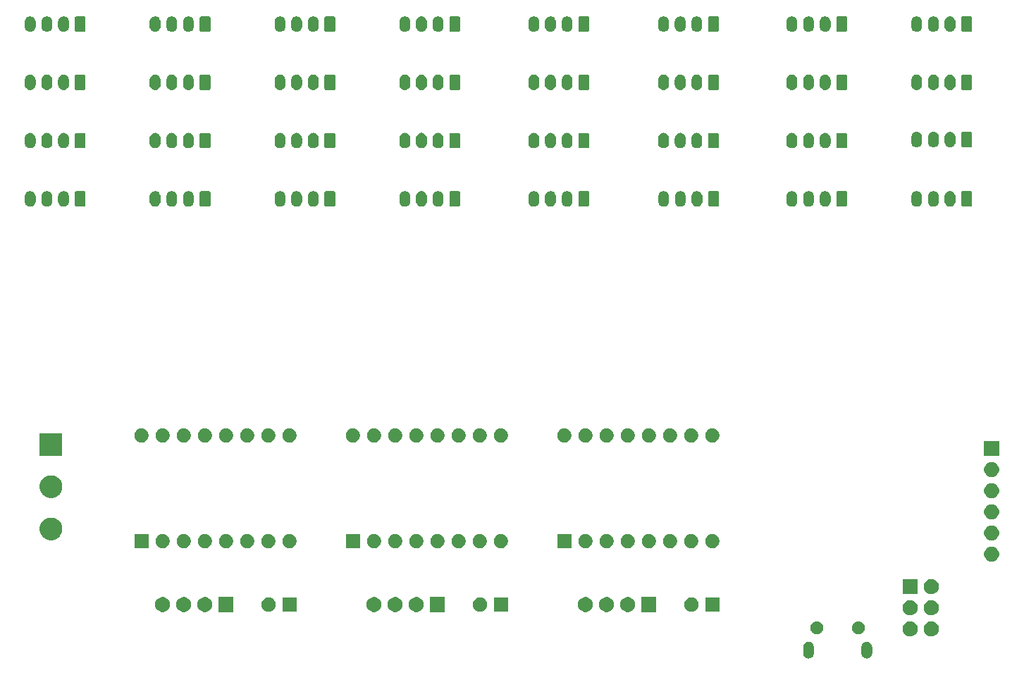
<source format=gbr>
G04 #@! TF.GenerationSoftware,KiCad,Pcbnew,(5.1.5-0-10_14)*
G04 #@! TF.CreationDate,2020-02-24T10:17:45-05:00*
G04 #@! TF.ProjectId,piggyback,70696767-7962-4616-936b-2e6b69636164,rev?*
G04 #@! TF.SameCoordinates,Original*
G04 #@! TF.FileFunction,Soldermask,Bot*
G04 #@! TF.FilePolarity,Negative*
%FSLAX46Y46*%
G04 Gerber Fmt 4.6, Leading zero omitted, Abs format (unit mm)*
G04 Created by KiCad (PCBNEW (5.1.5-0-10_14)) date 2020-02-24 10:17:45*
%MOMM*%
%LPD*%
G04 APERTURE LIST*
%ADD10C,0.100000*%
G04 APERTURE END LIST*
D10*
G36*
X139627618Y-142245920D02*
G01*
X139718404Y-142273460D01*
X139750336Y-142283146D01*
X139863425Y-142343594D01*
X139962554Y-142424946D01*
X140043906Y-142524075D01*
X140104354Y-142637164D01*
X140114040Y-142669096D01*
X140141580Y-142759882D01*
X140151000Y-142855527D01*
X140151000Y-143619473D01*
X140141580Y-143715118D01*
X140114040Y-143805904D01*
X140104354Y-143837836D01*
X140043906Y-143950925D01*
X139962554Y-144050053D01*
X139863424Y-144131406D01*
X139750335Y-144191854D01*
X139718403Y-144201540D01*
X139627617Y-144229080D01*
X139500000Y-144241649D01*
X139372382Y-144229080D01*
X139281596Y-144201540D01*
X139249664Y-144191854D01*
X139136575Y-144131406D01*
X139037447Y-144050054D01*
X138956094Y-143950924D01*
X138895646Y-143837835D01*
X138885960Y-143805903D01*
X138858420Y-143715117D01*
X138849000Y-143619472D01*
X138849000Y-142855527D01*
X138858420Y-142759882D01*
X138895645Y-142637168D01*
X138920608Y-142590466D01*
X138956095Y-142524075D01*
X139037447Y-142424946D01*
X139136576Y-142343594D01*
X139249665Y-142283146D01*
X139281597Y-142273460D01*
X139372383Y-142245920D01*
X139500000Y-142233351D01*
X139627618Y-142245920D01*
G37*
G36*
X146627617Y-142245920D02*
G01*
X146718403Y-142273460D01*
X146750335Y-142283146D01*
X146863424Y-142343594D01*
X146962554Y-142424947D01*
X147043906Y-142524075D01*
X147104354Y-142637164D01*
X147114040Y-142669096D01*
X147141580Y-142759882D01*
X147151000Y-142855527D01*
X147151000Y-143619473D01*
X147141580Y-143715118D01*
X147114040Y-143805904D01*
X147104354Y-143837836D01*
X147043906Y-143950925D01*
X146962554Y-144050054D01*
X146863425Y-144131406D01*
X146750336Y-144191854D01*
X146718404Y-144201540D01*
X146627618Y-144229080D01*
X146500000Y-144241649D01*
X146372383Y-144229080D01*
X146281597Y-144201540D01*
X146249665Y-144191854D01*
X146136576Y-144131406D01*
X146037447Y-144050054D01*
X145956095Y-143950925D01*
X145895648Y-143837837D01*
X145895645Y-143837832D01*
X145858420Y-143715118D01*
X145849000Y-143619473D01*
X145849000Y-142855528D01*
X145858420Y-142759883D01*
X145895645Y-142637169D01*
X145895646Y-142637165D01*
X145956094Y-142524076D01*
X146037447Y-142424946D01*
X146136575Y-142343594D01*
X146249664Y-142283146D01*
X146281596Y-142273460D01*
X146372382Y-142245920D01*
X146500000Y-142233351D01*
X146627617Y-142245920D01*
G37*
G36*
X154353512Y-139783927D02*
G01*
X154502812Y-139813624D01*
X154666784Y-139881544D01*
X154814354Y-139980147D01*
X154939853Y-140105646D01*
X155038456Y-140253216D01*
X155106376Y-140417188D01*
X155141000Y-140591259D01*
X155141000Y-140768741D01*
X155106376Y-140942812D01*
X155038456Y-141106784D01*
X154939853Y-141254354D01*
X154814354Y-141379853D01*
X154666784Y-141478456D01*
X154502812Y-141546376D01*
X154353512Y-141576073D01*
X154328742Y-141581000D01*
X154151258Y-141581000D01*
X154126488Y-141576073D01*
X153977188Y-141546376D01*
X153813216Y-141478456D01*
X153665646Y-141379853D01*
X153540147Y-141254354D01*
X153441544Y-141106784D01*
X153373624Y-140942812D01*
X153339000Y-140768741D01*
X153339000Y-140591259D01*
X153373624Y-140417188D01*
X153441544Y-140253216D01*
X153540147Y-140105646D01*
X153665646Y-139980147D01*
X153813216Y-139881544D01*
X153977188Y-139813624D01*
X154126488Y-139783927D01*
X154151258Y-139779000D01*
X154328742Y-139779000D01*
X154353512Y-139783927D01*
G37*
G36*
X151813512Y-139783927D02*
G01*
X151962812Y-139813624D01*
X152126784Y-139881544D01*
X152274354Y-139980147D01*
X152399853Y-140105646D01*
X152498456Y-140253216D01*
X152566376Y-140417188D01*
X152601000Y-140591259D01*
X152601000Y-140768741D01*
X152566376Y-140942812D01*
X152498456Y-141106784D01*
X152399853Y-141254354D01*
X152274354Y-141379853D01*
X152126784Y-141478456D01*
X151962812Y-141546376D01*
X151813512Y-141576073D01*
X151788742Y-141581000D01*
X151611258Y-141581000D01*
X151586488Y-141576073D01*
X151437188Y-141546376D01*
X151273216Y-141478456D01*
X151125646Y-141379853D01*
X151000147Y-141254354D01*
X150901544Y-141106784D01*
X150833624Y-140942812D01*
X150799000Y-140768741D01*
X150799000Y-140591259D01*
X150833624Y-140417188D01*
X150901544Y-140253216D01*
X151000147Y-140105646D01*
X151125646Y-139980147D01*
X151273216Y-139881544D01*
X151437188Y-139813624D01*
X151586488Y-139783927D01*
X151611258Y-139779000D01*
X151788742Y-139779000D01*
X151813512Y-139783927D01*
G37*
G36*
X140726348Y-139791320D02*
G01*
X140726350Y-139791321D01*
X140726351Y-139791321D01*
X140867574Y-139849817D01*
X140867577Y-139849819D01*
X140994669Y-139934739D01*
X141102761Y-140042831D01*
X141144733Y-140105647D01*
X141187683Y-140169926D01*
X141222183Y-140253218D01*
X141246180Y-140311152D01*
X141276000Y-140461069D01*
X141276000Y-140613929D01*
X141246179Y-140763851D01*
X141187683Y-140905074D01*
X141187681Y-140905077D01*
X141102761Y-141032169D01*
X140994669Y-141140261D01*
X140867577Y-141225181D01*
X140867574Y-141225183D01*
X140726351Y-141283679D01*
X140726350Y-141283679D01*
X140726348Y-141283680D01*
X140576431Y-141313500D01*
X140423569Y-141313500D01*
X140273652Y-141283680D01*
X140273650Y-141283679D01*
X140273649Y-141283679D01*
X140132426Y-141225183D01*
X140132423Y-141225181D01*
X140005331Y-141140261D01*
X139897239Y-141032169D01*
X139812319Y-140905077D01*
X139812317Y-140905074D01*
X139753821Y-140763851D01*
X139724000Y-140613929D01*
X139724000Y-140461069D01*
X139753820Y-140311152D01*
X139777817Y-140253218D01*
X139812317Y-140169926D01*
X139855267Y-140105647D01*
X139897239Y-140042831D01*
X140005331Y-139934739D01*
X140132423Y-139849819D01*
X140132426Y-139849817D01*
X140273649Y-139791321D01*
X140273650Y-139791321D01*
X140273652Y-139791320D01*
X140423569Y-139761500D01*
X140576431Y-139761500D01*
X140726348Y-139791320D01*
G37*
G36*
X145726348Y-139791320D02*
G01*
X145726350Y-139791321D01*
X145726351Y-139791321D01*
X145867574Y-139849817D01*
X145867577Y-139849819D01*
X145994669Y-139934739D01*
X146102761Y-140042831D01*
X146144733Y-140105647D01*
X146187683Y-140169926D01*
X146222183Y-140253218D01*
X146246180Y-140311152D01*
X146276000Y-140461069D01*
X146276000Y-140613929D01*
X146246179Y-140763851D01*
X146187683Y-140905074D01*
X146187681Y-140905077D01*
X146102761Y-141032169D01*
X145994669Y-141140261D01*
X145867577Y-141225181D01*
X145867574Y-141225183D01*
X145726351Y-141283679D01*
X145726350Y-141283679D01*
X145726348Y-141283680D01*
X145576431Y-141313500D01*
X145423569Y-141313500D01*
X145273652Y-141283680D01*
X145273650Y-141283679D01*
X145273649Y-141283679D01*
X145132426Y-141225183D01*
X145132423Y-141225181D01*
X145005331Y-141140261D01*
X144897239Y-141032169D01*
X144812319Y-140905077D01*
X144812317Y-140905074D01*
X144753821Y-140763851D01*
X144724000Y-140613929D01*
X144724000Y-140461069D01*
X144753820Y-140311152D01*
X144777817Y-140253218D01*
X144812317Y-140169926D01*
X144855267Y-140105647D01*
X144897239Y-140042831D01*
X145005331Y-139934739D01*
X145132423Y-139849819D01*
X145132426Y-139849817D01*
X145273649Y-139791321D01*
X145273650Y-139791321D01*
X145273652Y-139791320D01*
X145423569Y-139761500D01*
X145576431Y-139761500D01*
X145726348Y-139791320D01*
G37*
G36*
X154353512Y-137243927D02*
G01*
X154502812Y-137273624D01*
X154666784Y-137341544D01*
X154814354Y-137440147D01*
X154939853Y-137565646D01*
X155038456Y-137713216D01*
X155106376Y-137877188D01*
X155141000Y-138051259D01*
X155141000Y-138228741D01*
X155106376Y-138402812D01*
X155038456Y-138566784D01*
X154939853Y-138714354D01*
X154814354Y-138839853D01*
X154666784Y-138938456D01*
X154502812Y-139006376D01*
X154353512Y-139036073D01*
X154328742Y-139041000D01*
X154151258Y-139041000D01*
X154126488Y-139036073D01*
X153977188Y-139006376D01*
X153813216Y-138938456D01*
X153665646Y-138839853D01*
X153540147Y-138714354D01*
X153441544Y-138566784D01*
X153373624Y-138402812D01*
X153339000Y-138228741D01*
X153339000Y-138051259D01*
X153373624Y-137877188D01*
X153441544Y-137713216D01*
X153540147Y-137565646D01*
X153665646Y-137440147D01*
X153813216Y-137341544D01*
X153977188Y-137273624D01*
X154126488Y-137243927D01*
X154151258Y-137239000D01*
X154328742Y-137239000D01*
X154353512Y-137243927D01*
G37*
G36*
X151813512Y-137243927D02*
G01*
X151962812Y-137273624D01*
X152126784Y-137341544D01*
X152274354Y-137440147D01*
X152399853Y-137565646D01*
X152498456Y-137713216D01*
X152566376Y-137877188D01*
X152601000Y-138051259D01*
X152601000Y-138228741D01*
X152566376Y-138402812D01*
X152498456Y-138566784D01*
X152399853Y-138714354D01*
X152274354Y-138839853D01*
X152126784Y-138938456D01*
X151962812Y-139006376D01*
X151813512Y-139036073D01*
X151788742Y-139041000D01*
X151611258Y-139041000D01*
X151586488Y-139036073D01*
X151437188Y-139006376D01*
X151273216Y-138938456D01*
X151125646Y-138839853D01*
X151000147Y-138714354D01*
X150901544Y-138566784D01*
X150833624Y-138402812D01*
X150799000Y-138228741D01*
X150799000Y-138051259D01*
X150833624Y-137877188D01*
X150901544Y-137713216D01*
X151000147Y-137565646D01*
X151125646Y-137440147D01*
X151273216Y-137341544D01*
X151437188Y-137273624D01*
X151586488Y-137243927D01*
X151611258Y-137239000D01*
X151788742Y-137239000D01*
X151813512Y-137243927D01*
G37*
G36*
X70421000Y-138661000D02*
G01*
X68619000Y-138661000D01*
X68619000Y-136859000D01*
X70421000Y-136859000D01*
X70421000Y-138661000D01*
G37*
G36*
X67093512Y-136863927D02*
G01*
X67242812Y-136893624D01*
X67406784Y-136961544D01*
X67554354Y-137060147D01*
X67679853Y-137185646D01*
X67778456Y-137333216D01*
X67846376Y-137497188D01*
X67881000Y-137671259D01*
X67881000Y-137848741D01*
X67846376Y-138022812D01*
X67778456Y-138186784D01*
X67679853Y-138334354D01*
X67554354Y-138459853D01*
X67406784Y-138558456D01*
X67242812Y-138626376D01*
X67093512Y-138656073D01*
X67068742Y-138661000D01*
X66891258Y-138661000D01*
X66866488Y-138656073D01*
X66717188Y-138626376D01*
X66553216Y-138558456D01*
X66405646Y-138459853D01*
X66280147Y-138334354D01*
X66181544Y-138186784D01*
X66113624Y-138022812D01*
X66079000Y-137848741D01*
X66079000Y-137671259D01*
X66113624Y-137497188D01*
X66181544Y-137333216D01*
X66280147Y-137185646D01*
X66405646Y-137060147D01*
X66553216Y-136961544D01*
X66717188Y-136893624D01*
X66866488Y-136863927D01*
X66891258Y-136859000D01*
X67068742Y-136859000D01*
X67093512Y-136863927D01*
G37*
G36*
X64553512Y-136863927D02*
G01*
X64702812Y-136893624D01*
X64866784Y-136961544D01*
X65014354Y-137060147D01*
X65139853Y-137185646D01*
X65238456Y-137333216D01*
X65306376Y-137497188D01*
X65341000Y-137671259D01*
X65341000Y-137848741D01*
X65306376Y-138022812D01*
X65238456Y-138186784D01*
X65139853Y-138334354D01*
X65014354Y-138459853D01*
X64866784Y-138558456D01*
X64702812Y-138626376D01*
X64553512Y-138656073D01*
X64528742Y-138661000D01*
X64351258Y-138661000D01*
X64326488Y-138656073D01*
X64177188Y-138626376D01*
X64013216Y-138558456D01*
X63865646Y-138459853D01*
X63740147Y-138334354D01*
X63641544Y-138186784D01*
X63573624Y-138022812D01*
X63539000Y-137848741D01*
X63539000Y-137671259D01*
X63573624Y-137497188D01*
X63641544Y-137333216D01*
X63740147Y-137185646D01*
X63865646Y-137060147D01*
X64013216Y-136961544D01*
X64177188Y-136893624D01*
X64326488Y-136863927D01*
X64351258Y-136859000D01*
X64528742Y-136859000D01*
X64553512Y-136863927D01*
G37*
G36*
X62013512Y-136863927D02*
G01*
X62162812Y-136893624D01*
X62326784Y-136961544D01*
X62474354Y-137060147D01*
X62599853Y-137185646D01*
X62698456Y-137333216D01*
X62766376Y-137497188D01*
X62801000Y-137671259D01*
X62801000Y-137848741D01*
X62766376Y-138022812D01*
X62698456Y-138186784D01*
X62599853Y-138334354D01*
X62474354Y-138459853D01*
X62326784Y-138558456D01*
X62162812Y-138626376D01*
X62013512Y-138656073D01*
X61988742Y-138661000D01*
X61811258Y-138661000D01*
X61786488Y-138656073D01*
X61637188Y-138626376D01*
X61473216Y-138558456D01*
X61325646Y-138459853D01*
X61200147Y-138334354D01*
X61101544Y-138186784D01*
X61033624Y-138022812D01*
X60999000Y-137848741D01*
X60999000Y-137671259D01*
X61033624Y-137497188D01*
X61101544Y-137333216D01*
X61200147Y-137185646D01*
X61325646Y-137060147D01*
X61473216Y-136961544D01*
X61637188Y-136893624D01*
X61786488Y-136863927D01*
X61811258Y-136859000D01*
X61988742Y-136859000D01*
X62013512Y-136863927D01*
G37*
G36*
X95821000Y-138661000D02*
G01*
X94019000Y-138661000D01*
X94019000Y-136859000D01*
X95821000Y-136859000D01*
X95821000Y-138661000D01*
G37*
G36*
X92493512Y-136863927D02*
G01*
X92642812Y-136893624D01*
X92806784Y-136961544D01*
X92954354Y-137060147D01*
X93079853Y-137185646D01*
X93178456Y-137333216D01*
X93246376Y-137497188D01*
X93281000Y-137671259D01*
X93281000Y-137848741D01*
X93246376Y-138022812D01*
X93178456Y-138186784D01*
X93079853Y-138334354D01*
X92954354Y-138459853D01*
X92806784Y-138558456D01*
X92642812Y-138626376D01*
X92493512Y-138656073D01*
X92468742Y-138661000D01*
X92291258Y-138661000D01*
X92266488Y-138656073D01*
X92117188Y-138626376D01*
X91953216Y-138558456D01*
X91805646Y-138459853D01*
X91680147Y-138334354D01*
X91581544Y-138186784D01*
X91513624Y-138022812D01*
X91479000Y-137848741D01*
X91479000Y-137671259D01*
X91513624Y-137497188D01*
X91581544Y-137333216D01*
X91680147Y-137185646D01*
X91805646Y-137060147D01*
X91953216Y-136961544D01*
X92117188Y-136893624D01*
X92266488Y-136863927D01*
X92291258Y-136859000D01*
X92468742Y-136859000D01*
X92493512Y-136863927D01*
G37*
G36*
X89953512Y-136863927D02*
G01*
X90102812Y-136893624D01*
X90266784Y-136961544D01*
X90414354Y-137060147D01*
X90539853Y-137185646D01*
X90638456Y-137333216D01*
X90706376Y-137497188D01*
X90741000Y-137671259D01*
X90741000Y-137848741D01*
X90706376Y-138022812D01*
X90638456Y-138186784D01*
X90539853Y-138334354D01*
X90414354Y-138459853D01*
X90266784Y-138558456D01*
X90102812Y-138626376D01*
X89953512Y-138656073D01*
X89928742Y-138661000D01*
X89751258Y-138661000D01*
X89726488Y-138656073D01*
X89577188Y-138626376D01*
X89413216Y-138558456D01*
X89265646Y-138459853D01*
X89140147Y-138334354D01*
X89041544Y-138186784D01*
X88973624Y-138022812D01*
X88939000Y-137848741D01*
X88939000Y-137671259D01*
X88973624Y-137497188D01*
X89041544Y-137333216D01*
X89140147Y-137185646D01*
X89265646Y-137060147D01*
X89413216Y-136961544D01*
X89577188Y-136893624D01*
X89726488Y-136863927D01*
X89751258Y-136859000D01*
X89928742Y-136859000D01*
X89953512Y-136863927D01*
G37*
G36*
X87413512Y-136863927D02*
G01*
X87562812Y-136893624D01*
X87726784Y-136961544D01*
X87874354Y-137060147D01*
X87999853Y-137185646D01*
X88098456Y-137333216D01*
X88166376Y-137497188D01*
X88201000Y-137671259D01*
X88201000Y-137848741D01*
X88166376Y-138022812D01*
X88098456Y-138186784D01*
X87999853Y-138334354D01*
X87874354Y-138459853D01*
X87726784Y-138558456D01*
X87562812Y-138626376D01*
X87413512Y-138656073D01*
X87388742Y-138661000D01*
X87211258Y-138661000D01*
X87186488Y-138656073D01*
X87037188Y-138626376D01*
X86873216Y-138558456D01*
X86725646Y-138459853D01*
X86600147Y-138334354D01*
X86501544Y-138186784D01*
X86433624Y-138022812D01*
X86399000Y-137848741D01*
X86399000Y-137671259D01*
X86433624Y-137497188D01*
X86501544Y-137333216D01*
X86600147Y-137185646D01*
X86725646Y-137060147D01*
X86873216Y-136961544D01*
X87037188Y-136893624D01*
X87186488Y-136863927D01*
X87211258Y-136859000D01*
X87388742Y-136859000D01*
X87413512Y-136863927D01*
G37*
G36*
X112813512Y-136863927D02*
G01*
X112962812Y-136893624D01*
X113126784Y-136961544D01*
X113274354Y-137060147D01*
X113399853Y-137185646D01*
X113498456Y-137333216D01*
X113566376Y-137497188D01*
X113601000Y-137671259D01*
X113601000Y-137848741D01*
X113566376Y-138022812D01*
X113498456Y-138186784D01*
X113399853Y-138334354D01*
X113274354Y-138459853D01*
X113126784Y-138558456D01*
X112962812Y-138626376D01*
X112813512Y-138656073D01*
X112788742Y-138661000D01*
X112611258Y-138661000D01*
X112586488Y-138656073D01*
X112437188Y-138626376D01*
X112273216Y-138558456D01*
X112125646Y-138459853D01*
X112000147Y-138334354D01*
X111901544Y-138186784D01*
X111833624Y-138022812D01*
X111799000Y-137848741D01*
X111799000Y-137671259D01*
X111833624Y-137497188D01*
X111901544Y-137333216D01*
X112000147Y-137185646D01*
X112125646Y-137060147D01*
X112273216Y-136961544D01*
X112437188Y-136893624D01*
X112586488Y-136863927D01*
X112611258Y-136859000D01*
X112788742Y-136859000D01*
X112813512Y-136863927D01*
G37*
G36*
X115353512Y-136863927D02*
G01*
X115502812Y-136893624D01*
X115666784Y-136961544D01*
X115814354Y-137060147D01*
X115939853Y-137185646D01*
X116038456Y-137333216D01*
X116106376Y-137497188D01*
X116141000Y-137671259D01*
X116141000Y-137848741D01*
X116106376Y-138022812D01*
X116038456Y-138186784D01*
X115939853Y-138334354D01*
X115814354Y-138459853D01*
X115666784Y-138558456D01*
X115502812Y-138626376D01*
X115353512Y-138656073D01*
X115328742Y-138661000D01*
X115151258Y-138661000D01*
X115126488Y-138656073D01*
X114977188Y-138626376D01*
X114813216Y-138558456D01*
X114665646Y-138459853D01*
X114540147Y-138334354D01*
X114441544Y-138186784D01*
X114373624Y-138022812D01*
X114339000Y-137848741D01*
X114339000Y-137671259D01*
X114373624Y-137497188D01*
X114441544Y-137333216D01*
X114540147Y-137185646D01*
X114665646Y-137060147D01*
X114813216Y-136961544D01*
X114977188Y-136893624D01*
X115126488Y-136863927D01*
X115151258Y-136859000D01*
X115328742Y-136859000D01*
X115353512Y-136863927D01*
G37*
G36*
X117893512Y-136863927D02*
G01*
X118042812Y-136893624D01*
X118206784Y-136961544D01*
X118354354Y-137060147D01*
X118479853Y-137185646D01*
X118578456Y-137333216D01*
X118646376Y-137497188D01*
X118681000Y-137671259D01*
X118681000Y-137848741D01*
X118646376Y-138022812D01*
X118578456Y-138186784D01*
X118479853Y-138334354D01*
X118354354Y-138459853D01*
X118206784Y-138558456D01*
X118042812Y-138626376D01*
X117893512Y-138656073D01*
X117868742Y-138661000D01*
X117691258Y-138661000D01*
X117666488Y-138656073D01*
X117517188Y-138626376D01*
X117353216Y-138558456D01*
X117205646Y-138459853D01*
X117080147Y-138334354D01*
X116981544Y-138186784D01*
X116913624Y-138022812D01*
X116879000Y-137848741D01*
X116879000Y-137671259D01*
X116913624Y-137497188D01*
X116981544Y-137333216D01*
X117080147Y-137185646D01*
X117205646Y-137060147D01*
X117353216Y-136961544D01*
X117517188Y-136893624D01*
X117666488Y-136863927D01*
X117691258Y-136859000D01*
X117868742Y-136859000D01*
X117893512Y-136863927D01*
G37*
G36*
X121221000Y-138661000D02*
G01*
X119419000Y-138661000D01*
X119419000Y-136859000D01*
X121221000Y-136859000D01*
X121221000Y-138661000D01*
G37*
G36*
X74888228Y-136941703D02*
G01*
X75043100Y-137005853D01*
X75182481Y-137098985D01*
X75301015Y-137217519D01*
X75394147Y-137356900D01*
X75458297Y-137511772D01*
X75491000Y-137676184D01*
X75491000Y-137843816D01*
X75458297Y-138008228D01*
X75394147Y-138163100D01*
X75301015Y-138302481D01*
X75182481Y-138421015D01*
X75043100Y-138514147D01*
X74888228Y-138578297D01*
X74723816Y-138611000D01*
X74556184Y-138611000D01*
X74391772Y-138578297D01*
X74236900Y-138514147D01*
X74097519Y-138421015D01*
X73978985Y-138302481D01*
X73885853Y-138163100D01*
X73821703Y-138008228D01*
X73789000Y-137843816D01*
X73789000Y-137676184D01*
X73821703Y-137511772D01*
X73885853Y-137356900D01*
X73978985Y-137217519D01*
X74097519Y-137098985D01*
X74236900Y-137005853D01*
X74391772Y-136941703D01*
X74556184Y-136909000D01*
X74723816Y-136909000D01*
X74888228Y-136941703D01*
G37*
G36*
X77991000Y-138611000D02*
G01*
X76289000Y-138611000D01*
X76289000Y-136909000D01*
X77991000Y-136909000D01*
X77991000Y-138611000D01*
G37*
G36*
X103391000Y-138611000D02*
G01*
X101689000Y-138611000D01*
X101689000Y-136909000D01*
X103391000Y-136909000D01*
X103391000Y-138611000D01*
G37*
G36*
X100288228Y-136941703D02*
G01*
X100443100Y-137005853D01*
X100582481Y-137098985D01*
X100701015Y-137217519D01*
X100794147Y-137356900D01*
X100858297Y-137511772D01*
X100891000Y-137676184D01*
X100891000Y-137843816D01*
X100858297Y-138008228D01*
X100794147Y-138163100D01*
X100701015Y-138302481D01*
X100582481Y-138421015D01*
X100443100Y-138514147D01*
X100288228Y-138578297D01*
X100123816Y-138611000D01*
X99956184Y-138611000D01*
X99791772Y-138578297D01*
X99636900Y-138514147D01*
X99497519Y-138421015D01*
X99378985Y-138302481D01*
X99285853Y-138163100D01*
X99221703Y-138008228D01*
X99189000Y-137843816D01*
X99189000Y-137676184D01*
X99221703Y-137511772D01*
X99285853Y-137356900D01*
X99378985Y-137217519D01*
X99497519Y-137098985D01*
X99636900Y-137005853D01*
X99791772Y-136941703D01*
X99956184Y-136909000D01*
X100123816Y-136909000D01*
X100288228Y-136941703D01*
G37*
G36*
X128791000Y-138611000D02*
G01*
X127089000Y-138611000D01*
X127089000Y-136909000D01*
X128791000Y-136909000D01*
X128791000Y-138611000D01*
G37*
G36*
X125688228Y-136941703D02*
G01*
X125843100Y-137005853D01*
X125982481Y-137098985D01*
X126101015Y-137217519D01*
X126194147Y-137356900D01*
X126258297Y-137511772D01*
X126291000Y-137676184D01*
X126291000Y-137843816D01*
X126258297Y-138008228D01*
X126194147Y-138163100D01*
X126101015Y-138302481D01*
X125982481Y-138421015D01*
X125843100Y-138514147D01*
X125688228Y-138578297D01*
X125523816Y-138611000D01*
X125356184Y-138611000D01*
X125191772Y-138578297D01*
X125036900Y-138514147D01*
X124897519Y-138421015D01*
X124778985Y-138302481D01*
X124685853Y-138163100D01*
X124621703Y-138008228D01*
X124589000Y-137843816D01*
X124589000Y-137676184D01*
X124621703Y-137511772D01*
X124685853Y-137356900D01*
X124778985Y-137217519D01*
X124897519Y-137098985D01*
X125036900Y-137005853D01*
X125191772Y-136941703D01*
X125356184Y-136909000D01*
X125523816Y-136909000D01*
X125688228Y-136941703D01*
G37*
G36*
X152601000Y-136501000D02*
G01*
X150799000Y-136501000D01*
X150799000Y-134699000D01*
X152601000Y-134699000D01*
X152601000Y-136501000D01*
G37*
G36*
X154353512Y-134703927D02*
G01*
X154502812Y-134733624D01*
X154666784Y-134801544D01*
X154814354Y-134900147D01*
X154939853Y-135025646D01*
X155038456Y-135173216D01*
X155106376Y-135337188D01*
X155141000Y-135511259D01*
X155141000Y-135688741D01*
X155106376Y-135862812D01*
X155038456Y-136026784D01*
X154939853Y-136174354D01*
X154814354Y-136299853D01*
X154666784Y-136398456D01*
X154502812Y-136466376D01*
X154353512Y-136496073D01*
X154328742Y-136501000D01*
X154151258Y-136501000D01*
X154126488Y-136496073D01*
X153977188Y-136466376D01*
X153813216Y-136398456D01*
X153665646Y-136299853D01*
X153540147Y-136174354D01*
X153441544Y-136026784D01*
X153373624Y-135862812D01*
X153339000Y-135688741D01*
X153339000Y-135511259D01*
X153373624Y-135337188D01*
X153441544Y-135173216D01*
X153540147Y-135025646D01*
X153665646Y-134900147D01*
X153813216Y-134801544D01*
X153977188Y-134733624D01*
X154126488Y-134703927D01*
X154151258Y-134699000D01*
X154328742Y-134699000D01*
X154353512Y-134703927D01*
G37*
G36*
X161613512Y-130803927D02*
G01*
X161762812Y-130833624D01*
X161926784Y-130901544D01*
X162074354Y-131000147D01*
X162199853Y-131125646D01*
X162298456Y-131273216D01*
X162366376Y-131437188D01*
X162401000Y-131611259D01*
X162401000Y-131788741D01*
X162366376Y-131962812D01*
X162298456Y-132126784D01*
X162199853Y-132274354D01*
X162074354Y-132399853D01*
X161926784Y-132498456D01*
X161762812Y-132566376D01*
X161613512Y-132596073D01*
X161588742Y-132601000D01*
X161411258Y-132601000D01*
X161386488Y-132596073D01*
X161237188Y-132566376D01*
X161073216Y-132498456D01*
X160925646Y-132399853D01*
X160800147Y-132274354D01*
X160701544Y-132126784D01*
X160633624Y-131962812D01*
X160599000Y-131788741D01*
X160599000Y-131611259D01*
X160633624Y-131437188D01*
X160701544Y-131273216D01*
X160800147Y-131125646D01*
X160925646Y-131000147D01*
X161073216Y-130901544D01*
X161237188Y-130833624D01*
X161386488Y-130803927D01*
X161411258Y-130799000D01*
X161588742Y-130799000D01*
X161613512Y-130803927D01*
G37*
G36*
X60211000Y-130991000D02*
G01*
X58509000Y-130991000D01*
X58509000Y-129289000D01*
X60211000Y-129289000D01*
X60211000Y-130991000D01*
G37*
G36*
X62148228Y-129321703D02*
G01*
X62303100Y-129385853D01*
X62442481Y-129478985D01*
X62561015Y-129597519D01*
X62654147Y-129736900D01*
X62718297Y-129891772D01*
X62751000Y-130056184D01*
X62751000Y-130223816D01*
X62718297Y-130388228D01*
X62654147Y-130543100D01*
X62561015Y-130682481D01*
X62442481Y-130801015D01*
X62303100Y-130894147D01*
X62148228Y-130958297D01*
X61983816Y-130991000D01*
X61816184Y-130991000D01*
X61651772Y-130958297D01*
X61496900Y-130894147D01*
X61357519Y-130801015D01*
X61238985Y-130682481D01*
X61145853Y-130543100D01*
X61081703Y-130388228D01*
X61049000Y-130223816D01*
X61049000Y-130056184D01*
X61081703Y-129891772D01*
X61145853Y-129736900D01*
X61238985Y-129597519D01*
X61357519Y-129478985D01*
X61496900Y-129385853D01*
X61651772Y-129321703D01*
X61816184Y-129289000D01*
X61983816Y-129289000D01*
X62148228Y-129321703D01*
G37*
G36*
X64688228Y-129321703D02*
G01*
X64843100Y-129385853D01*
X64982481Y-129478985D01*
X65101015Y-129597519D01*
X65194147Y-129736900D01*
X65258297Y-129891772D01*
X65291000Y-130056184D01*
X65291000Y-130223816D01*
X65258297Y-130388228D01*
X65194147Y-130543100D01*
X65101015Y-130682481D01*
X64982481Y-130801015D01*
X64843100Y-130894147D01*
X64688228Y-130958297D01*
X64523816Y-130991000D01*
X64356184Y-130991000D01*
X64191772Y-130958297D01*
X64036900Y-130894147D01*
X63897519Y-130801015D01*
X63778985Y-130682481D01*
X63685853Y-130543100D01*
X63621703Y-130388228D01*
X63589000Y-130223816D01*
X63589000Y-130056184D01*
X63621703Y-129891772D01*
X63685853Y-129736900D01*
X63778985Y-129597519D01*
X63897519Y-129478985D01*
X64036900Y-129385853D01*
X64191772Y-129321703D01*
X64356184Y-129289000D01*
X64523816Y-129289000D01*
X64688228Y-129321703D01*
G37*
G36*
X100248228Y-129321703D02*
G01*
X100403100Y-129385853D01*
X100542481Y-129478985D01*
X100661015Y-129597519D01*
X100754147Y-129736900D01*
X100818297Y-129891772D01*
X100851000Y-130056184D01*
X100851000Y-130223816D01*
X100818297Y-130388228D01*
X100754147Y-130543100D01*
X100661015Y-130682481D01*
X100542481Y-130801015D01*
X100403100Y-130894147D01*
X100248228Y-130958297D01*
X100083816Y-130991000D01*
X99916184Y-130991000D01*
X99751772Y-130958297D01*
X99596900Y-130894147D01*
X99457519Y-130801015D01*
X99338985Y-130682481D01*
X99245853Y-130543100D01*
X99181703Y-130388228D01*
X99149000Y-130223816D01*
X99149000Y-130056184D01*
X99181703Y-129891772D01*
X99245853Y-129736900D01*
X99338985Y-129597519D01*
X99457519Y-129478985D01*
X99596900Y-129385853D01*
X99751772Y-129321703D01*
X99916184Y-129289000D01*
X100083816Y-129289000D01*
X100248228Y-129321703D01*
G37*
G36*
X97708228Y-129321703D02*
G01*
X97863100Y-129385853D01*
X98002481Y-129478985D01*
X98121015Y-129597519D01*
X98214147Y-129736900D01*
X98278297Y-129891772D01*
X98311000Y-130056184D01*
X98311000Y-130223816D01*
X98278297Y-130388228D01*
X98214147Y-130543100D01*
X98121015Y-130682481D01*
X98002481Y-130801015D01*
X97863100Y-130894147D01*
X97708228Y-130958297D01*
X97543816Y-130991000D01*
X97376184Y-130991000D01*
X97211772Y-130958297D01*
X97056900Y-130894147D01*
X96917519Y-130801015D01*
X96798985Y-130682481D01*
X96705853Y-130543100D01*
X96641703Y-130388228D01*
X96609000Y-130223816D01*
X96609000Y-130056184D01*
X96641703Y-129891772D01*
X96705853Y-129736900D01*
X96798985Y-129597519D01*
X96917519Y-129478985D01*
X97056900Y-129385853D01*
X97211772Y-129321703D01*
X97376184Y-129289000D01*
X97543816Y-129289000D01*
X97708228Y-129321703D01*
G37*
G36*
X67228228Y-129321703D02*
G01*
X67383100Y-129385853D01*
X67522481Y-129478985D01*
X67641015Y-129597519D01*
X67734147Y-129736900D01*
X67798297Y-129891772D01*
X67831000Y-130056184D01*
X67831000Y-130223816D01*
X67798297Y-130388228D01*
X67734147Y-130543100D01*
X67641015Y-130682481D01*
X67522481Y-130801015D01*
X67383100Y-130894147D01*
X67228228Y-130958297D01*
X67063816Y-130991000D01*
X66896184Y-130991000D01*
X66731772Y-130958297D01*
X66576900Y-130894147D01*
X66437519Y-130801015D01*
X66318985Y-130682481D01*
X66225853Y-130543100D01*
X66161703Y-130388228D01*
X66129000Y-130223816D01*
X66129000Y-130056184D01*
X66161703Y-129891772D01*
X66225853Y-129736900D01*
X66318985Y-129597519D01*
X66437519Y-129478985D01*
X66576900Y-129385853D01*
X66731772Y-129321703D01*
X66896184Y-129289000D01*
X67063816Y-129289000D01*
X67228228Y-129321703D01*
G37*
G36*
X69768228Y-129321703D02*
G01*
X69923100Y-129385853D01*
X70062481Y-129478985D01*
X70181015Y-129597519D01*
X70274147Y-129736900D01*
X70338297Y-129891772D01*
X70371000Y-130056184D01*
X70371000Y-130223816D01*
X70338297Y-130388228D01*
X70274147Y-130543100D01*
X70181015Y-130682481D01*
X70062481Y-130801015D01*
X69923100Y-130894147D01*
X69768228Y-130958297D01*
X69603816Y-130991000D01*
X69436184Y-130991000D01*
X69271772Y-130958297D01*
X69116900Y-130894147D01*
X68977519Y-130801015D01*
X68858985Y-130682481D01*
X68765853Y-130543100D01*
X68701703Y-130388228D01*
X68669000Y-130223816D01*
X68669000Y-130056184D01*
X68701703Y-129891772D01*
X68765853Y-129736900D01*
X68858985Y-129597519D01*
X68977519Y-129478985D01*
X69116900Y-129385853D01*
X69271772Y-129321703D01*
X69436184Y-129289000D01*
X69603816Y-129289000D01*
X69768228Y-129321703D01*
G37*
G36*
X72308228Y-129321703D02*
G01*
X72463100Y-129385853D01*
X72602481Y-129478985D01*
X72721015Y-129597519D01*
X72814147Y-129736900D01*
X72878297Y-129891772D01*
X72911000Y-130056184D01*
X72911000Y-130223816D01*
X72878297Y-130388228D01*
X72814147Y-130543100D01*
X72721015Y-130682481D01*
X72602481Y-130801015D01*
X72463100Y-130894147D01*
X72308228Y-130958297D01*
X72143816Y-130991000D01*
X71976184Y-130991000D01*
X71811772Y-130958297D01*
X71656900Y-130894147D01*
X71517519Y-130801015D01*
X71398985Y-130682481D01*
X71305853Y-130543100D01*
X71241703Y-130388228D01*
X71209000Y-130223816D01*
X71209000Y-130056184D01*
X71241703Y-129891772D01*
X71305853Y-129736900D01*
X71398985Y-129597519D01*
X71517519Y-129478985D01*
X71656900Y-129385853D01*
X71811772Y-129321703D01*
X71976184Y-129289000D01*
X72143816Y-129289000D01*
X72308228Y-129321703D01*
G37*
G36*
X128188228Y-129321703D02*
G01*
X128343100Y-129385853D01*
X128482481Y-129478985D01*
X128601015Y-129597519D01*
X128694147Y-129736900D01*
X128758297Y-129891772D01*
X128791000Y-130056184D01*
X128791000Y-130223816D01*
X128758297Y-130388228D01*
X128694147Y-130543100D01*
X128601015Y-130682481D01*
X128482481Y-130801015D01*
X128343100Y-130894147D01*
X128188228Y-130958297D01*
X128023816Y-130991000D01*
X127856184Y-130991000D01*
X127691772Y-130958297D01*
X127536900Y-130894147D01*
X127397519Y-130801015D01*
X127278985Y-130682481D01*
X127185853Y-130543100D01*
X127121703Y-130388228D01*
X127089000Y-130223816D01*
X127089000Y-130056184D01*
X127121703Y-129891772D01*
X127185853Y-129736900D01*
X127278985Y-129597519D01*
X127397519Y-129478985D01*
X127536900Y-129385853D01*
X127691772Y-129321703D01*
X127856184Y-129289000D01*
X128023816Y-129289000D01*
X128188228Y-129321703D01*
G37*
G36*
X125648228Y-129321703D02*
G01*
X125803100Y-129385853D01*
X125942481Y-129478985D01*
X126061015Y-129597519D01*
X126154147Y-129736900D01*
X126218297Y-129891772D01*
X126251000Y-130056184D01*
X126251000Y-130223816D01*
X126218297Y-130388228D01*
X126154147Y-130543100D01*
X126061015Y-130682481D01*
X125942481Y-130801015D01*
X125803100Y-130894147D01*
X125648228Y-130958297D01*
X125483816Y-130991000D01*
X125316184Y-130991000D01*
X125151772Y-130958297D01*
X124996900Y-130894147D01*
X124857519Y-130801015D01*
X124738985Y-130682481D01*
X124645853Y-130543100D01*
X124581703Y-130388228D01*
X124549000Y-130223816D01*
X124549000Y-130056184D01*
X124581703Y-129891772D01*
X124645853Y-129736900D01*
X124738985Y-129597519D01*
X124857519Y-129478985D01*
X124996900Y-129385853D01*
X125151772Y-129321703D01*
X125316184Y-129289000D01*
X125483816Y-129289000D01*
X125648228Y-129321703D01*
G37*
G36*
X123108228Y-129321703D02*
G01*
X123263100Y-129385853D01*
X123402481Y-129478985D01*
X123521015Y-129597519D01*
X123614147Y-129736900D01*
X123678297Y-129891772D01*
X123711000Y-130056184D01*
X123711000Y-130223816D01*
X123678297Y-130388228D01*
X123614147Y-130543100D01*
X123521015Y-130682481D01*
X123402481Y-130801015D01*
X123263100Y-130894147D01*
X123108228Y-130958297D01*
X122943816Y-130991000D01*
X122776184Y-130991000D01*
X122611772Y-130958297D01*
X122456900Y-130894147D01*
X122317519Y-130801015D01*
X122198985Y-130682481D01*
X122105853Y-130543100D01*
X122041703Y-130388228D01*
X122009000Y-130223816D01*
X122009000Y-130056184D01*
X122041703Y-129891772D01*
X122105853Y-129736900D01*
X122198985Y-129597519D01*
X122317519Y-129478985D01*
X122456900Y-129385853D01*
X122611772Y-129321703D01*
X122776184Y-129289000D01*
X122943816Y-129289000D01*
X123108228Y-129321703D01*
G37*
G36*
X120568228Y-129321703D02*
G01*
X120723100Y-129385853D01*
X120862481Y-129478985D01*
X120981015Y-129597519D01*
X121074147Y-129736900D01*
X121138297Y-129891772D01*
X121171000Y-130056184D01*
X121171000Y-130223816D01*
X121138297Y-130388228D01*
X121074147Y-130543100D01*
X120981015Y-130682481D01*
X120862481Y-130801015D01*
X120723100Y-130894147D01*
X120568228Y-130958297D01*
X120403816Y-130991000D01*
X120236184Y-130991000D01*
X120071772Y-130958297D01*
X119916900Y-130894147D01*
X119777519Y-130801015D01*
X119658985Y-130682481D01*
X119565853Y-130543100D01*
X119501703Y-130388228D01*
X119469000Y-130223816D01*
X119469000Y-130056184D01*
X119501703Y-129891772D01*
X119565853Y-129736900D01*
X119658985Y-129597519D01*
X119777519Y-129478985D01*
X119916900Y-129385853D01*
X120071772Y-129321703D01*
X120236184Y-129289000D01*
X120403816Y-129289000D01*
X120568228Y-129321703D01*
G37*
G36*
X118028228Y-129321703D02*
G01*
X118183100Y-129385853D01*
X118322481Y-129478985D01*
X118441015Y-129597519D01*
X118534147Y-129736900D01*
X118598297Y-129891772D01*
X118631000Y-130056184D01*
X118631000Y-130223816D01*
X118598297Y-130388228D01*
X118534147Y-130543100D01*
X118441015Y-130682481D01*
X118322481Y-130801015D01*
X118183100Y-130894147D01*
X118028228Y-130958297D01*
X117863816Y-130991000D01*
X117696184Y-130991000D01*
X117531772Y-130958297D01*
X117376900Y-130894147D01*
X117237519Y-130801015D01*
X117118985Y-130682481D01*
X117025853Y-130543100D01*
X116961703Y-130388228D01*
X116929000Y-130223816D01*
X116929000Y-130056184D01*
X116961703Y-129891772D01*
X117025853Y-129736900D01*
X117118985Y-129597519D01*
X117237519Y-129478985D01*
X117376900Y-129385853D01*
X117531772Y-129321703D01*
X117696184Y-129289000D01*
X117863816Y-129289000D01*
X118028228Y-129321703D01*
G37*
G36*
X95168228Y-129321703D02*
G01*
X95323100Y-129385853D01*
X95462481Y-129478985D01*
X95581015Y-129597519D01*
X95674147Y-129736900D01*
X95738297Y-129891772D01*
X95771000Y-130056184D01*
X95771000Y-130223816D01*
X95738297Y-130388228D01*
X95674147Y-130543100D01*
X95581015Y-130682481D01*
X95462481Y-130801015D01*
X95323100Y-130894147D01*
X95168228Y-130958297D01*
X95003816Y-130991000D01*
X94836184Y-130991000D01*
X94671772Y-130958297D01*
X94516900Y-130894147D01*
X94377519Y-130801015D01*
X94258985Y-130682481D01*
X94165853Y-130543100D01*
X94101703Y-130388228D01*
X94069000Y-130223816D01*
X94069000Y-130056184D01*
X94101703Y-129891772D01*
X94165853Y-129736900D01*
X94258985Y-129597519D01*
X94377519Y-129478985D01*
X94516900Y-129385853D01*
X94671772Y-129321703D01*
X94836184Y-129289000D01*
X95003816Y-129289000D01*
X95168228Y-129321703D01*
G37*
G36*
X74848228Y-129321703D02*
G01*
X75003100Y-129385853D01*
X75142481Y-129478985D01*
X75261015Y-129597519D01*
X75354147Y-129736900D01*
X75418297Y-129891772D01*
X75451000Y-130056184D01*
X75451000Y-130223816D01*
X75418297Y-130388228D01*
X75354147Y-130543100D01*
X75261015Y-130682481D01*
X75142481Y-130801015D01*
X75003100Y-130894147D01*
X74848228Y-130958297D01*
X74683816Y-130991000D01*
X74516184Y-130991000D01*
X74351772Y-130958297D01*
X74196900Y-130894147D01*
X74057519Y-130801015D01*
X73938985Y-130682481D01*
X73845853Y-130543100D01*
X73781703Y-130388228D01*
X73749000Y-130223816D01*
X73749000Y-130056184D01*
X73781703Y-129891772D01*
X73845853Y-129736900D01*
X73938985Y-129597519D01*
X74057519Y-129478985D01*
X74196900Y-129385853D01*
X74351772Y-129321703D01*
X74516184Y-129289000D01*
X74683816Y-129289000D01*
X74848228Y-129321703D01*
G37*
G36*
X77388228Y-129321703D02*
G01*
X77543100Y-129385853D01*
X77682481Y-129478985D01*
X77801015Y-129597519D01*
X77894147Y-129736900D01*
X77958297Y-129891772D01*
X77991000Y-130056184D01*
X77991000Y-130223816D01*
X77958297Y-130388228D01*
X77894147Y-130543100D01*
X77801015Y-130682481D01*
X77682481Y-130801015D01*
X77543100Y-130894147D01*
X77388228Y-130958297D01*
X77223816Y-130991000D01*
X77056184Y-130991000D01*
X76891772Y-130958297D01*
X76736900Y-130894147D01*
X76597519Y-130801015D01*
X76478985Y-130682481D01*
X76385853Y-130543100D01*
X76321703Y-130388228D01*
X76289000Y-130223816D01*
X76289000Y-130056184D01*
X76321703Y-129891772D01*
X76385853Y-129736900D01*
X76478985Y-129597519D01*
X76597519Y-129478985D01*
X76736900Y-129385853D01*
X76891772Y-129321703D01*
X77056184Y-129289000D01*
X77223816Y-129289000D01*
X77388228Y-129321703D01*
G37*
G36*
X115488228Y-129321703D02*
G01*
X115643100Y-129385853D01*
X115782481Y-129478985D01*
X115901015Y-129597519D01*
X115994147Y-129736900D01*
X116058297Y-129891772D01*
X116091000Y-130056184D01*
X116091000Y-130223816D01*
X116058297Y-130388228D01*
X115994147Y-130543100D01*
X115901015Y-130682481D01*
X115782481Y-130801015D01*
X115643100Y-130894147D01*
X115488228Y-130958297D01*
X115323816Y-130991000D01*
X115156184Y-130991000D01*
X114991772Y-130958297D01*
X114836900Y-130894147D01*
X114697519Y-130801015D01*
X114578985Y-130682481D01*
X114485853Y-130543100D01*
X114421703Y-130388228D01*
X114389000Y-130223816D01*
X114389000Y-130056184D01*
X114421703Y-129891772D01*
X114485853Y-129736900D01*
X114578985Y-129597519D01*
X114697519Y-129478985D01*
X114836900Y-129385853D01*
X114991772Y-129321703D01*
X115156184Y-129289000D01*
X115323816Y-129289000D01*
X115488228Y-129321703D01*
G37*
G36*
X112948228Y-129321703D02*
G01*
X113103100Y-129385853D01*
X113242481Y-129478985D01*
X113361015Y-129597519D01*
X113454147Y-129736900D01*
X113518297Y-129891772D01*
X113551000Y-130056184D01*
X113551000Y-130223816D01*
X113518297Y-130388228D01*
X113454147Y-130543100D01*
X113361015Y-130682481D01*
X113242481Y-130801015D01*
X113103100Y-130894147D01*
X112948228Y-130958297D01*
X112783816Y-130991000D01*
X112616184Y-130991000D01*
X112451772Y-130958297D01*
X112296900Y-130894147D01*
X112157519Y-130801015D01*
X112038985Y-130682481D01*
X111945853Y-130543100D01*
X111881703Y-130388228D01*
X111849000Y-130223816D01*
X111849000Y-130056184D01*
X111881703Y-129891772D01*
X111945853Y-129736900D01*
X112038985Y-129597519D01*
X112157519Y-129478985D01*
X112296900Y-129385853D01*
X112451772Y-129321703D01*
X112616184Y-129289000D01*
X112783816Y-129289000D01*
X112948228Y-129321703D01*
G37*
G36*
X111011000Y-130991000D02*
G01*
X109309000Y-130991000D01*
X109309000Y-129289000D01*
X111011000Y-129289000D01*
X111011000Y-130991000D01*
G37*
G36*
X102788228Y-129321703D02*
G01*
X102943100Y-129385853D01*
X103082481Y-129478985D01*
X103201015Y-129597519D01*
X103294147Y-129736900D01*
X103358297Y-129891772D01*
X103391000Y-130056184D01*
X103391000Y-130223816D01*
X103358297Y-130388228D01*
X103294147Y-130543100D01*
X103201015Y-130682481D01*
X103082481Y-130801015D01*
X102943100Y-130894147D01*
X102788228Y-130958297D01*
X102623816Y-130991000D01*
X102456184Y-130991000D01*
X102291772Y-130958297D01*
X102136900Y-130894147D01*
X101997519Y-130801015D01*
X101878985Y-130682481D01*
X101785853Y-130543100D01*
X101721703Y-130388228D01*
X101689000Y-130223816D01*
X101689000Y-130056184D01*
X101721703Y-129891772D01*
X101785853Y-129736900D01*
X101878985Y-129597519D01*
X101997519Y-129478985D01*
X102136900Y-129385853D01*
X102291772Y-129321703D01*
X102456184Y-129289000D01*
X102623816Y-129289000D01*
X102788228Y-129321703D01*
G37*
G36*
X92628228Y-129321703D02*
G01*
X92783100Y-129385853D01*
X92922481Y-129478985D01*
X93041015Y-129597519D01*
X93134147Y-129736900D01*
X93198297Y-129891772D01*
X93231000Y-130056184D01*
X93231000Y-130223816D01*
X93198297Y-130388228D01*
X93134147Y-130543100D01*
X93041015Y-130682481D01*
X92922481Y-130801015D01*
X92783100Y-130894147D01*
X92628228Y-130958297D01*
X92463816Y-130991000D01*
X92296184Y-130991000D01*
X92131772Y-130958297D01*
X91976900Y-130894147D01*
X91837519Y-130801015D01*
X91718985Y-130682481D01*
X91625853Y-130543100D01*
X91561703Y-130388228D01*
X91529000Y-130223816D01*
X91529000Y-130056184D01*
X91561703Y-129891772D01*
X91625853Y-129736900D01*
X91718985Y-129597519D01*
X91837519Y-129478985D01*
X91976900Y-129385853D01*
X92131772Y-129321703D01*
X92296184Y-129289000D01*
X92463816Y-129289000D01*
X92628228Y-129321703D01*
G37*
G36*
X90088228Y-129321703D02*
G01*
X90243100Y-129385853D01*
X90382481Y-129478985D01*
X90501015Y-129597519D01*
X90594147Y-129736900D01*
X90658297Y-129891772D01*
X90691000Y-130056184D01*
X90691000Y-130223816D01*
X90658297Y-130388228D01*
X90594147Y-130543100D01*
X90501015Y-130682481D01*
X90382481Y-130801015D01*
X90243100Y-130894147D01*
X90088228Y-130958297D01*
X89923816Y-130991000D01*
X89756184Y-130991000D01*
X89591772Y-130958297D01*
X89436900Y-130894147D01*
X89297519Y-130801015D01*
X89178985Y-130682481D01*
X89085853Y-130543100D01*
X89021703Y-130388228D01*
X88989000Y-130223816D01*
X88989000Y-130056184D01*
X89021703Y-129891772D01*
X89085853Y-129736900D01*
X89178985Y-129597519D01*
X89297519Y-129478985D01*
X89436900Y-129385853D01*
X89591772Y-129321703D01*
X89756184Y-129289000D01*
X89923816Y-129289000D01*
X90088228Y-129321703D01*
G37*
G36*
X87548228Y-129321703D02*
G01*
X87703100Y-129385853D01*
X87842481Y-129478985D01*
X87961015Y-129597519D01*
X88054147Y-129736900D01*
X88118297Y-129891772D01*
X88151000Y-130056184D01*
X88151000Y-130223816D01*
X88118297Y-130388228D01*
X88054147Y-130543100D01*
X87961015Y-130682481D01*
X87842481Y-130801015D01*
X87703100Y-130894147D01*
X87548228Y-130958297D01*
X87383816Y-130991000D01*
X87216184Y-130991000D01*
X87051772Y-130958297D01*
X86896900Y-130894147D01*
X86757519Y-130801015D01*
X86638985Y-130682481D01*
X86545853Y-130543100D01*
X86481703Y-130388228D01*
X86449000Y-130223816D01*
X86449000Y-130056184D01*
X86481703Y-129891772D01*
X86545853Y-129736900D01*
X86638985Y-129597519D01*
X86757519Y-129478985D01*
X86896900Y-129385853D01*
X87051772Y-129321703D01*
X87216184Y-129289000D01*
X87383816Y-129289000D01*
X87548228Y-129321703D01*
G37*
G36*
X85611000Y-130991000D02*
G01*
X83909000Y-130991000D01*
X83909000Y-129289000D01*
X85611000Y-129289000D01*
X85611000Y-130991000D01*
G37*
G36*
X161613512Y-128263927D02*
G01*
X161762812Y-128293624D01*
X161926784Y-128361544D01*
X162074354Y-128460147D01*
X162199853Y-128585646D01*
X162298456Y-128733216D01*
X162366376Y-128897188D01*
X162401000Y-129071259D01*
X162401000Y-129248741D01*
X162366376Y-129422812D01*
X162298456Y-129586784D01*
X162199853Y-129734354D01*
X162074354Y-129859853D01*
X161926784Y-129958456D01*
X161762812Y-130026376D01*
X161613512Y-130056073D01*
X161588742Y-130061000D01*
X161411258Y-130061000D01*
X161386488Y-130056073D01*
X161237188Y-130026376D01*
X161073216Y-129958456D01*
X160925646Y-129859853D01*
X160800147Y-129734354D01*
X160701544Y-129586784D01*
X160633624Y-129422812D01*
X160599000Y-129248741D01*
X160599000Y-129071259D01*
X160633624Y-128897188D01*
X160701544Y-128733216D01*
X160800147Y-128585646D01*
X160925646Y-128460147D01*
X161073216Y-128361544D01*
X161237188Y-128293624D01*
X161386488Y-128263927D01*
X161411258Y-128259000D01*
X161588742Y-128259000D01*
X161613512Y-128263927D01*
G37*
G36*
X48894072Y-127360918D02*
G01*
X49139939Y-127462759D01*
X49175284Y-127486376D01*
X49361211Y-127610609D01*
X49549391Y-127798789D01*
X49697242Y-128020063D01*
X49799082Y-128265928D01*
X49851000Y-128526937D01*
X49851000Y-128793063D01*
X49799082Y-129054072D01*
X49718448Y-129248742D01*
X49697241Y-129299939D01*
X49682697Y-129321705D01*
X49549391Y-129521211D01*
X49361211Y-129709391D01*
X49251328Y-129782813D01*
X49139939Y-129857241D01*
X49139938Y-129857242D01*
X49139937Y-129857242D01*
X48894072Y-129959082D01*
X48633063Y-130011000D01*
X48366937Y-130011000D01*
X48105928Y-129959082D01*
X47860063Y-129857242D01*
X47860062Y-129857242D01*
X47860061Y-129857241D01*
X47748672Y-129782813D01*
X47638789Y-129709391D01*
X47450609Y-129521211D01*
X47317303Y-129321705D01*
X47302759Y-129299939D01*
X47281553Y-129248742D01*
X47200918Y-129054072D01*
X47149000Y-128793063D01*
X47149000Y-128526937D01*
X47200918Y-128265928D01*
X47302758Y-128020063D01*
X47450609Y-127798789D01*
X47638789Y-127610609D01*
X47824716Y-127486376D01*
X47860061Y-127462759D01*
X48105928Y-127360918D01*
X48366937Y-127309000D01*
X48633063Y-127309000D01*
X48894072Y-127360918D01*
G37*
G36*
X161613512Y-125723927D02*
G01*
X161762812Y-125753624D01*
X161926784Y-125821544D01*
X162074354Y-125920147D01*
X162199853Y-126045646D01*
X162298456Y-126193216D01*
X162366376Y-126357188D01*
X162401000Y-126531259D01*
X162401000Y-126708741D01*
X162366376Y-126882812D01*
X162298456Y-127046784D01*
X162199853Y-127194354D01*
X162074354Y-127319853D01*
X161926784Y-127418456D01*
X161762812Y-127486376D01*
X161613512Y-127516073D01*
X161588742Y-127521000D01*
X161411258Y-127521000D01*
X161386488Y-127516073D01*
X161237188Y-127486376D01*
X161073216Y-127418456D01*
X160925646Y-127319853D01*
X160800147Y-127194354D01*
X160701544Y-127046784D01*
X160633624Y-126882812D01*
X160599000Y-126708741D01*
X160599000Y-126531259D01*
X160633624Y-126357188D01*
X160701544Y-126193216D01*
X160800147Y-126045646D01*
X160925646Y-125920147D01*
X161073216Y-125821544D01*
X161237188Y-125753624D01*
X161386488Y-125723927D01*
X161411258Y-125719000D01*
X161588742Y-125719000D01*
X161613512Y-125723927D01*
G37*
G36*
X161613512Y-123183927D02*
G01*
X161762812Y-123213624D01*
X161926784Y-123281544D01*
X162074354Y-123380147D01*
X162199853Y-123505646D01*
X162298456Y-123653216D01*
X162366376Y-123817188D01*
X162401000Y-123991259D01*
X162401000Y-124168741D01*
X162366376Y-124342812D01*
X162298456Y-124506784D01*
X162199853Y-124654354D01*
X162074354Y-124779853D01*
X161926784Y-124878456D01*
X161762812Y-124946376D01*
X161613512Y-124976073D01*
X161588742Y-124981000D01*
X161411258Y-124981000D01*
X161386488Y-124976073D01*
X161237188Y-124946376D01*
X161073216Y-124878456D01*
X160925646Y-124779853D01*
X160800147Y-124654354D01*
X160701544Y-124506784D01*
X160633624Y-124342812D01*
X160599000Y-124168741D01*
X160599000Y-123991259D01*
X160633624Y-123817188D01*
X160701544Y-123653216D01*
X160800147Y-123505646D01*
X160925646Y-123380147D01*
X161073216Y-123281544D01*
X161237188Y-123213624D01*
X161386488Y-123183927D01*
X161411258Y-123179000D01*
X161588742Y-123179000D01*
X161613512Y-123183927D01*
G37*
G36*
X48894072Y-122280918D02*
G01*
X49139939Y-122382759D01*
X49175284Y-122406376D01*
X49361211Y-122530609D01*
X49549391Y-122718789D01*
X49697242Y-122940063D01*
X49799082Y-123185928D01*
X49851000Y-123446937D01*
X49851000Y-123713063D01*
X49799082Y-123974072D01*
X49718448Y-124168742D01*
X49697241Y-124219939D01*
X49549390Y-124441212D01*
X49361212Y-124629390D01*
X49139939Y-124777241D01*
X49139938Y-124777242D01*
X49139937Y-124777242D01*
X48894072Y-124879082D01*
X48633063Y-124931000D01*
X48366937Y-124931000D01*
X48105928Y-124879082D01*
X47860063Y-124777242D01*
X47860062Y-124777242D01*
X47860061Y-124777241D01*
X47638788Y-124629390D01*
X47450610Y-124441212D01*
X47302759Y-124219939D01*
X47281553Y-124168742D01*
X47200918Y-123974072D01*
X47149000Y-123713063D01*
X47149000Y-123446937D01*
X47200918Y-123185928D01*
X47302758Y-122940063D01*
X47450609Y-122718789D01*
X47638789Y-122530609D01*
X47824716Y-122406376D01*
X47860061Y-122382759D01*
X48105928Y-122280918D01*
X48366937Y-122229000D01*
X48633063Y-122229000D01*
X48894072Y-122280918D01*
G37*
G36*
X161613512Y-120643927D02*
G01*
X161762812Y-120673624D01*
X161926784Y-120741544D01*
X162074354Y-120840147D01*
X162199853Y-120965646D01*
X162298456Y-121113216D01*
X162366376Y-121277188D01*
X162401000Y-121451259D01*
X162401000Y-121628741D01*
X162366376Y-121802812D01*
X162298456Y-121966784D01*
X162199853Y-122114354D01*
X162074354Y-122239853D01*
X161926784Y-122338456D01*
X161762812Y-122406376D01*
X161613512Y-122436073D01*
X161588742Y-122441000D01*
X161411258Y-122441000D01*
X161386488Y-122436073D01*
X161237188Y-122406376D01*
X161073216Y-122338456D01*
X160925646Y-122239853D01*
X160800147Y-122114354D01*
X160701544Y-121966784D01*
X160633624Y-121802812D01*
X160599000Y-121628741D01*
X160599000Y-121451259D01*
X160633624Y-121277188D01*
X160701544Y-121113216D01*
X160800147Y-120965646D01*
X160925646Y-120840147D01*
X161073216Y-120741544D01*
X161237188Y-120673624D01*
X161386488Y-120643927D01*
X161411258Y-120639000D01*
X161588742Y-120639000D01*
X161613512Y-120643927D01*
G37*
G36*
X162401000Y-119901000D02*
G01*
X160599000Y-119901000D01*
X160599000Y-118099000D01*
X162401000Y-118099000D01*
X162401000Y-119901000D01*
G37*
G36*
X49851000Y-119851000D02*
G01*
X47149000Y-119851000D01*
X47149000Y-117149000D01*
X49851000Y-117149000D01*
X49851000Y-119851000D01*
G37*
G36*
X95168228Y-116621703D02*
G01*
X95323100Y-116685853D01*
X95462481Y-116778985D01*
X95581015Y-116897519D01*
X95674147Y-117036900D01*
X95738297Y-117191772D01*
X95771000Y-117356184D01*
X95771000Y-117523816D01*
X95738297Y-117688228D01*
X95674147Y-117843100D01*
X95581015Y-117982481D01*
X95462481Y-118101015D01*
X95323100Y-118194147D01*
X95168228Y-118258297D01*
X95003816Y-118291000D01*
X94836184Y-118291000D01*
X94671772Y-118258297D01*
X94516900Y-118194147D01*
X94377519Y-118101015D01*
X94258985Y-117982481D01*
X94165853Y-117843100D01*
X94101703Y-117688228D01*
X94069000Y-117523816D01*
X94069000Y-117356184D01*
X94101703Y-117191772D01*
X94165853Y-117036900D01*
X94258985Y-116897519D01*
X94377519Y-116778985D01*
X94516900Y-116685853D01*
X94671772Y-116621703D01*
X94836184Y-116589000D01*
X95003816Y-116589000D01*
X95168228Y-116621703D01*
G37*
G36*
X62148228Y-116621703D02*
G01*
X62303100Y-116685853D01*
X62442481Y-116778985D01*
X62561015Y-116897519D01*
X62654147Y-117036900D01*
X62718297Y-117191772D01*
X62751000Y-117356184D01*
X62751000Y-117523816D01*
X62718297Y-117688228D01*
X62654147Y-117843100D01*
X62561015Y-117982481D01*
X62442481Y-118101015D01*
X62303100Y-118194147D01*
X62148228Y-118258297D01*
X61983816Y-118291000D01*
X61816184Y-118291000D01*
X61651772Y-118258297D01*
X61496900Y-118194147D01*
X61357519Y-118101015D01*
X61238985Y-117982481D01*
X61145853Y-117843100D01*
X61081703Y-117688228D01*
X61049000Y-117523816D01*
X61049000Y-117356184D01*
X61081703Y-117191772D01*
X61145853Y-117036900D01*
X61238985Y-116897519D01*
X61357519Y-116778985D01*
X61496900Y-116685853D01*
X61651772Y-116621703D01*
X61816184Y-116589000D01*
X61983816Y-116589000D01*
X62148228Y-116621703D01*
G37*
G36*
X128188228Y-116621703D02*
G01*
X128343100Y-116685853D01*
X128482481Y-116778985D01*
X128601015Y-116897519D01*
X128694147Y-117036900D01*
X128758297Y-117191772D01*
X128791000Y-117356184D01*
X128791000Y-117523816D01*
X128758297Y-117688228D01*
X128694147Y-117843100D01*
X128601015Y-117982481D01*
X128482481Y-118101015D01*
X128343100Y-118194147D01*
X128188228Y-118258297D01*
X128023816Y-118291000D01*
X127856184Y-118291000D01*
X127691772Y-118258297D01*
X127536900Y-118194147D01*
X127397519Y-118101015D01*
X127278985Y-117982481D01*
X127185853Y-117843100D01*
X127121703Y-117688228D01*
X127089000Y-117523816D01*
X127089000Y-117356184D01*
X127121703Y-117191772D01*
X127185853Y-117036900D01*
X127278985Y-116897519D01*
X127397519Y-116778985D01*
X127536900Y-116685853D01*
X127691772Y-116621703D01*
X127856184Y-116589000D01*
X128023816Y-116589000D01*
X128188228Y-116621703D01*
G37*
G36*
X125648228Y-116621703D02*
G01*
X125803100Y-116685853D01*
X125942481Y-116778985D01*
X126061015Y-116897519D01*
X126154147Y-117036900D01*
X126218297Y-117191772D01*
X126251000Y-117356184D01*
X126251000Y-117523816D01*
X126218297Y-117688228D01*
X126154147Y-117843100D01*
X126061015Y-117982481D01*
X125942481Y-118101015D01*
X125803100Y-118194147D01*
X125648228Y-118258297D01*
X125483816Y-118291000D01*
X125316184Y-118291000D01*
X125151772Y-118258297D01*
X124996900Y-118194147D01*
X124857519Y-118101015D01*
X124738985Y-117982481D01*
X124645853Y-117843100D01*
X124581703Y-117688228D01*
X124549000Y-117523816D01*
X124549000Y-117356184D01*
X124581703Y-117191772D01*
X124645853Y-117036900D01*
X124738985Y-116897519D01*
X124857519Y-116778985D01*
X124996900Y-116685853D01*
X125151772Y-116621703D01*
X125316184Y-116589000D01*
X125483816Y-116589000D01*
X125648228Y-116621703D01*
G37*
G36*
X123108228Y-116621703D02*
G01*
X123263100Y-116685853D01*
X123402481Y-116778985D01*
X123521015Y-116897519D01*
X123614147Y-117036900D01*
X123678297Y-117191772D01*
X123711000Y-117356184D01*
X123711000Y-117523816D01*
X123678297Y-117688228D01*
X123614147Y-117843100D01*
X123521015Y-117982481D01*
X123402481Y-118101015D01*
X123263100Y-118194147D01*
X123108228Y-118258297D01*
X122943816Y-118291000D01*
X122776184Y-118291000D01*
X122611772Y-118258297D01*
X122456900Y-118194147D01*
X122317519Y-118101015D01*
X122198985Y-117982481D01*
X122105853Y-117843100D01*
X122041703Y-117688228D01*
X122009000Y-117523816D01*
X122009000Y-117356184D01*
X122041703Y-117191772D01*
X122105853Y-117036900D01*
X122198985Y-116897519D01*
X122317519Y-116778985D01*
X122456900Y-116685853D01*
X122611772Y-116621703D01*
X122776184Y-116589000D01*
X122943816Y-116589000D01*
X123108228Y-116621703D01*
G37*
G36*
X120568228Y-116621703D02*
G01*
X120723100Y-116685853D01*
X120862481Y-116778985D01*
X120981015Y-116897519D01*
X121074147Y-117036900D01*
X121138297Y-117191772D01*
X121171000Y-117356184D01*
X121171000Y-117523816D01*
X121138297Y-117688228D01*
X121074147Y-117843100D01*
X120981015Y-117982481D01*
X120862481Y-118101015D01*
X120723100Y-118194147D01*
X120568228Y-118258297D01*
X120403816Y-118291000D01*
X120236184Y-118291000D01*
X120071772Y-118258297D01*
X119916900Y-118194147D01*
X119777519Y-118101015D01*
X119658985Y-117982481D01*
X119565853Y-117843100D01*
X119501703Y-117688228D01*
X119469000Y-117523816D01*
X119469000Y-117356184D01*
X119501703Y-117191772D01*
X119565853Y-117036900D01*
X119658985Y-116897519D01*
X119777519Y-116778985D01*
X119916900Y-116685853D01*
X120071772Y-116621703D01*
X120236184Y-116589000D01*
X120403816Y-116589000D01*
X120568228Y-116621703D01*
G37*
G36*
X118028228Y-116621703D02*
G01*
X118183100Y-116685853D01*
X118322481Y-116778985D01*
X118441015Y-116897519D01*
X118534147Y-117036900D01*
X118598297Y-117191772D01*
X118631000Y-117356184D01*
X118631000Y-117523816D01*
X118598297Y-117688228D01*
X118534147Y-117843100D01*
X118441015Y-117982481D01*
X118322481Y-118101015D01*
X118183100Y-118194147D01*
X118028228Y-118258297D01*
X117863816Y-118291000D01*
X117696184Y-118291000D01*
X117531772Y-118258297D01*
X117376900Y-118194147D01*
X117237519Y-118101015D01*
X117118985Y-117982481D01*
X117025853Y-117843100D01*
X116961703Y-117688228D01*
X116929000Y-117523816D01*
X116929000Y-117356184D01*
X116961703Y-117191772D01*
X117025853Y-117036900D01*
X117118985Y-116897519D01*
X117237519Y-116778985D01*
X117376900Y-116685853D01*
X117531772Y-116621703D01*
X117696184Y-116589000D01*
X117863816Y-116589000D01*
X118028228Y-116621703D01*
G37*
G36*
X115488228Y-116621703D02*
G01*
X115643100Y-116685853D01*
X115782481Y-116778985D01*
X115901015Y-116897519D01*
X115994147Y-117036900D01*
X116058297Y-117191772D01*
X116091000Y-117356184D01*
X116091000Y-117523816D01*
X116058297Y-117688228D01*
X115994147Y-117843100D01*
X115901015Y-117982481D01*
X115782481Y-118101015D01*
X115643100Y-118194147D01*
X115488228Y-118258297D01*
X115323816Y-118291000D01*
X115156184Y-118291000D01*
X114991772Y-118258297D01*
X114836900Y-118194147D01*
X114697519Y-118101015D01*
X114578985Y-117982481D01*
X114485853Y-117843100D01*
X114421703Y-117688228D01*
X114389000Y-117523816D01*
X114389000Y-117356184D01*
X114421703Y-117191772D01*
X114485853Y-117036900D01*
X114578985Y-116897519D01*
X114697519Y-116778985D01*
X114836900Y-116685853D01*
X114991772Y-116621703D01*
X115156184Y-116589000D01*
X115323816Y-116589000D01*
X115488228Y-116621703D01*
G37*
G36*
X112948228Y-116621703D02*
G01*
X113103100Y-116685853D01*
X113242481Y-116778985D01*
X113361015Y-116897519D01*
X113454147Y-117036900D01*
X113518297Y-117191772D01*
X113551000Y-117356184D01*
X113551000Y-117523816D01*
X113518297Y-117688228D01*
X113454147Y-117843100D01*
X113361015Y-117982481D01*
X113242481Y-118101015D01*
X113103100Y-118194147D01*
X112948228Y-118258297D01*
X112783816Y-118291000D01*
X112616184Y-118291000D01*
X112451772Y-118258297D01*
X112296900Y-118194147D01*
X112157519Y-118101015D01*
X112038985Y-117982481D01*
X111945853Y-117843100D01*
X111881703Y-117688228D01*
X111849000Y-117523816D01*
X111849000Y-117356184D01*
X111881703Y-117191772D01*
X111945853Y-117036900D01*
X112038985Y-116897519D01*
X112157519Y-116778985D01*
X112296900Y-116685853D01*
X112451772Y-116621703D01*
X112616184Y-116589000D01*
X112783816Y-116589000D01*
X112948228Y-116621703D01*
G37*
G36*
X110408228Y-116621703D02*
G01*
X110563100Y-116685853D01*
X110702481Y-116778985D01*
X110821015Y-116897519D01*
X110914147Y-117036900D01*
X110978297Y-117191772D01*
X111011000Y-117356184D01*
X111011000Y-117523816D01*
X110978297Y-117688228D01*
X110914147Y-117843100D01*
X110821015Y-117982481D01*
X110702481Y-118101015D01*
X110563100Y-118194147D01*
X110408228Y-118258297D01*
X110243816Y-118291000D01*
X110076184Y-118291000D01*
X109911772Y-118258297D01*
X109756900Y-118194147D01*
X109617519Y-118101015D01*
X109498985Y-117982481D01*
X109405853Y-117843100D01*
X109341703Y-117688228D01*
X109309000Y-117523816D01*
X109309000Y-117356184D01*
X109341703Y-117191772D01*
X109405853Y-117036900D01*
X109498985Y-116897519D01*
X109617519Y-116778985D01*
X109756900Y-116685853D01*
X109911772Y-116621703D01*
X110076184Y-116589000D01*
X110243816Y-116589000D01*
X110408228Y-116621703D01*
G37*
G36*
X102788228Y-116621703D02*
G01*
X102943100Y-116685853D01*
X103082481Y-116778985D01*
X103201015Y-116897519D01*
X103294147Y-117036900D01*
X103358297Y-117191772D01*
X103391000Y-117356184D01*
X103391000Y-117523816D01*
X103358297Y-117688228D01*
X103294147Y-117843100D01*
X103201015Y-117982481D01*
X103082481Y-118101015D01*
X102943100Y-118194147D01*
X102788228Y-118258297D01*
X102623816Y-118291000D01*
X102456184Y-118291000D01*
X102291772Y-118258297D01*
X102136900Y-118194147D01*
X101997519Y-118101015D01*
X101878985Y-117982481D01*
X101785853Y-117843100D01*
X101721703Y-117688228D01*
X101689000Y-117523816D01*
X101689000Y-117356184D01*
X101721703Y-117191772D01*
X101785853Y-117036900D01*
X101878985Y-116897519D01*
X101997519Y-116778985D01*
X102136900Y-116685853D01*
X102291772Y-116621703D01*
X102456184Y-116589000D01*
X102623816Y-116589000D01*
X102788228Y-116621703D01*
G37*
G36*
X100248228Y-116621703D02*
G01*
X100403100Y-116685853D01*
X100542481Y-116778985D01*
X100661015Y-116897519D01*
X100754147Y-117036900D01*
X100818297Y-117191772D01*
X100851000Y-117356184D01*
X100851000Y-117523816D01*
X100818297Y-117688228D01*
X100754147Y-117843100D01*
X100661015Y-117982481D01*
X100542481Y-118101015D01*
X100403100Y-118194147D01*
X100248228Y-118258297D01*
X100083816Y-118291000D01*
X99916184Y-118291000D01*
X99751772Y-118258297D01*
X99596900Y-118194147D01*
X99457519Y-118101015D01*
X99338985Y-117982481D01*
X99245853Y-117843100D01*
X99181703Y-117688228D01*
X99149000Y-117523816D01*
X99149000Y-117356184D01*
X99181703Y-117191772D01*
X99245853Y-117036900D01*
X99338985Y-116897519D01*
X99457519Y-116778985D01*
X99596900Y-116685853D01*
X99751772Y-116621703D01*
X99916184Y-116589000D01*
X100083816Y-116589000D01*
X100248228Y-116621703D01*
G37*
G36*
X97708228Y-116621703D02*
G01*
X97863100Y-116685853D01*
X98002481Y-116778985D01*
X98121015Y-116897519D01*
X98214147Y-117036900D01*
X98278297Y-117191772D01*
X98311000Y-117356184D01*
X98311000Y-117523816D01*
X98278297Y-117688228D01*
X98214147Y-117843100D01*
X98121015Y-117982481D01*
X98002481Y-118101015D01*
X97863100Y-118194147D01*
X97708228Y-118258297D01*
X97543816Y-118291000D01*
X97376184Y-118291000D01*
X97211772Y-118258297D01*
X97056900Y-118194147D01*
X96917519Y-118101015D01*
X96798985Y-117982481D01*
X96705853Y-117843100D01*
X96641703Y-117688228D01*
X96609000Y-117523816D01*
X96609000Y-117356184D01*
X96641703Y-117191772D01*
X96705853Y-117036900D01*
X96798985Y-116897519D01*
X96917519Y-116778985D01*
X97056900Y-116685853D01*
X97211772Y-116621703D01*
X97376184Y-116589000D01*
X97543816Y-116589000D01*
X97708228Y-116621703D01*
G37*
G36*
X92628228Y-116621703D02*
G01*
X92783100Y-116685853D01*
X92922481Y-116778985D01*
X93041015Y-116897519D01*
X93134147Y-117036900D01*
X93198297Y-117191772D01*
X93231000Y-117356184D01*
X93231000Y-117523816D01*
X93198297Y-117688228D01*
X93134147Y-117843100D01*
X93041015Y-117982481D01*
X92922481Y-118101015D01*
X92783100Y-118194147D01*
X92628228Y-118258297D01*
X92463816Y-118291000D01*
X92296184Y-118291000D01*
X92131772Y-118258297D01*
X91976900Y-118194147D01*
X91837519Y-118101015D01*
X91718985Y-117982481D01*
X91625853Y-117843100D01*
X91561703Y-117688228D01*
X91529000Y-117523816D01*
X91529000Y-117356184D01*
X91561703Y-117191772D01*
X91625853Y-117036900D01*
X91718985Y-116897519D01*
X91837519Y-116778985D01*
X91976900Y-116685853D01*
X92131772Y-116621703D01*
X92296184Y-116589000D01*
X92463816Y-116589000D01*
X92628228Y-116621703D01*
G37*
G36*
X90088228Y-116621703D02*
G01*
X90243100Y-116685853D01*
X90382481Y-116778985D01*
X90501015Y-116897519D01*
X90594147Y-117036900D01*
X90658297Y-117191772D01*
X90691000Y-117356184D01*
X90691000Y-117523816D01*
X90658297Y-117688228D01*
X90594147Y-117843100D01*
X90501015Y-117982481D01*
X90382481Y-118101015D01*
X90243100Y-118194147D01*
X90088228Y-118258297D01*
X89923816Y-118291000D01*
X89756184Y-118291000D01*
X89591772Y-118258297D01*
X89436900Y-118194147D01*
X89297519Y-118101015D01*
X89178985Y-117982481D01*
X89085853Y-117843100D01*
X89021703Y-117688228D01*
X88989000Y-117523816D01*
X88989000Y-117356184D01*
X89021703Y-117191772D01*
X89085853Y-117036900D01*
X89178985Y-116897519D01*
X89297519Y-116778985D01*
X89436900Y-116685853D01*
X89591772Y-116621703D01*
X89756184Y-116589000D01*
X89923816Y-116589000D01*
X90088228Y-116621703D01*
G37*
G36*
X59608228Y-116621703D02*
G01*
X59763100Y-116685853D01*
X59902481Y-116778985D01*
X60021015Y-116897519D01*
X60114147Y-117036900D01*
X60178297Y-117191772D01*
X60211000Y-117356184D01*
X60211000Y-117523816D01*
X60178297Y-117688228D01*
X60114147Y-117843100D01*
X60021015Y-117982481D01*
X59902481Y-118101015D01*
X59763100Y-118194147D01*
X59608228Y-118258297D01*
X59443816Y-118291000D01*
X59276184Y-118291000D01*
X59111772Y-118258297D01*
X58956900Y-118194147D01*
X58817519Y-118101015D01*
X58698985Y-117982481D01*
X58605853Y-117843100D01*
X58541703Y-117688228D01*
X58509000Y-117523816D01*
X58509000Y-117356184D01*
X58541703Y-117191772D01*
X58605853Y-117036900D01*
X58698985Y-116897519D01*
X58817519Y-116778985D01*
X58956900Y-116685853D01*
X59111772Y-116621703D01*
X59276184Y-116589000D01*
X59443816Y-116589000D01*
X59608228Y-116621703D01*
G37*
G36*
X64688228Y-116621703D02*
G01*
X64843100Y-116685853D01*
X64982481Y-116778985D01*
X65101015Y-116897519D01*
X65194147Y-117036900D01*
X65258297Y-117191772D01*
X65291000Y-117356184D01*
X65291000Y-117523816D01*
X65258297Y-117688228D01*
X65194147Y-117843100D01*
X65101015Y-117982481D01*
X64982481Y-118101015D01*
X64843100Y-118194147D01*
X64688228Y-118258297D01*
X64523816Y-118291000D01*
X64356184Y-118291000D01*
X64191772Y-118258297D01*
X64036900Y-118194147D01*
X63897519Y-118101015D01*
X63778985Y-117982481D01*
X63685853Y-117843100D01*
X63621703Y-117688228D01*
X63589000Y-117523816D01*
X63589000Y-117356184D01*
X63621703Y-117191772D01*
X63685853Y-117036900D01*
X63778985Y-116897519D01*
X63897519Y-116778985D01*
X64036900Y-116685853D01*
X64191772Y-116621703D01*
X64356184Y-116589000D01*
X64523816Y-116589000D01*
X64688228Y-116621703D01*
G37*
G36*
X67228228Y-116621703D02*
G01*
X67383100Y-116685853D01*
X67522481Y-116778985D01*
X67641015Y-116897519D01*
X67734147Y-117036900D01*
X67798297Y-117191772D01*
X67831000Y-117356184D01*
X67831000Y-117523816D01*
X67798297Y-117688228D01*
X67734147Y-117843100D01*
X67641015Y-117982481D01*
X67522481Y-118101015D01*
X67383100Y-118194147D01*
X67228228Y-118258297D01*
X67063816Y-118291000D01*
X66896184Y-118291000D01*
X66731772Y-118258297D01*
X66576900Y-118194147D01*
X66437519Y-118101015D01*
X66318985Y-117982481D01*
X66225853Y-117843100D01*
X66161703Y-117688228D01*
X66129000Y-117523816D01*
X66129000Y-117356184D01*
X66161703Y-117191772D01*
X66225853Y-117036900D01*
X66318985Y-116897519D01*
X66437519Y-116778985D01*
X66576900Y-116685853D01*
X66731772Y-116621703D01*
X66896184Y-116589000D01*
X67063816Y-116589000D01*
X67228228Y-116621703D01*
G37*
G36*
X69768228Y-116621703D02*
G01*
X69923100Y-116685853D01*
X70062481Y-116778985D01*
X70181015Y-116897519D01*
X70274147Y-117036900D01*
X70338297Y-117191772D01*
X70371000Y-117356184D01*
X70371000Y-117523816D01*
X70338297Y-117688228D01*
X70274147Y-117843100D01*
X70181015Y-117982481D01*
X70062481Y-118101015D01*
X69923100Y-118194147D01*
X69768228Y-118258297D01*
X69603816Y-118291000D01*
X69436184Y-118291000D01*
X69271772Y-118258297D01*
X69116900Y-118194147D01*
X68977519Y-118101015D01*
X68858985Y-117982481D01*
X68765853Y-117843100D01*
X68701703Y-117688228D01*
X68669000Y-117523816D01*
X68669000Y-117356184D01*
X68701703Y-117191772D01*
X68765853Y-117036900D01*
X68858985Y-116897519D01*
X68977519Y-116778985D01*
X69116900Y-116685853D01*
X69271772Y-116621703D01*
X69436184Y-116589000D01*
X69603816Y-116589000D01*
X69768228Y-116621703D01*
G37*
G36*
X72308228Y-116621703D02*
G01*
X72463100Y-116685853D01*
X72602481Y-116778985D01*
X72721015Y-116897519D01*
X72814147Y-117036900D01*
X72878297Y-117191772D01*
X72911000Y-117356184D01*
X72911000Y-117523816D01*
X72878297Y-117688228D01*
X72814147Y-117843100D01*
X72721015Y-117982481D01*
X72602481Y-118101015D01*
X72463100Y-118194147D01*
X72308228Y-118258297D01*
X72143816Y-118291000D01*
X71976184Y-118291000D01*
X71811772Y-118258297D01*
X71656900Y-118194147D01*
X71517519Y-118101015D01*
X71398985Y-117982481D01*
X71305853Y-117843100D01*
X71241703Y-117688228D01*
X71209000Y-117523816D01*
X71209000Y-117356184D01*
X71241703Y-117191772D01*
X71305853Y-117036900D01*
X71398985Y-116897519D01*
X71517519Y-116778985D01*
X71656900Y-116685853D01*
X71811772Y-116621703D01*
X71976184Y-116589000D01*
X72143816Y-116589000D01*
X72308228Y-116621703D01*
G37*
G36*
X87548228Y-116621703D02*
G01*
X87703100Y-116685853D01*
X87842481Y-116778985D01*
X87961015Y-116897519D01*
X88054147Y-117036900D01*
X88118297Y-117191772D01*
X88151000Y-117356184D01*
X88151000Y-117523816D01*
X88118297Y-117688228D01*
X88054147Y-117843100D01*
X87961015Y-117982481D01*
X87842481Y-118101015D01*
X87703100Y-118194147D01*
X87548228Y-118258297D01*
X87383816Y-118291000D01*
X87216184Y-118291000D01*
X87051772Y-118258297D01*
X86896900Y-118194147D01*
X86757519Y-118101015D01*
X86638985Y-117982481D01*
X86545853Y-117843100D01*
X86481703Y-117688228D01*
X86449000Y-117523816D01*
X86449000Y-117356184D01*
X86481703Y-117191772D01*
X86545853Y-117036900D01*
X86638985Y-116897519D01*
X86757519Y-116778985D01*
X86896900Y-116685853D01*
X87051772Y-116621703D01*
X87216184Y-116589000D01*
X87383816Y-116589000D01*
X87548228Y-116621703D01*
G37*
G36*
X74848228Y-116621703D02*
G01*
X75003100Y-116685853D01*
X75142481Y-116778985D01*
X75261015Y-116897519D01*
X75354147Y-117036900D01*
X75418297Y-117191772D01*
X75451000Y-117356184D01*
X75451000Y-117523816D01*
X75418297Y-117688228D01*
X75354147Y-117843100D01*
X75261015Y-117982481D01*
X75142481Y-118101015D01*
X75003100Y-118194147D01*
X74848228Y-118258297D01*
X74683816Y-118291000D01*
X74516184Y-118291000D01*
X74351772Y-118258297D01*
X74196900Y-118194147D01*
X74057519Y-118101015D01*
X73938985Y-117982481D01*
X73845853Y-117843100D01*
X73781703Y-117688228D01*
X73749000Y-117523816D01*
X73749000Y-117356184D01*
X73781703Y-117191772D01*
X73845853Y-117036900D01*
X73938985Y-116897519D01*
X74057519Y-116778985D01*
X74196900Y-116685853D01*
X74351772Y-116621703D01*
X74516184Y-116589000D01*
X74683816Y-116589000D01*
X74848228Y-116621703D01*
G37*
G36*
X77388228Y-116621703D02*
G01*
X77543100Y-116685853D01*
X77682481Y-116778985D01*
X77801015Y-116897519D01*
X77894147Y-117036900D01*
X77958297Y-117191772D01*
X77991000Y-117356184D01*
X77991000Y-117523816D01*
X77958297Y-117688228D01*
X77894147Y-117843100D01*
X77801015Y-117982481D01*
X77682481Y-118101015D01*
X77543100Y-118194147D01*
X77388228Y-118258297D01*
X77223816Y-118291000D01*
X77056184Y-118291000D01*
X76891772Y-118258297D01*
X76736900Y-118194147D01*
X76597519Y-118101015D01*
X76478985Y-117982481D01*
X76385853Y-117843100D01*
X76321703Y-117688228D01*
X76289000Y-117523816D01*
X76289000Y-117356184D01*
X76321703Y-117191772D01*
X76385853Y-117036900D01*
X76478985Y-116897519D01*
X76597519Y-116778985D01*
X76736900Y-116685853D01*
X76891772Y-116621703D01*
X77056184Y-116589000D01*
X77223816Y-116589000D01*
X77388228Y-116621703D01*
G37*
G36*
X85008228Y-116621703D02*
G01*
X85163100Y-116685853D01*
X85302481Y-116778985D01*
X85421015Y-116897519D01*
X85514147Y-117036900D01*
X85578297Y-117191772D01*
X85611000Y-117356184D01*
X85611000Y-117523816D01*
X85578297Y-117688228D01*
X85514147Y-117843100D01*
X85421015Y-117982481D01*
X85302481Y-118101015D01*
X85163100Y-118194147D01*
X85008228Y-118258297D01*
X84843816Y-118291000D01*
X84676184Y-118291000D01*
X84511772Y-118258297D01*
X84356900Y-118194147D01*
X84217519Y-118101015D01*
X84098985Y-117982481D01*
X84005853Y-117843100D01*
X83941703Y-117688228D01*
X83909000Y-117523816D01*
X83909000Y-117356184D01*
X83941703Y-117191772D01*
X84005853Y-117036900D01*
X84098985Y-116897519D01*
X84217519Y-116778985D01*
X84356900Y-116685853D01*
X84511772Y-116621703D01*
X84676184Y-116589000D01*
X84843816Y-116589000D01*
X85008228Y-116621703D01*
G37*
G36*
X126227618Y-88083420D02*
G01*
X126308400Y-88107925D01*
X126350336Y-88120646D01*
X126463425Y-88181094D01*
X126562554Y-88262446D01*
X126643906Y-88361575D01*
X126704354Y-88474664D01*
X126704355Y-88474668D01*
X126741580Y-88597382D01*
X126751000Y-88693027D01*
X126751000Y-89306973D01*
X126741580Y-89402618D01*
X126714040Y-89493404D01*
X126704354Y-89525336D01*
X126643906Y-89638425D01*
X126562554Y-89737553D01*
X126463424Y-89818906D01*
X126350335Y-89879354D01*
X126318403Y-89889040D01*
X126227617Y-89916580D01*
X126100000Y-89929149D01*
X125972382Y-89916580D01*
X125881596Y-89889040D01*
X125849664Y-89879354D01*
X125736575Y-89818906D01*
X125637447Y-89737554D01*
X125556094Y-89638424D01*
X125495646Y-89525335D01*
X125485960Y-89493403D01*
X125458420Y-89402617D01*
X125449000Y-89306972D01*
X125449000Y-88693027D01*
X125458420Y-88597382D01*
X125495645Y-88474668D01*
X125495645Y-88474667D01*
X125527957Y-88414217D01*
X125556095Y-88361574D01*
X125569493Y-88345249D01*
X125637447Y-88262446D01*
X125736576Y-88181094D01*
X125849665Y-88120646D01*
X125891601Y-88107925D01*
X125972383Y-88083420D01*
X126100000Y-88070851D01*
X126227618Y-88083420D01*
G37*
G36*
X50127618Y-88083420D02*
G01*
X50208400Y-88107925D01*
X50250336Y-88120646D01*
X50363425Y-88181094D01*
X50462554Y-88262446D01*
X50543906Y-88361575D01*
X50604354Y-88474664D01*
X50604355Y-88474668D01*
X50641580Y-88597382D01*
X50651000Y-88693027D01*
X50651000Y-89306973D01*
X50641580Y-89402618D01*
X50614040Y-89493404D01*
X50604354Y-89525336D01*
X50543906Y-89638425D01*
X50462554Y-89737553D01*
X50363424Y-89818906D01*
X50250335Y-89879354D01*
X50218403Y-89889040D01*
X50127617Y-89916580D01*
X50000000Y-89929149D01*
X49872382Y-89916580D01*
X49781596Y-89889040D01*
X49749664Y-89879354D01*
X49636575Y-89818906D01*
X49537447Y-89737554D01*
X49456094Y-89638424D01*
X49395646Y-89525335D01*
X49385960Y-89493403D01*
X49358420Y-89402617D01*
X49349000Y-89306972D01*
X49349000Y-88693027D01*
X49358420Y-88597382D01*
X49395645Y-88474668D01*
X49395645Y-88474667D01*
X49427957Y-88414217D01*
X49456095Y-88361574D01*
X49469493Y-88345249D01*
X49537447Y-88262446D01*
X49636576Y-88181094D01*
X49749665Y-88120646D01*
X49791601Y-88107925D01*
X49872383Y-88083420D01*
X50000000Y-88070851D01*
X50127618Y-88083420D01*
G37*
G36*
X48127618Y-88083420D02*
G01*
X48208400Y-88107925D01*
X48250336Y-88120646D01*
X48363425Y-88181094D01*
X48462554Y-88262446D01*
X48543906Y-88361575D01*
X48604354Y-88474664D01*
X48604355Y-88474668D01*
X48641580Y-88597382D01*
X48651000Y-88693027D01*
X48651000Y-89306973D01*
X48641580Y-89402618D01*
X48614040Y-89493404D01*
X48604354Y-89525336D01*
X48543906Y-89638425D01*
X48462554Y-89737553D01*
X48363424Y-89818906D01*
X48250335Y-89879354D01*
X48218403Y-89889040D01*
X48127617Y-89916580D01*
X48000000Y-89929149D01*
X47872382Y-89916580D01*
X47781596Y-89889040D01*
X47749664Y-89879354D01*
X47636575Y-89818906D01*
X47537447Y-89737554D01*
X47456094Y-89638424D01*
X47395646Y-89525335D01*
X47385960Y-89493403D01*
X47358420Y-89402617D01*
X47349000Y-89306972D01*
X47349000Y-88693027D01*
X47358420Y-88597382D01*
X47395645Y-88474668D01*
X47395645Y-88474667D01*
X47427957Y-88414217D01*
X47456095Y-88361574D01*
X47469493Y-88345249D01*
X47537447Y-88262446D01*
X47636576Y-88181094D01*
X47749665Y-88120646D01*
X47791601Y-88107925D01*
X47872383Y-88083420D01*
X48000000Y-88070851D01*
X48127618Y-88083420D01*
G37*
G36*
X46127618Y-88083420D02*
G01*
X46208400Y-88107925D01*
X46250336Y-88120646D01*
X46363425Y-88181094D01*
X46462554Y-88262446D01*
X46543906Y-88361575D01*
X46604354Y-88474664D01*
X46604355Y-88474668D01*
X46641580Y-88597382D01*
X46651000Y-88693027D01*
X46651000Y-89306973D01*
X46641580Y-89402618D01*
X46614040Y-89493404D01*
X46604354Y-89525336D01*
X46543906Y-89638425D01*
X46462554Y-89737553D01*
X46363424Y-89818906D01*
X46250335Y-89879354D01*
X46218403Y-89889040D01*
X46127617Y-89916580D01*
X46000000Y-89929149D01*
X45872382Y-89916580D01*
X45781596Y-89889040D01*
X45749664Y-89879354D01*
X45636575Y-89818906D01*
X45537447Y-89737554D01*
X45456094Y-89638424D01*
X45395646Y-89525335D01*
X45385960Y-89493403D01*
X45358420Y-89402617D01*
X45349000Y-89306972D01*
X45349000Y-88693027D01*
X45358420Y-88597382D01*
X45395645Y-88474668D01*
X45395645Y-88474667D01*
X45427957Y-88414217D01*
X45456095Y-88361574D01*
X45469493Y-88345249D01*
X45537447Y-88262446D01*
X45636576Y-88181094D01*
X45749665Y-88120646D01*
X45791601Y-88107925D01*
X45872383Y-88083420D01*
X46000000Y-88070851D01*
X46127618Y-88083420D01*
G37*
G36*
X152627618Y-88083420D02*
G01*
X152708400Y-88107925D01*
X152750336Y-88120646D01*
X152863425Y-88181094D01*
X152962554Y-88262446D01*
X153043906Y-88361575D01*
X153104354Y-88474664D01*
X153104355Y-88474668D01*
X153141580Y-88597382D01*
X153151000Y-88693027D01*
X153151000Y-89306973D01*
X153141580Y-89402618D01*
X153114040Y-89493404D01*
X153104354Y-89525336D01*
X153043906Y-89638425D01*
X152962554Y-89737553D01*
X152863424Y-89818906D01*
X152750335Y-89879354D01*
X152718403Y-89889040D01*
X152627617Y-89916580D01*
X152500000Y-89929149D01*
X152372382Y-89916580D01*
X152281596Y-89889040D01*
X152249664Y-89879354D01*
X152136575Y-89818906D01*
X152037447Y-89737554D01*
X151956094Y-89638424D01*
X151895646Y-89525335D01*
X151885960Y-89493403D01*
X151858420Y-89402617D01*
X151849000Y-89306972D01*
X151849000Y-88693027D01*
X151858420Y-88597382D01*
X151895645Y-88474668D01*
X151895645Y-88474667D01*
X151927957Y-88414217D01*
X151956095Y-88361574D01*
X151969493Y-88345249D01*
X152037447Y-88262446D01*
X152136576Y-88181094D01*
X152249665Y-88120646D01*
X152291601Y-88107925D01*
X152372383Y-88083420D01*
X152500000Y-88070851D01*
X152627618Y-88083420D01*
G37*
G36*
X65127618Y-88083420D02*
G01*
X65208400Y-88107925D01*
X65250336Y-88120646D01*
X65363425Y-88181094D01*
X65462554Y-88262446D01*
X65543906Y-88361575D01*
X65604354Y-88474664D01*
X65604355Y-88474668D01*
X65641580Y-88597382D01*
X65651000Y-88693027D01*
X65651000Y-89306973D01*
X65641580Y-89402618D01*
X65614040Y-89493404D01*
X65604354Y-89525336D01*
X65543906Y-89638425D01*
X65462554Y-89737553D01*
X65363424Y-89818906D01*
X65250335Y-89879354D01*
X65218403Y-89889040D01*
X65127617Y-89916580D01*
X65000000Y-89929149D01*
X64872382Y-89916580D01*
X64781596Y-89889040D01*
X64749664Y-89879354D01*
X64636575Y-89818906D01*
X64537447Y-89737554D01*
X64456094Y-89638424D01*
X64395646Y-89525335D01*
X64385960Y-89493403D01*
X64358420Y-89402617D01*
X64349000Y-89306972D01*
X64349000Y-88693027D01*
X64358420Y-88597382D01*
X64395645Y-88474668D01*
X64395645Y-88474667D01*
X64427957Y-88414217D01*
X64456095Y-88361574D01*
X64469493Y-88345249D01*
X64537447Y-88262446D01*
X64636576Y-88181094D01*
X64749665Y-88120646D01*
X64791601Y-88107925D01*
X64872383Y-88083420D01*
X65000000Y-88070851D01*
X65127618Y-88083420D01*
G37*
G36*
X63127618Y-88083420D02*
G01*
X63208400Y-88107925D01*
X63250336Y-88120646D01*
X63363425Y-88181094D01*
X63462554Y-88262446D01*
X63543906Y-88361575D01*
X63604354Y-88474664D01*
X63604355Y-88474668D01*
X63641580Y-88597382D01*
X63651000Y-88693027D01*
X63651000Y-89306973D01*
X63641580Y-89402618D01*
X63614040Y-89493404D01*
X63604354Y-89525336D01*
X63543906Y-89638425D01*
X63462554Y-89737553D01*
X63363424Y-89818906D01*
X63250335Y-89879354D01*
X63218403Y-89889040D01*
X63127617Y-89916580D01*
X63000000Y-89929149D01*
X62872382Y-89916580D01*
X62781596Y-89889040D01*
X62749664Y-89879354D01*
X62636575Y-89818906D01*
X62537447Y-89737554D01*
X62456094Y-89638424D01*
X62395646Y-89525335D01*
X62385960Y-89493403D01*
X62358420Y-89402617D01*
X62349000Y-89306972D01*
X62349000Y-88693027D01*
X62358420Y-88597382D01*
X62395645Y-88474668D01*
X62395645Y-88474667D01*
X62427957Y-88414217D01*
X62456095Y-88361574D01*
X62469493Y-88345249D01*
X62537447Y-88262446D01*
X62636576Y-88181094D01*
X62749665Y-88120646D01*
X62791601Y-88107925D01*
X62872383Y-88083420D01*
X63000000Y-88070851D01*
X63127618Y-88083420D01*
G37*
G36*
X61127618Y-88083420D02*
G01*
X61208400Y-88107925D01*
X61250336Y-88120646D01*
X61363425Y-88181094D01*
X61462554Y-88262446D01*
X61543906Y-88361575D01*
X61604354Y-88474664D01*
X61604355Y-88474668D01*
X61641580Y-88597382D01*
X61651000Y-88693027D01*
X61651000Y-89306973D01*
X61641580Y-89402618D01*
X61614040Y-89493404D01*
X61604354Y-89525336D01*
X61543906Y-89638425D01*
X61462554Y-89737553D01*
X61363424Y-89818906D01*
X61250335Y-89879354D01*
X61218403Y-89889040D01*
X61127617Y-89916580D01*
X61000000Y-89929149D01*
X60872382Y-89916580D01*
X60781596Y-89889040D01*
X60749664Y-89879354D01*
X60636575Y-89818906D01*
X60537447Y-89737554D01*
X60456094Y-89638424D01*
X60395646Y-89525335D01*
X60385960Y-89493403D01*
X60358420Y-89402617D01*
X60349000Y-89306972D01*
X60349000Y-88693027D01*
X60358420Y-88597382D01*
X60395645Y-88474668D01*
X60395645Y-88474667D01*
X60427957Y-88414217D01*
X60456095Y-88361574D01*
X60469493Y-88345249D01*
X60537447Y-88262446D01*
X60636576Y-88181094D01*
X60749665Y-88120646D01*
X60791601Y-88107925D01*
X60872383Y-88083420D01*
X61000000Y-88070851D01*
X61127618Y-88083420D01*
G37*
G36*
X154627618Y-88083420D02*
G01*
X154708400Y-88107925D01*
X154750336Y-88120646D01*
X154863425Y-88181094D01*
X154962554Y-88262446D01*
X155043906Y-88361575D01*
X155104354Y-88474664D01*
X155104355Y-88474668D01*
X155141580Y-88597382D01*
X155151000Y-88693027D01*
X155151000Y-89306973D01*
X155141580Y-89402618D01*
X155114040Y-89493404D01*
X155104354Y-89525336D01*
X155043906Y-89638425D01*
X154962554Y-89737553D01*
X154863424Y-89818906D01*
X154750335Y-89879354D01*
X154718403Y-89889040D01*
X154627617Y-89916580D01*
X154500000Y-89929149D01*
X154372382Y-89916580D01*
X154281596Y-89889040D01*
X154249664Y-89879354D01*
X154136575Y-89818906D01*
X154037447Y-89737554D01*
X153956094Y-89638424D01*
X153895646Y-89525335D01*
X153885960Y-89493403D01*
X153858420Y-89402617D01*
X153849000Y-89306972D01*
X153849000Y-88693027D01*
X153858420Y-88597382D01*
X153895645Y-88474668D01*
X153895645Y-88474667D01*
X153927957Y-88414217D01*
X153956095Y-88361574D01*
X153969493Y-88345249D01*
X154037447Y-88262446D01*
X154136576Y-88181094D01*
X154249665Y-88120646D01*
X154291601Y-88107925D01*
X154372383Y-88083420D01*
X154500000Y-88070851D01*
X154627618Y-88083420D01*
G37*
G36*
X80127618Y-88083420D02*
G01*
X80208400Y-88107925D01*
X80250336Y-88120646D01*
X80363425Y-88181094D01*
X80462554Y-88262446D01*
X80543906Y-88361575D01*
X80604354Y-88474664D01*
X80604355Y-88474668D01*
X80641580Y-88597382D01*
X80651000Y-88693027D01*
X80651000Y-89306973D01*
X80641580Y-89402618D01*
X80614040Y-89493404D01*
X80604354Y-89525336D01*
X80543906Y-89638425D01*
X80462554Y-89737553D01*
X80363424Y-89818906D01*
X80250335Y-89879354D01*
X80218403Y-89889040D01*
X80127617Y-89916580D01*
X80000000Y-89929149D01*
X79872382Y-89916580D01*
X79781596Y-89889040D01*
X79749664Y-89879354D01*
X79636575Y-89818906D01*
X79537447Y-89737554D01*
X79456094Y-89638424D01*
X79395646Y-89525335D01*
X79385960Y-89493403D01*
X79358420Y-89402617D01*
X79349000Y-89306972D01*
X79349000Y-88693027D01*
X79358420Y-88597382D01*
X79395645Y-88474668D01*
X79395645Y-88474667D01*
X79427957Y-88414217D01*
X79456095Y-88361574D01*
X79469493Y-88345249D01*
X79537447Y-88262446D01*
X79636576Y-88181094D01*
X79749665Y-88120646D01*
X79791601Y-88107925D01*
X79872383Y-88083420D01*
X80000000Y-88070851D01*
X80127618Y-88083420D01*
G37*
G36*
X76127618Y-88083420D02*
G01*
X76208400Y-88107925D01*
X76250336Y-88120646D01*
X76363425Y-88181094D01*
X76462554Y-88262446D01*
X76543906Y-88361575D01*
X76604354Y-88474664D01*
X76604355Y-88474668D01*
X76641580Y-88597382D01*
X76651000Y-88693027D01*
X76651000Y-89306973D01*
X76641580Y-89402618D01*
X76614040Y-89493404D01*
X76604354Y-89525336D01*
X76543906Y-89638425D01*
X76462554Y-89737553D01*
X76363424Y-89818906D01*
X76250335Y-89879354D01*
X76218403Y-89889040D01*
X76127617Y-89916580D01*
X76000000Y-89929149D01*
X75872382Y-89916580D01*
X75781596Y-89889040D01*
X75749664Y-89879354D01*
X75636575Y-89818906D01*
X75537447Y-89737554D01*
X75456094Y-89638424D01*
X75395646Y-89525335D01*
X75385960Y-89493403D01*
X75358420Y-89402617D01*
X75349000Y-89306972D01*
X75349000Y-88693027D01*
X75358420Y-88597382D01*
X75395645Y-88474668D01*
X75395645Y-88474667D01*
X75427957Y-88414217D01*
X75456095Y-88361574D01*
X75469493Y-88345249D01*
X75537447Y-88262446D01*
X75636576Y-88181094D01*
X75749665Y-88120646D01*
X75791601Y-88107925D01*
X75872383Y-88083420D01*
X76000000Y-88070851D01*
X76127618Y-88083420D01*
G37*
G36*
X78127618Y-88083420D02*
G01*
X78208400Y-88107925D01*
X78250336Y-88120646D01*
X78363425Y-88181094D01*
X78462554Y-88262446D01*
X78543906Y-88361575D01*
X78604354Y-88474664D01*
X78604355Y-88474668D01*
X78641580Y-88597382D01*
X78651000Y-88693027D01*
X78651000Y-89306973D01*
X78641580Y-89402618D01*
X78614040Y-89493404D01*
X78604354Y-89525336D01*
X78543906Y-89638425D01*
X78462554Y-89737553D01*
X78363424Y-89818906D01*
X78250335Y-89879354D01*
X78218403Y-89889040D01*
X78127617Y-89916580D01*
X78000000Y-89929149D01*
X77872382Y-89916580D01*
X77781596Y-89889040D01*
X77749664Y-89879354D01*
X77636575Y-89818906D01*
X77537447Y-89737554D01*
X77456094Y-89638424D01*
X77395646Y-89525335D01*
X77385960Y-89493403D01*
X77358420Y-89402617D01*
X77349000Y-89306972D01*
X77349000Y-88693027D01*
X77358420Y-88597382D01*
X77395645Y-88474668D01*
X77395645Y-88474667D01*
X77427957Y-88414217D01*
X77456095Y-88361574D01*
X77469493Y-88345249D01*
X77537447Y-88262446D01*
X77636576Y-88181094D01*
X77749665Y-88120646D01*
X77791601Y-88107925D01*
X77872383Y-88083420D01*
X78000000Y-88070851D01*
X78127618Y-88083420D01*
G37*
G36*
X91127618Y-88083420D02*
G01*
X91208400Y-88107925D01*
X91250336Y-88120646D01*
X91363425Y-88181094D01*
X91462554Y-88262446D01*
X91543906Y-88361575D01*
X91604354Y-88474664D01*
X91604355Y-88474668D01*
X91641580Y-88597382D01*
X91651000Y-88693027D01*
X91651000Y-89306973D01*
X91641580Y-89402618D01*
X91614040Y-89493404D01*
X91604354Y-89525336D01*
X91543906Y-89638425D01*
X91462554Y-89737553D01*
X91363424Y-89818906D01*
X91250335Y-89879354D01*
X91218403Y-89889040D01*
X91127617Y-89916580D01*
X91000000Y-89929149D01*
X90872382Y-89916580D01*
X90781596Y-89889040D01*
X90749664Y-89879354D01*
X90636575Y-89818906D01*
X90537447Y-89737554D01*
X90456094Y-89638424D01*
X90395646Y-89525335D01*
X90385960Y-89493403D01*
X90358420Y-89402617D01*
X90349000Y-89306972D01*
X90349000Y-88693027D01*
X90358420Y-88597382D01*
X90395645Y-88474668D01*
X90395645Y-88474667D01*
X90427957Y-88414217D01*
X90456095Y-88361574D01*
X90469493Y-88345249D01*
X90537447Y-88262446D01*
X90636576Y-88181094D01*
X90749665Y-88120646D01*
X90791601Y-88107925D01*
X90872383Y-88083420D01*
X91000000Y-88070851D01*
X91127618Y-88083420D01*
G37*
G36*
X93127618Y-88083420D02*
G01*
X93208400Y-88107925D01*
X93250336Y-88120646D01*
X93363425Y-88181094D01*
X93462554Y-88262446D01*
X93543906Y-88361575D01*
X93604354Y-88474664D01*
X93604355Y-88474668D01*
X93641580Y-88597382D01*
X93651000Y-88693027D01*
X93651000Y-89306973D01*
X93641580Y-89402618D01*
X93614040Y-89493404D01*
X93604354Y-89525336D01*
X93543906Y-89638425D01*
X93462554Y-89737553D01*
X93363424Y-89818906D01*
X93250335Y-89879354D01*
X93218403Y-89889040D01*
X93127617Y-89916580D01*
X93000000Y-89929149D01*
X92872382Y-89916580D01*
X92781596Y-89889040D01*
X92749664Y-89879354D01*
X92636575Y-89818906D01*
X92537447Y-89737554D01*
X92456094Y-89638424D01*
X92395646Y-89525335D01*
X92385960Y-89493403D01*
X92358420Y-89402617D01*
X92349000Y-89306972D01*
X92349000Y-88693027D01*
X92358420Y-88597382D01*
X92395645Y-88474668D01*
X92395645Y-88474667D01*
X92427957Y-88414217D01*
X92456095Y-88361574D01*
X92469493Y-88345249D01*
X92537447Y-88262446D01*
X92636576Y-88181094D01*
X92749665Y-88120646D01*
X92791601Y-88107925D01*
X92872383Y-88083420D01*
X93000000Y-88070851D01*
X93127618Y-88083420D01*
G37*
G36*
X95127618Y-88083420D02*
G01*
X95208400Y-88107925D01*
X95250336Y-88120646D01*
X95363425Y-88181094D01*
X95462554Y-88262446D01*
X95543906Y-88361575D01*
X95604354Y-88474664D01*
X95604355Y-88474668D01*
X95641580Y-88597382D01*
X95651000Y-88693027D01*
X95651000Y-89306973D01*
X95641580Y-89402618D01*
X95614040Y-89493404D01*
X95604354Y-89525336D01*
X95543906Y-89638425D01*
X95462554Y-89737553D01*
X95363424Y-89818906D01*
X95250335Y-89879354D01*
X95218403Y-89889040D01*
X95127617Y-89916580D01*
X95000000Y-89929149D01*
X94872382Y-89916580D01*
X94781596Y-89889040D01*
X94749664Y-89879354D01*
X94636575Y-89818906D01*
X94537447Y-89737554D01*
X94456094Y-89638424D01*
X94395646Y-89525335D01*
X94385960Y-89493403D01*
X94358420Y-89402617D01*
X94349000Y-89306972D01*
X94349000Y-88693027D01*
X94358420Y-88597382D01*
X94395645Y-88474668D01*
X94395645Y-88474667D01*
X94427957Y-88414217D01*
X94456095Y-88361574D01*
X94469493Y-88345249D01*
X94537447Y-88262446D01*
X94636576Y-88181094D01*
X94749665Y-88120646D01*
X94791601Y-88107925D01*
X94872383Y-88083420D01*
X95000000Y-88070851D01*
X95127618Y-88083420D01*
G37*
G36*
X106627618Y-88083420D02*
G01*
X106708400Y-88107925D01*
X106750336Y-88120646D01*
X106863425Y-88181094D01*
X106962554Y-88262446D01*
X107043906Y-88361575D01*
X107104354Y-88474664D01*
X107104355Y-88474668D01*
X107141580Y-88597382D01*
X107151000Y-88693027D01*
X107151000Y-89306973D01*
X107141580Y-89402618D01*
X107114040Y-89493404D01*
X107104354Y-89525336D01*
X107043906Y-89638425D01*
X106962554Y-89737553D01*
X106863424Y-89818906D01*
X106750335Y-89879354D01*
X106718403Y-89889040D01*
X106627617Y-89916580D01*
X106500000Y-89929149D01*
X106372382Y-89916580D01*
X106281596Y-89889040D01*
X106249664Y-89879354D01*
X106136575Y-89818906D01*
X106037447Y-89737554D01*
X105956094Y-89638424D01*
X105895646Y-89525335D01*
X105885960Y-89493403D01*
X105858420Y-89402617D01*
X105849000Y-89306972D01*
X105849000Y-88693027D01*
X105858420Y-88597382D01*
X105895645Y-88474668D01*
X105895645Y-88474667D01*
X105927957Y-88414217D01*
X105956095Y-88361574D01*
X105969493Y-88345249D01*
X106037447Y-88262446D01*
X106136576Y-88181094D01*
X106249665Y-88120646D01*
X106291601Y-88107925D01*
X106372383Y-88083420D01*
X106500000Y-88070851D01*
X106627618Y-88083420D01*
G37*
G36*
X108627618Y-88083420D02*
G01*
X108708400Y-88107925D01*
X108750336Y-88120646D01*
X108863425Y-88181094D01*
X108962554Y-88262446D01*
X109043906Y-88361575D01*
X109104354Y-88474664D01*
X109104355Y-88474668D01*
X109141580Y-88597382D01*
X109151000Y-88693027D01*
X109151000Y-89306973D01*
X109141580Y-89402618D01*
X109114040Y-89493404D01*
X109104354Y-89525336D01*
X109043906Y-89638425D01*
X108962554Y-89737553D01*
X108863424Y-89818906D01*
X108750335Y-89879354D01*
X108718403Y-89889040D01*
X108627617Y-89916580D01*
X108500000Y-89929149D01*
X108372382Y-89916580D01*
X108281596Y-89889040D01*
X108249664Y-89879354D01*
X108136575Y-89818906D01*
X108037447Y-89737554D01*
X107956094Y-89638424D01*
X107895646Y-89525335D01*
X107885960Y-89493403D01*
X107858420Y-89402617D01*
X107849000Y-89306972D01*
X107849000Y-88693027D01*
X107858420Y-88597382D01*
X107895645Y-88474668D01*
X107895645Y-88474667D01*
X107927957Y-88414217D01*
X107956095Y-88361574D01*
X107969493Y-88345249D01*
X108037447Y-88262446D01*
X108136576Y-88181094D01*
X108249665Y-88120646D01*
X108291601Y-88107925D01*
X108372383Y-88083420D01*
X108500000Y-88070851D01*
X108627618Y-88083420D01*
G37*
G36*
X156627618Y-88083420D02*
G01*
X156708400Y-88107925D01*
X156750336Y-88120646D01*
X156863425Y-88181094D01*
X156962554Y-88262446D01*
X157043906Y-88361575D01*
X157104354Y-88474664D01*
X157104355Y-88474668D01*
X157141580Y-88597382D01*
X157151000Y-88693027D01*
X157151000Y-89306973D01*
X157141580Y-89402618D01*
X157114040Y-89493404D01*
X157104354Y-89525336D01*
X157043906Y-89638425D01*
X156962554Y-89737553D01*
X156863424Y-89818906D01*
X156750335Y-89879354D01*
X156718403Y-89889040D01*
X156627617Y-89916580D01*
X156500000Y-89929149D01*
X156372382Y-89916580D01*
X156281596Y-89889040D01*
X156249664Y-89879354D01*
X156136575Y-89818906D01*
X156037447Y-89737554D01*
X155956094Y-89638424D01*
X155895646Y-89525335D01*
X155885960Y-89493403D01*
X155858420Y-89402617D01*
X155849000Y-89306972D01*
X155849000Y-88693027D01*
X155858420Y-88597382D01*
X155895645Y-88474668D01*
X155895645Y-88474667D01*
X155927957Y-88414217D01*
X155956095Y-88361574D01*
X155969493Y-88345249D01*
X156037447Y-88262446D01*
X156136576Y-88181094D01*
X156249665Y-88120646D01*
X156291601Y-88107925D01*
X156372383Y-88083420D01*
X156500000Y-88070851D01*
X156627618Y-88083420D01*
G37*
G36*
X110627618Y-88083420D02*
G01*
X110708400Y-88107925D01*
X110750336Y-88120646D01*
X110863425Y-88181094D01*
X110962554Y-88262446D01*
X111043906Y-88361575D01*
X111104354Y-88474664D01*
X111104355Y-88474668D01*
X111141580Y-88597382D01*
X111151000Y-88693027D01*
X111151000Y-89306973D01*
X111141580Y-89402618D01*
X111114040Y-89493404D01*
X111104354Y-89525336D01*
X111043906Y-89638425D01*
X110962554Y-89737553D01*
X110863424Y-89818906D01*
X110750335Y-89879354D01*
X110718403Y-89889040D01*
X110627617Y-89916580D01*
X110500000Y-89929149D01*
X110372382Y-89916580D01*
X110281596Y-89889040D01*
X110249664Y-89879354D01*
X110136575Y-89818906D01*
X110037447Y-89737554D01*
X109956094Y-89638424D01*
X109895646Y-89525335D01*
X109885960Y-89493403D01*
X109858420Y-89402617D01*
X109849000Y-89306972D01*
X109849000Y-88693027D01*
X109858420Y-88597382D01*
X109895645Y-88474668D01*
X109895645Y-88474667D01*
X109927957Y-88414217D01*
X109956095Y-88361574D01*
X109969493Y-88345249D01*
X110037447Y-88262446D01*
X110136576Y-88181094D01*
X110249665Y-88120646D01*
X110291601Y-88107925D01*
X110372383Y-88083420D01*
X110500000Y-88070851D01*
X110627618Y-88083420D01*
G37*
G36*
X122227618Y-88083420D02*
G01*
X122308400Y-88107925D01*
X122350336Y-88120646D01*
X122463425Y-88181094D01*
X122562554Y-88262446D01*
X122643906Y-88361575D01*
X122704354Y-88474664D01*
X122704355Y-88474668D01*
X122741580Y-88597382D01*
X122751000Y-88693027D01*
X122751000Y-89306973D01*
X122741580Y-89402618D01*
X122714040Y-89493404D01*
X122704354Y-89525336D01*
X122643906Y-89638425D01*
X122562554Y-89737553D01*
X122463424Y-89818906D01*
X122350335Y-89879354D01*
X122318403Y-89889040D01*
X122227617Y-89916580D01*
X122100000Y-89929149D01*
X121972382Y-89916580D01*
X121881596Y-89889040D01*
X121849664Y-89879354D01*
X121736575Y-89818906D01*
X121637447Y-89737554D01*
X121556094Y-89638424D01*
X121495646Y-89525335D01*
X121485960Y-89493403D01*
X121458420Y-89402617D01*
X121449000Y-89306972D01*
X121449000Y-88693027D01*
X121458420Y-88597382D01*
X121495645Y-88474668D01*
X121495645Y-88474667D01*
X121527957Y-88414217D01*
X121556095Y-88361574D01*
X121569493Y-88345249D01*
X121637447Y-88262446D01*
X121736576Y-88181094D01*
X121849665Y-88120646D01*
X121891601Y-88107925D01*
X121972383Y-88083420D01*
X122100000Y-88070851D01*
X122227618Y-88083420D01*
G37*
G36*
X124227618Y-88083420D02*
G01*
X124308400Y-88107925D01*
X124350336Y-88120646D01*
X124463425Y-88181094D01*
X124562554Y-88262446D01*
X124643906Y-88361575D01*
X124704354Y-88474664D01*
X124704355Y-88474668D01*
X124741580Y-88597382D01*
X124751000Y-88693027D01*
X124751000Y-89306973D01*
X124741580Y-89402618D01*
X124714040Y-89493404D01*
X124704354Y-89525336D01*
X124643906Y-89638425D01*
X124562554Y-89737553D01*
X124463424Y-89818906D01*
X124350335Y-89879354D01*
X124318403Y-89889040D01*
X124227617Y-89916580D01*
X124100000Y-89929149D01*
X123972382Y-89916580D01*
X123881596Y-89889040D01*
X123849664Y-89879354D01*
X123736575Y-89818906D01*
X123637447Y-89737554D01*
X123556094Y-89638424D01*
X123495646Y-89525335D01*
X123485960Y-89493403D01*
X123458420Y-89402617D01*
X123449000Y-89306972D01*
X123449000Y-88693027D01*
X123458420Y-88597382D01*
X123495645Y-88474668D01*
X123495645Y-88474667D01*
X123527957Y-88414217D01*
X123556095Y-88361574D01*
X123569493Y-88345249D01*
X123637447Y-88262446D01*
X123736576Y-88181094D01*
X123849665Y-88120646D01*
X123891601Y-88107925D01*
X123972383Y-88083420D01*
X124100000Y-88070851D01*
X124227618Y-88083420D01*
G37*
G36*
X137627618Y-88083420D02*
G01*
X137708400Y-88107925D01*
X137750336Y-88120646D01*
X137863425Y-88181094D01*
X137962554Y-88262446D01*
X138043906Y-88361575D01*
X138104354Y-88474664D01*
X138104355Y-88474668D01*
X138141580Y-88597382D01*
X138151000Y-88693027D01*
X138151000Y-89306973D01*
X138141580Y-89402618D01*
X138114040Y-89493404D01*
X138104354Y-89525336D01*
X138043906Y-89638425D01*
X137962554Y-89737553D01*
X137863424Y-89818906D01*
X137750335Y-89879354D01*
X137718403Y-89889040D01*
X137627617Y-89916580D01*
X137500000Y-89929149D01*
X137372382Y-89916580D01*
X137281596Y-89889040D01*
X137249664Y-89879354D01*
X137136575Y-89818906D01*
X137037447Y-89737554D01*
X136956094Y-89638424D01*
X136895646Y-89525335D01*
X136885960Y-89493403D01*
X136858420Y-89402617D01*
X136849000Y-89306972D01*
X136849000Y-88693027D01*
X136858420Y-88597382D01*
X136895645Y-88474668D01*
X136895645Y-88474667D01*
X136927957Y-88414217D01*
X136956095Y-88361574D01*
X136969493Y-88345249D01*
X137037447Y-88262446D01*
X137136576Y-88181094D01*
X137249665Y-88120646D01*
X137291601Y-88107925D01*
X137372383Y-88083420D01*
X137500000Y-88070851D01*
X137627618Y-88083420D01*
G37*
G36*
X139627618Y-88083420D02*
G01*
X139708400Y-88107925D01*
X139750336Y-88120646D01*
X139863425Y-88181094D01*
X139962554Y-88262446D01*
X140043906Y-88361575D01*
X140104354Y-88474664D01*
X140104355Y-88474668D01*
X140141580Y-88597382D01*
X140151000Y-88693027D01*
X140151000Y-89306973D01*
X140141580Y-89402618D01*
X140114040Y-89493404D01*
X140104354Y-89525336D01*
X140043906Y-89638425D01*
X139962554Y-89737553D01*
X139863424Y-89818906D01*
X139750335Y-89879354D01*
X139718403Y-89889040D01*
X139627617Y-89916580D01*
X139500000Y-89929149D01*
X139372382Y-89916580D01*
X139281596Y-89889040D01*
X139249664Y-89879354D01*
X139136575Y-89818906D01*
X139037447Y-89737554D01*
X138956094Y-89638424D01*
X138895646Y-89525335D01*
X138885960Y-89493403D01*
X138858420Y-89402617D01*
X138849000Y-89306972D01*
X138849000Y-88693027D01*
X138858420Y-88597382D01*
X138895645Y-88474668D01*
X138895645Y-88474667D01*
X138927957Y-88414217D01*
X138956095Y-88361574D01*
X138969493Y-88345249D01*
X139037447Y-88262446D01*
X139136576Y-88181094D01*
X139249665Y-88120646D01*
X139291601Y-88107925D01*
X139372383Y-88083420D01*
X139500000Y-88070851D01*
X139627618Y-88083420D01*
G37*
G36*
X141627618Y-88083420D02*
G01*
X141708400Y-88107925D01*
X141750336Y-88120646D01*
X141863425Y-88181094D01*
X141962554Y-88262446D01*
X142043906Y-88361575D01*
X142104354Y-88474664D01*
X142104355Y-88474668D01*
X142141580Y-88597382D01*
X142151000Y-88693027D01*
X142151000Y-89306973D01*
X142141580Y-89402618D01*
X142114040Y-89493404D01*
X142104354Y-89525336D01*
X142043906Y-89638425D01*
X141962554Y-89737553D01*
X141863424Y-89818906D01*
X141750335Y-89879354D01*
X141718403Y-89889040D01*
X141627617Y-89916580D01*
X141500000Y-89929149D01*
X141372382Y-89916580D01*
X141281596Y-89889040D01*
X141249664Y-89879354D01*
X141136575Y-89818906D01*
X141037447Y-89737554D01*
X140956094Y-89638424D01*
X140895646Y-89525335D01*
X140885960Y-89493403D01*
X140858420Y-89402617D01*
X140849000Y-89306972D01*
X140849000Y-88693027D01*
X140858420Y-88597382D01*
X140895645Y-88474668D01*
X140895645Y-88474667D01*
X140927957Y-88414217D01*
X140956095Y-88361574D01*
X140969493Y-88345249D01*
X141037447Y-88262446D01*
X141136576Y-88181094D01*
X141249665Y-88120646D01*
X141291601Y-88107925D01*
X141372383Y-88083420D01*
X141500000Y-88070851D01*
X141627618Y-88083420D01*
G37*
G36*
X143991242Y-88078404D02*
G01*
X144028337Y-88089657D01*
X144062515Y-88107925D01*
X144092481Y-88132519D01*
X144117075Y-88162485D01*
X144135343Y-88196663D01*
X144146596Y-88233758D01*
X144151000Y-88278474D01*
X144151000Y-89721526D01*
X144146596Y-89766242D01*
X144135343Y-89803337D01*
X144117075Y-89837515D01*
X144092481Y-89867481D01*
X144062515Y-89892075D01*
X144028337Y-89910343D01*
X143991242Y-89921596D01*
X143946526Y-89926000D01*
X143053474Y-89926000D01*
X143008758Y-89921596D01*
X142971663Y-89910343D01*
X142937485Y-89892075D01*
X142907519Y-89867481D01*
X142882925Y-89837515D01*
X142864657Y-89803337D01*
X142853404Y-89766242D01*
X142849000Y-89721526D01*
X142849000Y-88278474D01*
X142853404Y-88233758D01*
X142864657Y-88196663D01*
X142882925Y-88162485D01*
X142907519Y-88132519D01*
X142937485Y-88107925D01*
X142971663Y-88089657D01*
X143008758Y-88078404D01*
X143053474Y-88074000D01*
X143946526Y-88074000D01*
X143991242Y-88078404D01*
G37*
G36*
X128591242Y-88078404D02*
G01*
X128628337Y-88089657D01*
X128662515Y-88107925D01*
X128692481Y-88132519D01*
X128717075Y-88162485D01*
X128735343Y-88196663D01*
X128746596Y-88233758D01*
X128751000Y-88278474D01*
X128751000Y-89721526D01*
X128746596Y-89766242D01*
X128735343Y-89803337D01*
X128717075Y-89837515D01*
X128692481Y-89867481D01*
X128662515Y-89892075D01*
X128628337Y-89910343D01*
X128591242Y-89921596D01*
X128546526Y-89926000D01*
X127653474Y-89926000D01*
X127608758Y-89921596D01*
X127571663Y-89910343D01*
X127537485Y-89892075D01*
X127507519Y-89867481D01*
X127482925Y-89837515D01*
X127464657Y-89803337D01*
X127453404Y-89766242D01*
X127449000Y-89721526D01*
X127449000Y-88278474D01*
X127453404Y-88233758D01*
X127464657Y-88196663D01*
X127482925Y-88162485D01*
X127507519Y-88132519D01*
X127537485Y-88107925D01*
X127571663Y-88089657D01*
X127608758Y-88078404D01*
X127653474Y-88074000D01*
X128546526Y-88074000D01*
X128591242Y-88078404D01*
G37*
G36*
X158991242Y-88078404D02*
G01*
X159028337Y-88089657D01*
X159062515Y-88107925D01*
X159092481Y-88132519D01*
X159117075Y-88162485D01*
X159135343Y-88196663D01*
X159146596Y-88233758D01*
X159151000Y-88278474D01*
X159151000Y-89721526D01*
X159146596Y-89766242D01*
X159135343Y-89803337D01*
X159117075Y-89837515D01*
X159092481Y-89867481D01*
X159062515Y-89892075D01*
X159028337Y-89910343D01*
X158991242Y-89921596D01*
X158946526Y-89926000D01*
X158053474Y-89926000D01*
X158008758Y-89921596D01*
X157971663Y-89910343D01*
X157937485Y-89892075D01*
X157907519Y-89867481D01*
X157882925Y-89837515D01*
X157864657Y-89803337D01*
X157853404Y-89766242D01*
X157849000Y-89721526D01*
X157849000Y-88278474D01*
X157853404Y-88233758D01*
X157864657Y-88196663D01*
X157882925Y-88162485D01*
X157907519Y-88132519D01*
X157937485Y-88107925D01*
X157971663Y-88089657D01*
X158008758Y-88078404D01*
X158053474Y-88074000D01*
X158946526Y-88074000D01*
X158991242Y-88078404D01*
G37*
G36*
X112991242Y-88078404D02*
G01*
X113028337Y-88089657D01*
X113062515Y-88107925D01*
X113092481Y-88132519D01*
X113117075Y-88162485D01*
X113135343Y-88196663D01*
X113146596Y-88233758D01*
X113151000Y-88278474D01*
X113151000Y-89721526D01*
X113146596Y-89766242D01*
X113135343Y-89803337D01*
X113117075Y-89837515D01*
X113092481Y-89867481D01*
X113062515Y-89892075D01*
X113028337Y-89910343D01*
X112991242Y-89921596D01*
X112946526Y-89926000D01*
X112053474Y-89926000D01*
X112008758Y-89921596D01*
X111971663Y-89910343D01*
X111937485Y-89892075D01*
X111907519Y-89867481D01*
X111882925Y-89837515D01*
X111864657Y-89803337D01*
X111853404Y-89766242D01*
X111849000Y-89721526D01*
X111849000Y-88278474D01*
X111853404Y-88233758D01*
X111864657Y-88196663D01*
X111882925Y-88162485D01*
X111907519Y-88132519D01*
X111937485Y-88107925D01*
X111971663Y-88089657D01*
X112008758Y-88078404D01*
X112053474Y-88074000D01*
X112946526Y-88074000D01*
X112991242Y-88078404D01*
G37*
G36*
X52491242Y-88078404D02*
G01*
X52528337Y-88089657D01*
X52562515Y-88107925D01*
X52592481Y-88132519D01*
X52617075Y-88162485D01*
X52635343Y-88196663D01*
X52646596Y-88233758D01*
X52651000Y-88278474D01*
X52651000Y-89721526D01*
X52646596Y-89766242D01*
X52635343Y-89803337D01*
X52617075Y-89837515D01*
X52592481Y-89867481D01*
X52562515Y-89892075D01*
X52528337Y-89910343D01*
X52491242Y-89921596D01*
X52446526Y-89926000D01*
X51553474Y-89926000D01*
X51508758Y-89921596D01*
X51471663Y-89910343D01*
X51437485Y-89892075D01*
X51407519Y-89867481D01*
X51382925Y-89837515D01*
X51364657Y-89803337D01*
X51353404Y-89766242D01*
X51349000Y-89721526D01*
X51349000Y-88278474D01*
X51353404Y-88233758D01*
X51364657Y-88196663D01*
X51382925Y-88162485D01*
X51407519Y-88132519D01*
X51437485Y-88107925D01*
X51471663Y-88089657D01*
X51508758Y-88078404D01*
X51553474Y-88074000D01*
X52446526Y-88074000D01*
X52491242Y-88078404D01*
G37*
G36*
X67491242Y-88078404D02*
G01*
X67528337Y-88089657D01*
X67562515Y-88107925D01*
X67592481Y-88132519D01*
X67617075Y-88162485D01*
X67635343Y-88196663D01*
X67646596Y-88233758D01*
X67651000Y-88278474D01*
X67651000Y-89721526D01*
X67646596Y-89766242D01*
X67635343Y-89803337D01*
X67617075Y-89837515D01*
X67592481Y-89867481D01*
X67562515Y-89892075D01*
X67528337Y-89910343D01*
X67491242Y-89921596D01*
X67446526Y-89926000D01*
X66553474Y-89926000D01*
X66508758Y-89921596D01*
X66471663Y-89910343D01*
X66437485Y-89892075D01*
X66407519Y-89867481D01*
X66382925Y-89837515D01*
X66364657Y-89803337D01*
X66353404Y-89766242D01*
X66349000Y-89721526D01*
X66349000Y-88278474D01*
X66353404Y-88233758D01*
X66364657Y-88196663D01*
X66382925Y-88162485D01*
X66407519Y-88132519D01*
X66437485Y-88107925D01*
X66471663Y-88089657D01*
X66508758Y-88078404D01*
X66553474Y-88074000D01*
X67446526Y-88074000D01*
X67491242Y-88078404D01*
G37*
G36*
X97491242Y-88078404D02*
G01*
X97528337Y-88089657D01*
X97562515Y-88107925D01*
X97592481Y-88132519D01*
X97617075Y-88162485D01*
X97635343Y-88196663D01*
X97646596Y-88233758D01*
X97651000Y-88278474D01*
X97651000Y-89721526D01*
X97646596Y-89766242D01*
X97635343Y-89803337D01*
X97617075Y-89837515D01*
X97592481Y-89867481D01*
X97562515Y-89892075D01*
X97528337Y-89910343D01*
X97491242Y-89921596D01*
X97446526Y-89926000D01*
X96553474Y-89926000D01*
X96508758Y-89921596D01*
X96471663Y-89910343D01*
X96437485Y-89892075D01*
X96407519Y-89867481D01*
X96382925Y-89837515D01*
X96364657Y-89803337D01*
X96353404Y-89766242D01*
X96349000Y-89721526D01*
X96349000Y-88278474D01*
X96353404Y-88233758D01*
X96364657Y-88196663D01*
X96382925Y-88162485D01*
X96407519Y-88132519D01*
X96437485Y-88107925D01*
X96471663Y-88089657D01*
X96508758Y-88078404D01*
X96553474Y-88074000D01*
X97446526Y-88074000D01*
X97491242Y-88078404D01*
G37*
G36*
X82491242Y-88078404D02*
G01*
X82528337Y-88089657D01*
X82562515Y-88107925D01*
X82592481Y-88132519D01*
X82617075Y-88162485D01*
X82635343Y-88196663D01*
X82646596Y-88233758D01*
X82651000Y-88278474D01*
X82651000Y-89721526D01*
X82646596Y-89766242D01*
X82635343Y-89803337D01*
X82617075Y-89837515D01*
X82592481Y-89867481D01*
X82562515Y-89892075D01*
X82528337Y-89910343D01*
X82491242Y-89921596D01*
X82446526Y-89926000D01*
X81553474Y-89926000D01*
X81508758Y-89921596D01*
X81471663Y-89910343D01*
X81437485Y-89892075D01*
X81407519Y-89867481D01*
X81382925Y-89837515D01*
X81364657Y-89803337D01*
X81353404Y-89766242D01*
X81349000Y-89721526D01*
X81349000Y-88278474D01*
X81353404Y-88233758D01*
X81364657Y-88196663D01*
X81382925Y-88162485D01*
X81407519Y-88132519D01*
X81437485Y-88107925D01*
X81471663Y-88089657D01*
X81508758Y-88078404D01*
X81553474Y-88074000D01*
X82446526Y-88074000D01*
X82491242Y-88078404D01*
G37*
G36*
X46127618Y-81083420D02*
G01*
X46208400Y-81107925D01*
X46250336Y-81120646D01*
X46363425Y-81181094D01*
X46462554Y-81262446D01*
X46543906Y-81361575D01*
X46604354Y-81474664D01*
X46604355Y-81474668D01*
X46641580Y-81597382D01*
X46651000Y-81693027D01*
X46651000Y-82306973D01*
X46641580Y-82402618D01*
X46614040Y-82493404D01*
X46604354Y-82525336D01*
X46543906Y-82638425D01*
X46462554Y-82737553D01*
X46363424Y-82818906D01*
X46250335Y-82879354D01*
X46218403Y-82889040D01*
X46127617Y-82916580D01*
X46000000Y-82929149D01*
X45872382Y-82916580D01*
X45781596Y-82889040D01*
X45749664Y-82879354D01*
X45636575Y-82818906D01*
X45537447Y-82737554D01*
X45456094Y-82638424D01*
X45395646Y-82525335D01*
X45359245Y-82405336D01*
X45358420Y-82402617D01*
X45349000Y-82306972D01*
X45349000Y-81693027D01*
X45358420Y-81597382D01*
X45394821Y-81477384D01*
X45395645Y-81474667D01*
X45427957Y-81414217D01*
X45456095Y-81361574D01*
X45469493Y-81345249D01*
X45537447Y-81262446D01*
X45636576Y-81181094D01*
X45749665Y-81120646D01*
X45791601Y-81107925D01*
X45872383Y-81083420D01*
X46000000Y-81070851D01*
X46127618Y-81083420D01*
G37*
G36*
X48127618Y-81083420D02*
G01*
X48208400Y-81107925D01*
X48250336Y-81120646D01*
X48363425Y-81181094D01*
X48462554Y-81262446D01*
X48543906Y-81361575D01*
X48604354Y-81474664D01*
X48604355Y-81474668D01*
X48641580Y-81597382D01*
X48651000Y-81693027D01*
X48651000Y-82306973D01*
X48641580Y-82402618D01*
X48614040Y-82493404D01*
X48604354Y-82525336D01*
X48543906Y-82638425D01*
X48462554Y-82737553D01*
X48363424Y-82818906D01*
X48250335Y-82879354D01*
X48218403Y-82889040D01*
X48127617Y-82916580D01*
X48000000Y-82929149D01*
X47872382Y-82916580D01*
X47781596Y-82889040D01*
X47749664Y-82879354D01*
X47636575Y-82818906D01*
X47537447Y-82737554D01*
X47456094Y-82638424D01*
X47395646Y-82525335D01*
X47359245Y-82405336D01*
X47358420Y-82402617D01*
X47349000Y-82306972D01*
X47349000Y-81693027D01*
X47358420Y-81597382D01*
X47394821Y-81477384D01*
X47395645Y-81474667D01*
X47427957Y-81414217D01*
X47456095Y-81361574D01*
X47469493Y-81345249D01*
X47537447Y-81262446D01*
X47636576Y-81181094D01*
X47749665Y-81120646D01*
X47791601Y-81107925D01*
X47872383Y-81083420D01*
X48000000Y-81070851D01*
X48127618Y-81083420D01*
G37*
G36*
X50127618Y-81083420D02*
G01*
X50208400Y-81107925D01*
X50250336Y-81120646D01*
X50363425Y-81181094D01*
X50462554Y-81262446D01*
X50543906Y-81361575D01*
X50604354Y-81474664D01*
X50604355Y-81474668D01*
X50641580Y-81597382D01*
X50651000Y-81693027D01*
X50651000Y-82306973D01*
X50641580Y-82402618D01*
X50614040Y-82493404D01*
X50604354Y-82525336D01*
X50543906Y-82638425D01*
X50462554Y-82737553D01*
X50363424Y-82818906D01*
X50250335Y-82879354D01*
X50218403Y-82889040D01*
X50127617Y-82916580D01*
X50000000Y-82929149D01*
X49872382Y-82916580D01*
X49781596Y-82889040D01*
X49749664Y-82879354D01*
X49636575Y-82818906D01*
X49537447Y-82737554D01*
X49456094Y-82638424D01*
X49395646Y-82525335D01*
X49359245Y-82405336D01*
X49358420Y-82402617D01*
X49349000Y-82306972D01*
X49349000Y-81693027D01*
X49358420Y-81597382D01*
X49394821Y-81477384D01*
X49395645Y-81474667D01*
X49427957Y-81414217D01*
X49456095Y-81361574D01*
X49469493Y-81345249D01*
X49537447Y-81262446D01*
X49636576Y-81181094D01*
X49749665Y-81120646D01*
X49791601Y-81107925D01*
X49872383Y-81083420D01*
X50000000Y-81070851D01*
X50127618Y-81083420D01*
G37*
G36*
X61127618Y-81083420D02*
G01*
X61208400Y-81107925D01*
X61250336Y-81120646D01*
X61363425Y-81181094D01*
X61462554Y-81262446D01*
X61543906Y-81361575D01*
X61604354Y-81474664D01*
X61604355Y-81474668D01*
X61641580Y-81597382D01*
X61651000Y-81693027D01*
X61651000Y-82306973D01*
X61641580Y-82402618D01*
X61614040Y-82493404D01*
X61604354Y-82525336D01*
X61543906Y-82638425D01*
X61462554Y-82737553D01*
X61363424Y-82818906D01*
X61250335Y-82879354D01*
X61218403Y-82889040D01*
X61127617Y-82916580D01*
X61000000Y-82929149D01*
X60872382Y-82916580D01*
X60781596Y-82889040D01*
X60749664Y-82879354D01*
X60636575Y-82818906D01*
X60537447Y-82737554D01*
X60456094Y-82638424D01*
X60395646Y-82525335D01*
X60359245Y-82405336D01*
X60358420Y-82402617D01*
X60349000Y-82306972D01*
X60349000Y-81693027D01*
X60358420Y-81597382D01*
X60394821Y-81477384D01*
X60395645Y-81474667D01*
X60427957Y-81414217D01*
X60456095Y-81361574D01*
X60469493Y-81345249D01*
X60537447Y-81262446D01*
X60636576Y-81181094D01*
X60749665Y-81120646D01*
X60791601Y-81107925D01*
X60872383Y-81083420D01*
X61000000Y-81070851D01*
X61127618Y-81083420D01*
G37*
G36*
X78127618Y-81083420D02*
G01*
X78208400Y-81107925D01*
X78250336Y-81120646D01*
X78363425Y-81181094D01*
X78462554Y-81262446D01*
X78543906Y-81361575D01*
X78604354Y-81474664D01*
X78604355Y-81474668D01*
X78641580Y-81597382D01*
X78651000Y-81693027D01*
X78651000Y-82306973D01*
X78641580Y-82402618D01*
X78614040Y-82493404D01*
X78604354Y-82525336D01*
X78543906Y-82638425D01*
X78462554Y-82737553D01*
X78363424Y-82818906D01*
X78250335Y-82879354D01*
X78218403Y-82889040D01*
X78127617Y-82916580D01*
X78000000Y-82929149D01*
X77872382Y-82916580D01*
X77781596Y-82889040D01*
X77749664Y-82879354D01*
X77636575Y-82818906D01*
X77537447Y-82737554D01*
X77456094Y-82638424D01*
X77395646Y-82525335D01*
X77359245Y-82405336D01*
X77358420Y-82402617D01*
X77349000Y-82306972D01*
X77349000Y-81693027D01*
X77358420Y-81597382D01*
X77394821Y-81477384D01*
X77395645Y-81474667D01*
X77427957Y-81414217D01*
X77456095Y-81361574D01*
X77469493Y-81345249D01*
X77537447Y-81262446D01*
X77636576Y-81181094D01*
X77749665Y-81120646D01*
X77791601Y-81107925D01*
X77872383Y-81083420D01*
X78000000Y-81070851D01*
X78127618Y-81083420D01*
G37*
G36*
X65127618Y-81083420D02*
G01*
X65208400Y-81107925D01*
X65250336Y-81120646D01*
X65363425Y-81181094D01*
X65462554Y-81262446D01*
X65543906Y-81361575D01*
X65604354Y-81474664D01*
X65604355Y-81474668D01*
X65641580Y-81597382D01*
X65651000Y-81693027D01*
X65651000Y-82306973D01*
X65641580Y-82402618D01*
X65614040Y-82493404D01*
X65604354Y-82525336D01*
X65543906Y-82638425D01*
X65462554Y-82737553D01*
X65363424Y-82818906D01*
X65250335Y-82879354D01*
X65218403Y-82889040D01*
X65127617Y-82916580D01*
X65000000Y-82929149D01*
X64872382Y-82916580D01*
X64781596Y-82889040D01*
X64749664Y-82879354D01*
X64636575Y-82818906D01*
X64537447Y-82737554D01*
X64456094Y-82638424D01*
X64395646Y-82525335D01*
X64359245Y-82405336D01*
X64358420Y-82402617D01*
X64349000Y-82306972D01*
X64349000Y-81693027D01*
X64358420Y-81597382D01*
X64394821Y-81477384D01*
X64395645Y-81474667D01*
X64427957Y-81414217D01*
X64456095Y-81361574D01*
X64469493Y-81345249D01*
X64537447Y-81262446D01*
X64636576Y-81181094D01*
X64749665Y-81120646D01*
X64791601Y-81107925D01*
X64872383Y-81083420D01*
X65000000Y-81070851D01*
X65127618Y-81083420D01*
G37*
G36*
X63127618Y-81083420D02*
G01*
X63208400Y-81107925D01*
X63250336Y-81120646D01*
X63363425Y-81181094D01*
X63462554Y-81262446D01*
X63543906Y-81361575D01*
X63604354Y-81474664D01*
X63604355Y-81474668D01*
X63641580Y-81597382D01*
X63651000Y-81693027D01*
X63651000Y-82306973D01*
X63641580Y-82402618D01*
X63614040Y-82493404D01*
X63604354Y-82525336D01*
X63543906Y-82638425D01*
X63462554Y-82737553D01*
X63363424Y-82818906D01*
X63250335Y-82879354D01*
X63218403Y-82889040D01*
X63127617Y-82916580D01*
X63000000Y-82929149D01*
X62872382Y-82916580D01*
X62781596Y-82889040D01*
X62749664Y-82879354D01*
X62636575Y-82818906D01*
X62537447Y-82737554D01*
X62456094Y-82638424D01*
X62395646Y-82525335D01*
X62359245Y-82405336D01*
X62358420Y-82402617D01*
X62349000Y-82306972D01*
X62349000Y-81693027D01*
X62358420Y-81597382D01*
X62394821Y-81477384D01*
X62395645Y-81474667D01*
X62427957Y-81414217D01*
X62456095Y-81361574D01*
X62469493Y-81345249D01*
X62537447Y-81262446D01*
X62636576Y-81181094D01*
X62749665Y-81120646D01*
X62791601Y-81107925D01*
X62872383Y-81083420D01*
X63000000Y-81070851D01*
X63127618Y-81083420D01*
G37*
G36*
X80127618Y-81083420D02*
G01*
X80208400Y-81107925D01*
X80250336Y-81120646D01*
X80363425Y-81181094D01*
X80462554Y-81262446D01*
X80543906Y-81361575D01*
X80604354Y-81474664D01*
X80604355Y-81474668D01*
X80641580Y-81597382D01*
X80651000Y-81693027D01*
X80651000Y-82306973D01*
X80641580Y-82402618D01*
X80614040Y-82493404D01*
X80604354Y-82525336D01*
X80543906Y-82638425D01*
X80462554Y-82737553D01*
X80363424Y-82818906D01*
X80250335Y-82879354D01*
X80218403Y-82889040D01*
X80127617Y-82916580D01*
X80000000Y-82929149D01*
X79872382Y-82916580D01*
X79781596Y-82889040D01*
X79749664Y-82879354D01*
X79636575Y-82818906D01*
X79537447Y-82737554D01*
X79456094Y-82638424D01*
X79395646Y-82525335D01*
X79359245Y-82405336D01*
X79358420Y-82402617D01*
X79349000Y-82306972D01*
X79349000Y-81693027D01*
X79358420Y-81597382D01*
X79394821Y-81477384D01*
X79395645Y-81474667D01*
X79427957Y-81414217D01*
X79456095Y-81361574D01*
X79469493Y-81345249D01*
X79537447Y-81262446D01*
X79636576Y-81181094D01*
X79749665Y-81120646D01*
X79791601Y-81107925D01*
X79872383Y-81083420D01*
X80000000Y-81070851D01*
X80127618Y-81083420D01*
G37*
G36*
X91127618Y-81083420D02*
G01*
X91208400Y-81107925D01*
X91250336Y-81120646D01*
X91363425Y-81181094D01*
X91462554Y-81262446D01*
X91543906Y-81361575D01*
X91604354Y-81474664D01*
X91604355Y-81474668D01*
X91641580Y-81597382D01*
X91651000Y-81693027D01*
X91651000Y-82306973D01*
X91641580Y-82402618D01*
X91614040Y-82493404D01*
X91604354Y-82525336D01*
X91543906Y-82638425D01*
X91462554Y-82737553D01*
X91363424Y-82818906D01*
X91250335Y-82879354D01*
X91218403Y-82889040D01*
X91127617Y-82916580D01*
X91000000Y-82929149D01*
X90872382Y-82916580D01*
X90781596Y-82889040D01*
X90749664Y-82879354D01*
X90636575Y-82818906D01*
X90537447Y-82737554D01*
X90456094Y-82638424D01*
X90395646Y-82525335D01*
X90359245Y-82405336D01*
X90358420Y-82402617D01*
X90349000Y-82306972D01*
X90349000Y-81693027D01*
X90358420Y-81597382D01*
X90394821Y-81477384D01*
X90395645Y-81474667D01*
X90427957Y-81414217D01*
X90456095Y-81361574D01*
X90469493Y-81345249D01*
X90537447Y-81262446D01*
X90636576Y-81181094D01*
X90749665Y-81120646D01*
X90791601Y-81107925D01*
X90872383Y-81083420D01*
X91000000Y-81070851D01*
X91127618Y-81083420D01*
G37*
G36*
X93127618Y-81083420D02*
G01*
X93208400Y-81107925D01*
X93250336Y-81120646D01*
X93363425Y-81181094D01*
X93462554Y-81262446D01*
X93543906Y-81361575D01*
X93604354Y-81474664D01*
X93604355Y-81474668D01*
X93641580Y-81597382D01*
X93651000Y-81693027D01*
X93651000Y-82306973D01*
X93641580Y-82402618D01*
X93614040Y-82493404D01*
X93604354Y-82525336D01*
X93543906Y-82638425D01*
X93462554Y-82737553D01*
X93363424Y-82818906D01*
X93250335Y-82879354D01*
X93218403Y-82889040D01*
X93127617Y-82916580D01*
X93000000Y-82929149D01*
X92872382Y-82916580D01*
X92781596Y-82889040D01*
X92749664Y-82879354D01*
X92636575Y-82818906D01*
X92537447Y-82737554D01*
X92456094Y-82638424D01*
X92395646Y-82525335D01*
X92359245Y-82405336D01*
X92358420Y-82402617D01*
X92349000Y-82306972D01*
X92349000Y-81693027D01*
X92358420Y-81597382D01*
X92394821Y-81477384D01*
X92395645Y-81474667D01*
X92427957Y-81414217D01*
X92456095Y-81361574D01*
X92469493Y-81345249D01*
X92537447Y-81262446D01*
X92636576Y-81181094D01*
X92749665Y-81120646D01*
X92791601Y-81107925D01*
X92872383Y-81083420D01*
X93000000Y-81070851D01*
X93127618Y-81083420D01*
G37*
G36*
X95127618Y-81083420D02*
G01*
X95208400Y-81107925D01*
X95250336Y-81120646D01*
X95363425Y-81181094D01*
X95462554Y-81262446D01*
X95543906Y-81361575D01*
X95604354Y-81474664D01*
X95604355Y-81474668D01*
X95641580Y-81597382D01*
X95651000Y-81693027D01*
X95651000Y-82306973D01*
X95641580Y-82402618D01*
X95614040Y-82493404D01*
X95604354Y-82525336D01*
X95543906Y-82638425D01*
X95462554Y-82737553D01*
X95363424Y-82818906D01*
X95250335Y-82879354D01*
X95218403Y-82889040D01*
X95127617Y-82916580D01*
X95000000Y-82929149D01*
X94872382Y-82916580D01*
X94781596Y-82889040D01*
X94749664Y-82879354D01*
X94636575Y-82818906D01*
X94537447Y-82737554D01*
X94456094Y-82638424D01*
X94395646Y-82525335D01*
X94359245Y-82405336D01*
X94358420Y-82402617D01*
X94349000Y-82306972D01*
X94349000Y-81693027D01*
X94358420Y-81597382D01*
X94394821Y-81477384D01*
X94395645Y-81474667D01*
X94427957Y-81414217D01*
X94456095Y-81361574D01*
X94469493Y-81345249D01*
X94537447Y-81262446D01*
X94636576Y-81181094D01*
X94749665Y-81120646D01*
X94791601Y-81107925D01*
X94872383Y-81083420D01*
X95000000Y-81070851D01*
X95127618Y-81083420D01*
G37*
G36*
X106627618Y-81083420D02*
G01*
X106708400Y-81107925D01*
X106750336Y-81120646D01*
X106863425Y-81181094D01*
X106962554Y-81262446D01*
X107043906Y-81361575D01*
X107104354Y-81474664D01*
X107104355Y-81474668D01*
X107141580Y-81597382D01*
X107151000Y-81693027D01*
X107151000Y-82306973D01*
X107141580Y-82402618D01*
X107114040Y-82493404D01*
X107104354Y-82525336D01*
X107043906Y-82638425D01*
X106962554Y-82737553D01*
X106863424Y-82818906D01*
X106750335Y-82879354D01*
X106718403Y-82889040D01*
X106627617Y-82916580D01*
X106500000Y-82929149D01*
X106372382Y-82916580D01*
X106281596Y-82889040D01*
X106249664Y-82879354D01*
X106136575Y-82818906D01*
X106037447Y-82737554D01*
X105956094Y-82638424D01*
X105895646Y-82525335D01*
X105859245Y-82405336D01*
X105858420Y-82402617D01*
X105849000Y-82306972D01*
X105849000Y-81693027D01*
X105858420Y-81597382D01*
X105894821Y-81477384D01*
X105895645Y-81474667D01*
X105927957Y-81414217D01*
X105956095Y-81361574D01*
X105969493Y-81345249D01*
X106037447Y-81262446D01*
X106136576Y-81181094D01*
X106249665Y-81120646D01*
X106291601Y-81107925D01*
X106372383Y-81083420D01*
X106500000Y-81070851D01*
X106627618Y-81083420D01*
G37*
G36*
X108627618Y-81083420D02*
G01*
X108708400Y-81107925D01*
X108750336Y-81120646D01*
X108863425Y-81181094D01*
X108962554Y-81262446D01*
X109043906Y-81361575D01*
X109104354Y-81474664D01*
X109104355Y-81474668D01*
X109141580Y-81597382D01*
X109151000Y-81693027D01*
X109151000Y-82306973D01*
X109141580Y-82402618D01*
X109114040Y-82493404D01*
X109104354Y-82525336D01*
X109043906Y-82638425D01*
X108962554Y-82737553D01*
X108863424Y-82818906D01*
X108750335Y-82879354D01*
X108718403Y-82889040D01*
X108627617Y-82916580D01*
X108500000Y-82929149D01*
X108372382Y-82916580D01*
X108281596Y-82889040D01*
X108249664Y-82879354D01*
X108136575Y-82818906D01*
X108037447Y-82737554D01*
X107956094Y-82638424D01*
X107895646Y-82525335D01*
X107859245Y-82405336D01*
X107858420Y-82402617D01*
X107849000Y-82306972D01*
X107849000Y-81693027D01*
X107858420Y-81597382D01*
X107894821Y-81477384D01*
X107895645Y-81474667D01*
X107927957Y-81414217D01*
X107956095Y-81361574D01*
X107969493Y-81345249D01*
X108037447Y-81262446D01*
X108136576Y-81181094D01*
X108249665Y-81120646D01*
X108291601Y-81107925D01*
X108372383Y-81083420D01*
X108500000Y-81070851D01*
X108627618Y-81083420D01*
G37*
G36*
X110627618Y-81083420D02*
G01*
X110708400Y-81107925D01*
X110750336Y-81120646D01*
X110863425Y-81181094D01*
X110962554Y-81262446D01*
X111043906Y-81361575D01*
X111104354Y-81474664D01*
X111104355Y-81474668D01*
X111141580Y-81597382D01*
X111151000Y-81693027D01*
X111151000Y-82306973D01*
X111141580Y-82402618D01*
X111114040Y-82493404D01*
X111104354Y-82525336D01*
X111043906Y-82638425D01*
X110962554Y-82737553D01*
X110863424Y-82818906D01*
X110750335Y-82879354D01*
X110718403Y-82889040D01*
X110627617Y-82916580D01*
X110500000Y-82929149D01*
X110372382Y-82916580D01*
X110281596Y-82889040D01*
X110249664Y-82879354D01*
X110136575Y-82818906D01*
X110037447Y-82737554D01*
X109956094Y-82638424D01*
X109895646Y-82525335D01*
X109859245Y-82405336D01*
X109858420Y-82402617D01*
X109849000Y-82306972D01*
X109849000Y-81693027D01*
X109858420Y-81597382D01*
X109894821Y-81477384D01*
X109895645Y-81474667D01*
X109927957Y-81414217D01*
X109956095Y-81361574D01*
X109969493Y-81345249D01*
X110037447Y-81262446D01*
X110136576Y-81181094D01*
X110249665Y-81120646D01*
X110291601Y-81107925D01*
X110372383Y-81083420D01*
X110500000Y-81070851D01*
X110627618Y-81083420D01*
G37*
G36*
X122207618Y-81083420D02*
G01*
X122288400Y-81107925D01*
X122330336Y-81120646D01*
X122443425Y-81181094D01*
X122542554Y-81262446D01*
X122623906Y-81361575D01*
X122684354Y-81474664D01*
X122684355Y-81474668D01*
X122721580Y-81597382D01*
X122731000Y-81693027D01*
X122731000Y-82306973D01*
X122721580Y-82402618D01*
X122694040Y-82493404D01*
X122684354Y-82525336D01*
X122623906Y-82638425D01*
X122542554Y-82737553D01*
X122443424Y-82818906D01*
X122330335Y-82879354D01*
X122298403Y-82889040D01*
X122207617Y-82916580D01*
X122080000Y-82929149D01*
X121952382Y-82916580D01*
X121861596Y-82889040D01*
X121829664Y-82879354D01*
X121716575Y-82818906D01*
X121617447Y-82737554D01*
X121536094Y-82638424D01*
X121475646Y-82525335D01*
X121439245Y-82405336D01*
X121438420Y-82402617D01*
X121429000Y-82306972D01*
X121429000Y-81693027D01*
X121438420Y-81597382D01*
X121474821Y-81477384D01*
X121475645Y-81474667D01*
X121507957Y-81414217D01*
X121536095Y-81361574D01*
X121549493Y-81345249D01*
X121617447Y-81262446D01*
X121716576Y-81181094D01*
X121829665Y-81120646D01*
X121871601Y-81107925D01*
X121952383Y-81083420D01*
X122080000Y-81070851D01*
X122207618Y-81083420D01*
G37*
G36*
X124207618Y-81083420D02*
G01*
X124288400Y-81107925D01*
X124330336Y-81120646D01*
X124443425Y-81181094D01*
X124542554Y-81262446D01*
X124623906Y-81361575D01*
X124684354Y-81474664D01*
X124684355Y-81474668D01*
X124721580Y-81597382D01*
X124731000Y-81693027D01*
X124731000Y-82306973D01*
X124721580Y-82402618D01*
X124694040Y-82493404D01*
X124684354Y-82525336D01*
X124623906Y-82638425D01*
X124542554Y-82737553D01*
X124443424Y-82818906D01*
X124330335Y-82879354D01*
X124298403Y-82889040D01*
X124207617Y-82916580D01*
X124080000Y-82929149D01*
X123952382Y-82916580D01*
X123861596Y-82889040D01*
X123829664Y-82879354D01*
X123716575Y-82818906D01*
X123617447Y-82737554D01*
X123536094Y-82638424D01*
X123475646Y-82525335D01*
X123439245Y-82405336D01*
X123438420Y-82402617D01*
X123429000Y-82306972D01*
X123429000Y-81693027D01*
X123438420Y-81597382D01*
X123474821Y-81477384D01*
X123475645Y-81474667D01*
X123507957Y-81414217D01*
X123536095Y-81361574D01*
X123549493Y-81345249D01*
X123617447Y-81262446D01*
X123716576Y-81181094D01*
X123829665Y-81120646D01*
X123871601Y-81107925D01*
X123952383Y-81083420D01*
X124080000Y-81070851D01*
X124207618Y-81083420D01*
G37*
G36*
X126207618Y-81083420D02*
G01*
X126288400Y-81107925D01*
X126330336Y-81120646D01*
X126443425Y-81181094D01*
X126542554Y-81262446D01*
X126623906Y-81361575D01*
X126684354Y-81474664D01*
X126684355Y-81474668D01*
X126721580Y-81597382D01*
X126731000Y-81693027D01*
X126731000Y-82306973D01*
X126721580Y-82402618D01*
X126694040Y-82493404D01*
X126684354Y-82525336D01*
X126623906Y-82638425D01*
X126542554Y-82737553D01*
X126443424Y-82818906D01*
X126330335Y-82879354D01*
X126298403Y-82889040D01*
X126207617Y-82916580D01*
X126080000Y-82929149D01*
X125952382Y-82916580D01*
X125861596Y-82889040D01*
X125829664Y-82879354D01*
X125716575Y-82818906D01*
X125617447Y-82737554D01*
X125536094Y-82638424D01*
X125475646Y-82525335D01*
X125439245Y-82405336D01*
X125438420Y-82402617D01*
X125429000Y-82306972D01*
X125429000Y-81693027D01*
X125438420Y-81597382D01*
X125474821Y-81477384D01*
X125475645Y-81474667D01*
X125507957Y-81414217D01*
X125536095Y-81361574D01*
X125549493Y-81345249D01*
X125617447Y-81262446D01*
X125716576Y-81181094D01*
X125829665Y-81120646D01*
X125871601Y-81107925D01*
X125952383Y-81083420D01*
X126080000Y-81070851D01*
X126207618Y-81083420D01*
G37*
G36*
X137627618Y-81083420D02*
G01*
X137708400Y-81107925D01*
X137750336Y-81120646D01*
X137863425Y-81181094D01*
X137962554Y-81262446D01*
X138043906Y-81361575D01*
X138104354Y-81474664D01*
X138104355Y-81474668D01*
X138141580Y-81597382D01*
X138151000Y-81693027D01*
X138151000Y-82306973D01*
X138141580Y-82402618D01*
X138114040Y-82493404D01*
X138104354Y-82525336D01*
X138043906Y-82638425D01*
X137962554Y-82737553D01*
X137863424Y-82818906D01*
X137750335Y-82879354D01*
X137718403Y-82889040D01*
X137627617Y-82916580D01*
X137500000Y-82929149D01*
X137372382Y-82916580D01*
X137281596Y-82889040D01*
X137249664Y-82879354D01*
X137136575Y-82818906D01*
X137037447Y-82737554D01*
X136956094Y-82638424D01*
X136895646Y-82525335D01*
X136859245Y-82405336D01*
X136858420Y-82402617D01*
X136849000Y-82306972D01*
X136849000Y-81693027D01*
X136858420Y-81597382D01*
X136894821Y-81477384D01*
X136895645Y-81474667D01*
X136927957Y-81414217D01*
X136956095Y-81361574D01*
X136969493Y-81345249D01*
X137037447Y-81262446D01*
X137136576Y-81181094D01*
X137249665Y-81120646D01*
X137291601Y-81107925D01*
X137372383Y-81083420D01*
X137500000Y-81070851D01*
X137627618Y-81083420D01*
G37*
G36*
X139627618Y-81083420D02*
G01*
X139708400Y-81107925D01*
X139750336Y-81120646D01*
X139863425Y-81181094D01*
X139962554Y-81262446D01*
X140043906Y-81361575D01*
X140104354Y-81474664D01*
X140104355Y-81474668D01*
X140141580Y-81597382D01*
X140151000Y-81693027D01*
X140151000Y-82306973D01*
X140141580Y-82402618D01*
X140114040Y-82493404D01*
X140104354Y-82525336D01*
X140043906Y-82638425D01*
X139962554Y-82737553D01*
X139863424Y-82818906D01*
X139750335Y-82879354D01*
X139718403Y-82889040D01*
X139627617Y-82916580D01*
X139500000Y-82929149D01*
X139372382Y-82916580D01*
X139281596Y-82889040D01*
X139249664Y-82879354D01*
X139136575Y-82818906D01*
X139037447Y-82737554D01*
X138956094Y-82638424D01*
X138895646Y-82525335D01*
X138859245Y-82405336D01*
X138858420Y-82402617D01*
X138849000Y-82306972D01*
X138849000Y-81693027D01*
X138858420Y-81597382D01*
X138894821Y-81477384D01*
X138895645Y-81474667D01*
X138927957Y-81414217D01*
X138956095Y-81361574D01*
X138969493Y-81345249D01*
X139037447Y-81262446D01*
X139136576Y-81181094D01*
X139249665Y-81120646D01*
X139291601Y-81107925D01*
X139372383Y-81083420D01*
X139500000Y-81070851D01*
X139627618Y-81083420D01*
G37*
G36*
X141627618Y-81083420D02*
G01*
X141708400Y-81107925D01*
X141750336Y-81120646D01*
X141863425Y-81181094D01*
X141962554Y-81262446D01*
X142043906Y-81361575D01*
X142104354Y-81474664D01*
X142104355Y-81474668D01*
X142141580Y-81597382D01*
X142151000Y-81693027D01*
X142151000Y-82306973D01*
X142141580Y-82402618D01*
X142114040Y-82493404D01*
X142104354Y-82525336D01*
X142043906Y-82638425D01*
X141962554Y-82737553D01*
X141863424Y-82818906D01*
X141750335Y-82879354D01*
X141718403Y-82889040D01*
X141627617Y-82916580D01*
X141500000Y-82929149D01*
X141372382Y-82916580D01*
X141281596Y-82889040D01*
X141249664Y-82879354D01*
X141136575Y-82818906D01*
X141037447Y-82737554D01*
X140956094Y-82638424D01*
X140895646Y-82525335D01*
X140859245Y-82405336D01*
X140858420Y-82402617D01*
X140849000Y-82306972D01*
X140849000Y-81693027D01*
X140858420Y-81597382D01*
X140894821Y-81477384D01*
X140895645Y-81474667D01*
X140927957Y-81414217D01*
X140956095Y-81361574D01*
X140969493Y-81345249D01*
X141037447Y-81262446D01*
X141136576Y-81181094D01*
X141249665Y-81120646D01*
X141291601Y-81107925D01*
X141372383Y-81083420D01*
X141500000Y-81070851D01*
X141627618Y-81083420D01*
G37*
G36*
X76127618Y-81083420D02*
G01*
X76208400Y-81107925D01*
X76250336Y-81120646D01*
X76363425Y-81181094D01*
X76462554Y-81262446D01*
X76543906Y-81361575D01*
X76604354Y-81474664D01*
X76604355Y-81474668D01*
X76641580Y-81597382D01*
X76651000Y-81693027D01*
X76651000Y-82306973D01*
X76641580Y-82402618D01*
X76614040Y-82493404D01*
X76604354Y-82525336D01*
X76543906Y-82638425D01*
X76462554Y-82737553D01*
X76363424Y-82818906D01*
X76250335Y-82879354D01*
X76218403Y-82889040D01*
X76127617Y-82916580D01*
X76000000Y-82929149D01*
X75872382Y-82916580D01*
X75781596Y-82889040D01*
X75749664Y-82879354D01*
X75636575Y-82818906D01*
X75537447Y-82737554D01*
X75456094Y-82638424D01*
X75395646Y-82525335D01*
X75359245Y-82405336D01*
X75358420Y-82402617D01*
X75349000Y-82306972D01*
X75349000Y-81693027D01*
X75358420Y-81597382D01*
X75394821Y-81477384D01*
X75395645Y-81474667D01*
X75427957Y-81414217D01*
X75456095Y-81361574D01*
X75469493Y-81345249D01*
X75537447Y-81262446D01*
X75636576Y-81181094D01*
X75749665Y-81120646D01*
X75791601Y-81107925D01*
X75872383Y-81083420D01*
X76000000Y-81070851D01*
X76127618Y-81083420D01*
G37*
G36*
X97491242Y-81078404D02*
G01*
X97528337Y-81089657D01*
X97562515Y-81107925D01*
X97592481Y-81132519D01*
X97617075Y-81162485D01*
X97635343Y-81196663D01*
X97646596Y-81233758D01*
X97651000Y-81278474D01*
X97651000Y-82721526D01*
X97646596Y-82766242D01*
X97635343Y-82803337D01*
X97617075Y-82837515D01*
X97592481Y-82867481D01*
X97562515Y-82892075D01*
X97528337Y-82910343D01*
X97491242Y-82921596D01*
X97446526Y-82926000D01*
X96553474Y-82926000D01*
X96508758Y-82921596D01*
X96471663Y-82910343D01*
X96437485Y-82892075D01*
X96407519Y-82867481D01*
X96382925Y-82837515D01*
X96364657Y-82803337D01*
X96353404Y-82766242D01*
X96349000Y-82721526D01*
X96349000Y-81278474D01*
X96353404Y-81233758D01*
X96364657Y-81196663D01*
X96382925Y-81162485D01*
X96407519Y-81132519D01*
X96437485Y-81107925D01*
X96471663Y-81089657D01*
X96508758Y-81078404D01*
X96553474Y-81074000D01*
X97446526Y-81074000D01*
X97491242Y-81078404D01*
G37*
G36*
X52491242Y-81078404D02*
G01*
X52528337Y-81089657D01*
X52562515Y-81107925D01*
X52592481Y-81132519D01*
X52617075Y-81162485D01*
X52635343Y-81196663D01*
X52646596Y-81233758D01*
X52651000Y-81278474D01*
X52651000Y-82721526D01*
X52646596Y-82766242D01*
X52635343Y-82803337D01*
X52617075Y-82837515D01*
X52592481Y-82867481D01*
X52562515Y-82892075D01*
X52528337Y-82910343D01*
X52491242Y-82921596D01*
X52446526Y-82926000D01*
X51553474Y-82926000D01*
X51508758Y-82921596D01*
X51471663Y-82910343D01*
X51437485Y-82892075D01*
X51407519Y-82867481D01*
X51382925Y-82837515D01*
X51364657Y-82803337D01*
X51353404Y-82766242D01*
X51349000Y-82721526D01*
X51349000Y-81278474D01*
X51353404Y-81233758D01*
X51364657Y-81196663D01*
X51382925Y-81162485D01*
X51407519Y-81132519D01*
X51437485Y-81107925D01*
X51471663Y-81089657D01*
X51508758Y-81078404D01*
X51553474Y-81074000D01*
X52446526Y-81074000D01*
X52491242Y-81078404D01*
G37*
G36*
X143991242Y-81078404D02*
G01*
X144028337Y-81089657D01*
X144062515Y-81107925D01*
X144092481Y-81132519D01*
X144117075Y-81162485D01*
X144135343Y-81196663D01*
X144146596Y-81233758D01*
X144151000Y-81278474D01*
X144151000Y-82721526D01*
X144146596Y-82766242D01*
X144135343Y-82803337D01*
X144117075Y-82837515D01*
X144092481Y-82867481D01*
X144062515Y-82892075D01*
X144028337Y-82910343D01*
X143991242Y-82921596D01*
X143946526Y-82926000D01*
X143053474Y-82926000D01*
X143008758Y-82921596D01*
X142971663Y-82910343D01*
X142937485Y-82892075D01*
X142907519Y-82867481D01*
X142882925Y-82837515D01*
X142864657Y-82803337D01*
X142853404Y-82766242D01*
X142849000Y-82721526D01*
X142849000Y-81278474D01*
X142853404Y-81233758D01*
X142864657Y-81196663D01*
X142882925Y-81162485D01*
X142907519Y-81132519D01*
X142937485Y-81107925D01*
X142971663Y-81089657D01*
X143008758Y-81078404D01*
X143053474Y-81074000D01*
X143946526Y-81074000D01*
X143991242Y-81078404D01*
G37*
G36*
X128571242Y-81078404D02*
G01*
X128608337Y-81089657D01*
X128642515Y-81107925D01*
X128672481Y-81132519D01*
X128697075Y-81162485D01*
X128715343Y-81196663D01*
X128726596Y-81233758D01*
X128731000Y-81278474D01*
X128731000Y-82721526D01*
X128726596Y-82766242D01*
X128715343Y-82803337D01*
X128697075Y-82837515D01*
X128672481Y-82867481D01*
X128642515Y-82892075D01*
X128608337Y-82910343D01*
X128571242Y-82921596D01*
X128526526Y-82926000D01*
X127633474Y-82926000D01*
X127588758Y-82921596D01*
X127551663Y-82910343D01*
X127517485Y-82892075D01*
X127487519Y-82867481D01*
X127462925Y-82837515D01*
X127444657Y-82803337D01*
X127433404Y-82766242D01*
X127429000Y-82721526D01*
X127429000Y-81278474D01*
X127433404Y-81233758D01*
X127444657Y-81196663D01*
X127462925Y-81162485D01*
X127487519Y-81132519D01*
X127517485Y-81107925D01*
X127551663Y-81089657D01*
X127588758Y-81078404D01*
X127633474Y-81074000D01*
X128526526Y-81074000D01*
X128571242Y-81078404D01*
G37*
G36*
X112991242Y-81078404D02*
G01*
X113028337Y-81089657D01*
X113062515Y-81107925D01*
X113092481Y-81132519D01*
X113117075Y-81162485D01*
X113135343Y-81196663D01*
X113146596Y-81233758D01*
X113151000Y-81278474D01*
X113151000Y-82721526D01*
X113146596Y-82766242D01*
X113135343Y-82803337D01*
X113117075Y-82837515D01*
X113092481Y-82867481D01*
X113062515Y-82892075D01*
X113028337Y-82910343D01*
X112991242Y-82921596D01*
X112946526Y-82926000D01*
X112053474Y-82926000D01*
X112008758Y-82921596D01*
X111971663Y-82910343D01*
X111937485Y-82892075D01*
X111907519Y-82867481D01*
X111882925Y-82837515D01*
X111864657Y-82803337D01*
X111853404Y-82766242D01*
X111849000Y-82721526D01*
X111849000Y-81278474D01*
X111853404Y-81233758D01*
X111864657Y-81196663D01*
X111882925Y-81162485D01*
X111907519Y-81132519D01*
X111937485Y-81107925D01*
X111971663Y-81089657D01*
X112008758Y-81078404D01*
X112053474Y-81074000D01*
X112946526Y-81074000D01*
X112991242Y-81078404D01*
G37*
G36*
X82491242Y-81078404D02*
G01*
X82528337Y-81089657D01*
X82562515Y-81107925D01*
X82592481Y-81132519D01*
X82617075Y-81162485D01*
X82635343Y-81196663D01*
X82646596Y-81233758D01*
X82651000Y-81278474D01*
X82651000Y-82721526D01*
X82646596Y-82766242D01*
X82635343Y-82803337D01*
X82617075Y-82837515D01*
X82592481Y-82867481D01*
X82562515Y-82892075D01*
X82528337Y-82910343D01*
X82491242Y-82921596D01*
X82446526Y-82926000D01*
X81553474Y-82926000D01*
X81508758Y-82921596D01*
X81471663Y-82910343D01*
X81437485Y-82892075D01*
X81407519Y-82867481D01*
X81382925Y-82837515D01*
X81364657Y-82803337D01*
X81353404Y-82766242D01*
X81349000Y-82721526D01*
X81349000Y-81278474D01*
X81353404Y-81233758D01*
X81364657Y-81196663D01*
X81382925Y-81162485D01*
X81407519Y-81132519D01*
X81437485Y-81107925D01*
X81471663Y-81089657D01*
X81508758Y-81078404D01*
X81553474Y-81074000D01*
X82446526Y-81074000D01*
X82491242Y-81078404D01*
G37*
G36*
X67491242Y-81078404D02*
G01*
X67528337Y-81089657D01*
X67562515Y-81107925D01*
X67592481Y-81132519D01*
X67617075Y-81162485D01*
X67635343Y-81196663D01*
X67646596Y-81233758D01*
X67651000Y-81278474D01*
X67651000Y-82721526D01*
X67646596Y-82766242D01*
X67635343Y-82803337D01*
X67617075Y-82837515D01*
X67592481Y-82867481D01*
X67562515Y-82892075D01*
X67528337Y-82910343D01*
X67491242Y-82921596D01*
X67446526Y-82926000D01*
X66553474Y-82926000D01*
X66508758Y-82921596D01*
X66471663Y-82910343D01*
X66437485Y-82892075D01*
X66407519Y-82867481D01*
X66382925Y-82837515D01*
X66364657Y-82803337D01*
X66353404Y-82766242D01*
X66349000Y-82721526D01*
X66349000Y-81278474D01*
X66353404Y-81233758D01*
X66364657Y-81196663D01*
X66382925Y-81162485D01*
X66407519Y-81132519D01*
X66437485Y-81107925D01*
X66471663Y-81089657D01*
X66508758Y-81078404D01*
X66553474Y-81074000D01*
X67446526Y-81074000D01*
X67491242Y-81078404D01*
G37*
G36*
X152627618Y-80963420D02*
G01*
X152708400Y-80987925D01*
X152750336Y-81000646D01*
X152863425Y-81061094D01*
X152962554Y-81142446D01*
X153043906Y-81241575D01*
X153104354Y-81354664D01*
X153104355Y-81354668D01*
X153141580Y-81477382D01*
X153151000Y-81573027D01*
X153151000Y-82186973D01*
X153141580Y-82282618D01*
X153114040Y-82373404D01*
X153104354Y-82405336D01*
X153043906Y-82518425D01*
X152962554Y-82617553D01*
X152863424Y-82698906D01*
X152750335Y-82759354D01*
X152727628Y-82766242D01*
X152627617Y-82796580D01*
X152500000Y-82809149D01*
X152372382Y-82796580D01*
X152272371Y-82766242D01*
X152249664Y-82759354D01*
X152136575Y-82698906D01*
X152037447Y-82617554D01*
X151956094Y-82518424D01*
X151895646Y-82405335D01*
X151865809Y-82306974D01*
X151858420Y-82282617D01*
X151849000Y-82186972D01*
X151849000Y-81573027D01*
X151858420Y-81477382D01*
X151895645Y-81354668D01*
X151895645Y-81354667D01*
X151944939Y-81262446D01*
X151956095Y-81241574D01*
X151969493Y-81225249D01*
X152037447Y-81142446D01*
X152136576Y-81061094D01*
X152249665Y-81000646D01*
X152291601Y-80987925D01*
X152372383Y-80963420D01*
X152500000Y-80950851D01*
X152627618Y-80963420D01*
G37*
G36*
X154627618Y-80963420D02*
G01*
X154708400Y-80987925D01*
X154750336Y-81000646D01*
X154863425Y-81061094D01*
X154962554Y-81142446D01*
X155043906Y-81241575D01*
X155104354Y-81354664D01*
X155104355Y-81354668D01*
X155141580Y-81477382D01*
X155151000Y-81573027D01*
X155151000Y-82186973D01*
X155141580Y-82282618D01*
X155114040Y-82373404D01*
X155104354Y-82405336D01*
X155043906Y-82518425D01*
X154962554Y-82617553D01*
X154863424Y-82698906D01*
X154750335Y-82759354D01*
X154727628Y-82766242D01*
X154627617Y-82796580D01*
X154500000Y-82809149D01*
X154372382Y-82796580D01*
X154272371Y-82766242D01*
X154249664Y-82759354D01*
X154136575Y-82698906D01*
X154037447Y-82617554D01*
X153956094Y-82518424D01*
X153895646Y-82405335D01*
X153865809Y-82306974D01*
X153858420Y-82282617D01*
X153849000Y-82186972D01*
X153849000Y-81573027D01*
X153858420Y-81477382D01*
X153895645Y-81354668D01*
X153895645Y-81354667D01*
X153944939Y-81262446D01*
X153956095Y-81241574D01*
X153969493Y-81225249D01*
X154037447Y-81142446D01*
X154136576Y-81061094D01*
X154249665Y-81000646D01*
X154291601Y-80987925D01*
X154372383Y-80963420D01*
X154500000Y-80950851D01*
X154627618Y-80963420D01*
G37*
G36*
X156627618Y-80963420D02*
G01*
X156708400Y-80987925D01*
X156750336Y-81000646D01*
X156863425Y-81061094D01*
X156962554Y-81142446D01*
X157043906Y-81241575D01*
X157104354Y-81354664D01*
X157104355Y-81354668D01*
X157141580Y-81477382D01*
X157151000Y-81573027D01*
X157151000Y-82186973D01*
X157141580Y-82282618D01*
X157114040Y-82373404D01*
X157104354Y-82405336D01*
X157043906Y-82518425D01*
X156962554Y-82617553D01*
X156863424Y-82698906D01*
X156750335Y-82759354D01*
X156727628Y-82766242D01*
X156627617Y-82796580D01*
X156500000Y-82809149D01*
X156372382Y-82796580D01*
X156272371Y-82766242D01*
X156249664Y-82759354D01*
X156136575Y-82698906D01*
X156037447Y-82617554D01*
X155956094Y-82518424D01*
X155895646Y-82405335D01*
X155865809Y-82306974D01*
X155858420Y-82282617D01*
X155849000Y-82186972D01*
X155849000Y-81573027D01*
X155858420Y-81477382D01*
X155895645Y-81354668D01*
X155895645Y-81354667D01*
X155944939Y-81262446D01*
X155956095Y-81241574D01*
X155969493Y-81225249D01*
X156037447Y-81142446D01*
X156136576Y-81061094D01*
X156249665Y-81000646D01*
X156291601Y-80987925D01*
X156372383Y-80963420D01*
X156500000Y-80950851D01*
X156627618Y-80963420D01*
G37*
G36*
X158991242Y-80958404D02*
G01*
X159028337Y-80969657D01*
X159062515Y-80987925D01*
X159092481Y-81012519D01*
X159117075Y-81042485D01*
X159135343Y-81076663D01*
X159146596Y-81113758D01*
X159151000Y-81158474D01*
X159151000Y-82601526D01*
X159146596Y-82646242D01*
X159135343Y-82683337D01*
X159117075Y-82717515D01*
X159092481Y-82747481D01*
X159062515Y-82772075D01*
X159028337Y-82790343D01*
X158991242Y-82801596D01*
X158946526Y-82806000D01*
X158053474Y-82806000D01*
X158008758Y-82801596D01*
X157971663Y-82790343D01*
X157937485Y-82772075D01*
X157907519Y-82747481D01*
X157882925Y-82717515D01*
X157864657Y-82683337D01*
X157853404Y-82646242D01*
X157849000Y-82601526D01*
X157849000Y-81158474D01*
X157853404Y-81113758D01*
X157864657Y-81076663D01*
X157882925Y-81042485D01*
X157907519Y-81012519D01*
X157937485Y-80987925D01*
X157971663Y-80969657D01*
X158008758Y-80958404D01*
X158053474Y-80954000D01*
X158946526Y-80954000D01*
X158991242Y-80958404D01*
G37*
G36*
X126207618Y-74083420D02*
G01*
X126288400Y-74107925D01*
X126330336Y-74120646D01*
X126443425Y-74181094D01*
X126542554Y-74262446D01*
X126623906Y-74361575D01*
X126684354Y-74474664D01*
X126684355Y-74474668D01*
X126721580Y-74597382D01*
X126731000Y-74693027D01*
X126731000Y-75306973D01*
X126721580Y-75402618D01*
X126694040Y-75493404D01*
X126684354Y-75525336D01*
X126623906Y-75638425D01*
X126542554Y-75737553D01*
X126443424Y-75818906D01*
X126330335Y-75879354D01*
X126298403Y-75889040D01*
X126207617Y-75916580D01*
X126080000Y-75929149D01*
X125952382Y-75916580D01*
X125861596Y-75889040D01*
X125829664Y-75879354D01*
X125716575Y-75818906D01*
X125617447Y-75737554D01*
X125536094Y-75638424D01*
X125475646Y-75525335D01*
X125465960Y-75493403D01*
X125438420Y-75402617D01*
X125429000Y-75306972D01*
X125429000Y-74693027D01*
X125438420Y-74597382D01*
X125475645Y-74474668D01*
X125475645Y-74474667D01*
X125507957Y-74414217D01*
X125536095Y-74361574D01*
X125549493Y-74345249D01*
X125617447Y-74262446D01*
X125716576Y-74181094D01*
X125829665Y-74120646D01*
X125871601Y-74107925D01*
X125952383Y-74083420D01*
X126080000Y-74070851D01*
X126207618Y-74083420D01*
G37*
G36*
X137627618Y-74083420D02*
G01*
X137708400Y-74107925D01*
X137750336Y-74120646D01*
X137863425Y-74181094D01*
X137962554Y-74262446D01*
X138043906Y-74361575D01*
X138104354Y-74474664D01*
X138104355Y-74474668D01*
X138141580Y-74597382D01*
X138151000Y-74693027D01*
X138151000Y-75306973D01*
X138141580Y-75402618D01*
X138114040Y-75493404D01*
X138104354Y-75525336D01*
X138043906Y-75638425D01*
X137962554Y-75737553D01*
X137863424Y-75818906D01*
X137750335Y-75879354D01*
X137718403Y-75889040D01*
X137627617Y-75916580D01*
X137500000Y-75929149D01*
X137372382Y-75916580D01*
X137281596Y-75889040D01*
X137249664Y-75879354D01*
X137136575Y-75818906D01*
X137037447Y-75737554D01*
X136956094Y-75638424D01*
X136895646Y-75525335D01*
X136885960Y-75493403D01*
X136858420Y-75402617D01*
X136849000Y-75306972D01*
X136849000Y-74693027D01*
X136858420Y-74597382D01*
X136895645Y-74474668D01*
X136895645Y-74474667D01*
X136927957Y-74414217D01*
X136956095Y-74361574D01*
X136969493Y-74345249D01*
X137037447Y-74262446D01*
X137136576Y-74181094D01*
X137249665Y-74120646D01*
X137291601Y-74107925D01*
X137372383Y-74083420D01*
X137500000Y-74070851D01*
X137627618Y-74083420D01*
G37*
G36*
X139627618Y-74083420D02*
G01*
X139708400Y-74107925D01*
X139750336Y-74120646D01*
X139863425Y-74181094D01*
X139962554Y-74262446D01*
X140043906Y-74361575D01*
X140104354Y-74474664D01*
X140104355Y-74474668D01*
X140141580Y-74597382D01*
X140151000Y-74693027D01*
X140151000Y-75306973D01*
X140141580Y-75402618D01*
X140114040Y-75493404D01*
X140104354Y-75525336D01*
X140043906Y-75638425D01*
X139962554Y-75737553D01*
X139863424Y-75818906D01*
X139750335Y-75879354D01*
X139718403Y-75889040D01*
X139627617Y-75916580D01*
X139500000Y-75929149D01*
X139372382Y-75916580D01*
X139281596Y-75889040D01*
X139249664Y-75879354D01*
X139136575Y-75818906D01*
X139037447Y-75737554D01*
X138956094Y-75638424D01*
X138895646Y-75525335D01*
X138885960Y-75493403D01*
X138858420Y-75402617D01*
X138849000Y-75306972D01*
X138849000Y-74693027D01*
X138858420Y-74597382D01*
X138895645Y-74474668D01*
X138895645Y-74474667D01*
X138927957Y-74414217D01*
X138956095Y-74361574D01*
X138969493Y-74345249D01*
X139037447Y-74262446D01*
X139136576Y-74181094D01*
X139249665Y-74120646D01*
X139291601Y-74107925D01*
X139372383Y-74083420D01*
X139500000Y-74070851D01*
X139627618Y-74083420D01*
G37*
G36*
X141627618Y-74083420D02*
G01*
X141708400Y-74107925D01*
X141750336Y-74120646D01*
X141863425Y-74181094D01*
X141962554Y-74262446D01*
X142043906Y-74361575D01*
X142104354Y-74474664D01*
X142104355Y-74474668D01*
X142141580Y-74597382D01*
X142151000Y-74693027D01*
X142151000Y-75306973D01*
X142141580Y-75402618D01*
X142114040Y-75493404D01*
X142104354Y-75525336D01*
X142043906Y-75638425D01*
X141962554Y-75737553D01*
X141863424Y-75818906D01*
X141750335Y-75879354D01*
X141718403Y-75889040D01*
X141627617Y-75916580D01*
X141500000Y-75929149D01*
X141372382Y-75916580D01*
X141281596Y-75889040D01*
X141249664Y-75879354D01*
X141136575Y-75818906D01*
X141037447Y-75737554D01*
X140956094Y-75638424D01*
X140895646Y-75525335D01*
X140885960Y-75493403D01*
X140858420Y-75402617D01*
X140849000Y-75306972D01*
X140849000Y-74693027D01*
X140858420Y-74597382D01*
X140895645Y-74474668D01*
X140895645Y-74474667D01*
X140927957Y-74414217D01*
X140956095Y-74361574D01*
X140969493Y-74345249D01*
X141037447Y-74262446D01*
X141136576Y-74181094D01*
X141249665Y-74120646D01*
X141291601Y-74107925D01*
X141372383Y-74083420D01*
X141500000Y-74070851D01*
X141627618Y-74083420D01*
G37*
G36*
X46127618Y-74083420D02*
G01*
X46208400Y-74107925D01*
X46250336Y-74120646D01*
X46363425Y-74181094D01*
X46462554Y-74262446D01*
X46543906Y-74361575D01*
X46604354Y-74474664D01*
X46604355Y-74474668D01*
X46641580Y-74597382D01*
X46651000Y-74693027D01*
X46651000Y-75306973D01*
X46641580Y-75402618D01*
X46614040Y-75493404D01*
X46604354Y-75525336D01*
X46543906Y-75638425D01*
X46462554Y-75737553D01*
X46363424Y-75818906D01*
X46250335Y-75879354D01*
X46218403Y-75889040D01*
X46127617Y-75916580D01*
X46000000Y-75929149D01*
X45872382Y-75916580D01*
X45781596Y-75889040D01*
X45749664Y-75879354D01*
X45636575Y-75818906D01*
X45537447Y-75737554D01*
X45456094Y-75638424D01*
X45395646Y-75525335D01*
X45385960Y-75493403D01*
X45358420Y-75402617D01*
X45349000Y-75306972D01*
X45349000Y-74693027D01*
X45358420Y-74597382D01*
X45395645Y-74474668D01*
X45395645Y-74474667D01*
X45427957Y-74414217D01*
X45456095Y-74361574D01*
X45469493Y-74345249D01*
X45537447Y-74262446D01*
X45636576Y-74181094D01*
X45749665Y-74120646D01*
X45791601Y-74107925D01*
X45872383Y-74083420D01*
X46000000Y-74070851D01*
X46127618Y-74083420D01*
G37*
G36*
X48127618Y-74083420D02*
G01*
X48208400Y-74107925D01*
X48250336Y-74120646D01*
X48363425Y-74181094D01*
X48462554Y-74262446D01*
X48543906Y-74361575D01*
X48604354Y-74474664D01*
X48604355Y-74474668D01*
X48641580Y-74597382D01*
X48651000Y-74693027D01*
X48651000Y-75306973D01*
X48641580Y-75402618D01*
X48614040Y-75493404D01*
X48604354Y-75525336D01*
X48543906Y-75638425D01*
X48462554Y-75737553D01*
X48363424Y-75818906D01*
X48250335Y-75879354D01*
X48218403Y-75889040D01*
X48127617Y-75916580D01*
X48000000Y-75929149D01*
X47872382Y-75916580D01*
X47781596Y-75889040D01*
X47749664Y-75879354D01*
X47636575Y-75818906D01*
X47537447Y-75737554D01*
X47456094Y-75638424D01*
X47395646Y-75525335D01*
X47385960Y-75493403D01*
X47358420Y-75402617D01*
X47349000Y-75306972D01*
X47349000Y-74693027D01*
X47358420Y-74597382D01*
X47395645Y-74474668D01*
X47395645Y-74474667D01*
X47427957Y-74414217D01*
X47456095Y-74361574D01*
X47469493Y-74345249D01*
X47537447Y-74262446D01*
X47636576Y-74181094D01*
X47749665Y-74120646D01*
X47791601Y-74107925D01*
X47872383Y-74083420D01*
X48000000Y-74070851D01*
X48127618Y-74083420D01*
G37*
G36*
X65127618Y-74083420D02*
G01*
X65208400Y-74107925D01*
X65250336Y-74120646D01*
X65363425Y-74181094D01*
X65462554Y-74262446D01*
X65543906Y-74361575D01*
X65604354Y-74474664D01*
X65604355Y-74474668D01*
X65641580Y-74597382D01*
X65651000Y-74693027D01*
X65651000Y-75306973D01*
X65641580Y-75402618D01*
X65614040Y-75493404D01*
X65604354Y-75525336D01*
X65543906Y-75638425D01*
X65462554Y-75737553D01*
X65363424Y-75818906D01*
X65250335Y-75879354D01*
X65218403Y-75889040D01*
X65127617Y-75916580D01*
X65000000Y-75929149D01*
X64872382Y-75916580D01*
X64781596Y-75889040D01*
X64749664Y-75879354D01*
X64636575Y-75818906D01*
X64537447Y-75737554D01*
X64456094Y-75638424D01*
X64395646Y-75525335D01*
X64385960Y-75493403D01*
X64358420Y-75402617D01*
X64349000Y-75306972D01*
X64349000Y-74693027D01*
X64358420Y-74597382D01*
X64395645Y-74474668D01*
X64395645Y-74474667D01*
X64427957Y-74414217D01*
X64456095Y-74361574D01*
X64469493Y-74345249D01*
X64537447Y-74262446D01*
X64636576Y-74181094D01*
X64749665Y-74120646D01*
X64791601Y-74107925D01*
X64872383Y-74083420D01*
X65000000Y-74070851D01*
X65127618Y-74083420D01*
G37*
G36*
X63127618Y-74083420D02*
G01*
X63208400Y-74107925D01*
X63250336Y-74120646D01*
X63363425Y-74181094D01*
X63462554Y-74262446D01*
X63543906Y-74361575D01*
X63604354Y-74474664D01*
X63604355Y-74474668D01*
X63641580Y-74597382D01*
X63651000Y-74693027D01*
X63651000Y-75306973D01*
X63641580Y-75402618D01*
X63614040Y-75493404D01*
X63604354Y-75525336D01*
X63543906Y-75638425D01*
X63462554Y-75737553D01*
X63363424Y-75818906D01*
X63250335Y-75879354D01*
X63218403Y-75889040D01*
X63127617Y-75916580D01*
X63000000Y-75929149D01*
X62872382Y-75916580D01*
X62781596Y-75889040D01*
X62749664Y-75879354D01*
X62636575Y-75818906D01*
X62537447Y-75737554D01*
X62456094Y-75638424D01*
X62395646Y-75525335D01*
X62385960Y-75493403D01*
X62358420Y-75402617D01*
X62349000Y-75306972D01*
X62349000Y-74693027D01*
X62358420Y-74597382D01*
X62395645Y-74474668D01*
X62395645Y-74474667D01*
X62427957Y-74414217D01*
X62456095Y-74361574D01*
X62469493Y-74345249D01*
X62537447Y-74262446D01*
X62636576Y-74181094D01*
X62749665Y-74120646D01*
X62791601Y-74107925D01*
X62872383Y-74083420D01*
X63000000Y-74070851D01*
X63127618Y-74083420D01*
G37*
G36*
X61127618Y-74083420D02*
G01*
X61208400Y-74107925D01*
X61250336Y-74120646D01*
X61363425Y-74181094D01*
X61462554Y-74262446D01*
X61543906Y-74361575D01*
X61604354Y-74474664D01*
X61604355Y-74474668D01*
X61641580Y-74597382D01*
X61651000Y-74693027D01*
X61651000Y-75306973D01*
X61641580Y-75402618D01*
X61614040Y-75493404D01*
X61604354Y-75525336D01*
X61543906Y-75638425D01*
X61462554Y-75737553D01*
X61363424Y-75818906D01*
X61250335Y-75879354D01*
X61218403Y-75889040D01*
X61127617Y-75916580D01*
X61000000Y-75929149D01*
X60872382Y-75916580D01*
X60781596Y-75889040D01*
X60749664Y-75879354D01*
X60636575Y-75818906D01*
X60537447Y-75737554D01*
X60456094Y-75638424D01*
X60395646Y-75525335D01*
X60385960Y-75493403D01*
X60358420Y-75402617D01*
X60349000Y-75306972D01*
X60349000Y-74693027D01*
X60358420Y-74597382D01*
X60395645Y-74474668D01*
X60395645Y-74474667D01*
X60427957Y-74414217D01*
X60456095Y-74361574D01*
X60469493Y-74345249D01*
X60537447Y-74262446D01*
X60636576Y-74181094D01*
X60749665Y-74120646D01*
X60791601Y-74107925D01*
X60872383Y-74083420D01*
X61000000Y-74070851D01*
X61127618Y-74083420D01*
G37*
G36*
X122207618Y-74083420D02*
G01*
X122288400Y-74107925D01*
X122330336Y-74120646D01*
X122443425Y-74181094D01*
X122542554Y-74262446D01*
X122623906Y-74361575D01*
X122684354Y-74474664D01*
X122684355Y-74474668D01*
X122721580Y-74597382D01*
X122731000Y-74693027D01*
X122731000Y-75306973D01*
X122721580Y-75402618D01*
X122694040Y-75493404D01*
X122684354Y-75525336D01*
X122623906Y-75638425D01*
X122542554Y-75737553D01*
X122443424Y-75818906D01*
X122330335Y-75879354D01*
X122298403Y-75889040D01*
X122207617Y-75916580D01*
X122080000Y-75929149D01*
X121952382Y-75916580D01*
X121861596Y-75889040D01*
X121829664Y-75879354D01*
X121716575Y-75818906D01*
X121617447Y-75737554D01*
X121536094Y-75638424D01*
X121475646Y-75525335D01*
X121465960Y-75493403D01*
X121438420Y-75402617D01*
X121429000Y-75306972D01*
X121429000Y-74693027D01*
X121438420Y-74597382D01*
X121475645Y-74474668D01*
X121475645Y-74474667D01*
X121507957Y-74414217D01*
X121536095Y-74361574D01*
X121549493Y-74345249D01*
X121617447Y-74262446D01*
X121716576Y-74181094D01*
X121829665Y-74120646D01*
X121871601Y-74107925D01*
X121952383Y-74083420D01*
X122080000Y-74070851D01*
X122207618Y-74083420D01*
G37*
G36*
X124207618Y-74083420D02*
G01*
X124288400Y-74107925D01*
X124330336Y-74120646D01*
X124443425Y-74181094D01*
X124542554Y-74262446D01*
X124623906Y-74361575D01*
X124684354Y-74474664D01*
X124684355Y-74474668D01*
X124721580Y-74597382D01*
X124731000Y-74693027D01*
X124731000Y-75306973D01*
X124721580Y-75402618D01*
X124694040Y-75493404D01*
X124684354Y-75525336D01*
X124623906Y-75638425D01*
X124542554Y-75737553D01*
X124443424Y-75818906D01*
X124330335Y-75879354D01*
X124298403Y-75889040D01*
X124207617Y-75916580D01*
X124080000Y-75929149D01*
X123952382Y-75916580D01*
X123861596Y-75889040D01*
X123829664Y-75879354D01*
X123716575Y-75818906D01*
X123617447Y-75737554D01*
X123536094Y-75638424D01*
X123475646Y-75525335D01*
X123465960Y-75493403D01*
X123438420Y-75402617D01*
X123429000Y-75306972D01*
X123429000Y-74693027D01*
X123438420Y-74597382D01*
X123475645Y-74474668D01*
X123475645Y-74474667D01*
X123507957Y-74414217D01*
X123536095Y-74361574D01*
X123549493Y-74345249D01*
X123617447Y-74262446D01*
X123716576Y-74181094D01*
X123829665Y-74120646D01*
X123871601Y-74107925D01*
X123952383Y-74083420D01*
X124080000Y-74070851D01*
X124207618Y-74083420D01*
G37*
G36*
X50127618Y-74083420D02*
G01*
X50208400Y-74107925D01*
X50250336Y-74120646D01*
X50363425Y-74181094D01*
X50462554Y-74262446D01*
X50543906Y-74361575D01*
X50604354Y-74474664D01*
X50604355Y-74474668D01*
X50641580Y-74597382D01*
X50651000Y-74693027D01*
X50651000Y-75306973D01*
X50641580Y-75402618D01*
X50614040Y-75493404D01*
X50604354Y-75525336D01*
X50543906Y-75638425D01*
X50462554Y-75737553D01*
X50363424Y-75818906D01*
X50250335Y-75879354D01*
X50218403Y-75889040D01*
X50127617Y-75916580D01*
X50000000Y-75929149D01*
X49872382Y-75916580D01*
X49781596Y-75889040D01*
X49749664Y-75879354D01*
X49636575Y-75818906D01*
X49537447Y-75737554D01*
X49456094Y-75638424D01*
X49395646Y-75525335D01*
X49385960Y-75493403D01*
X49358420Y-75402617D01*
X49349000Y-75306972D01*
X49349000Y-74693027D01*
X49358420Y-74597382D01*
X49395645Y-74474668D01*
X49395645Y-74474667D01*
X49427957Y-74414217D01*
X49456095Y-74361574D01*
X49469493Y-74345249D01*
X49537447Y-74262446D01*
X49636576Y-74181094D01*
X49749665Y-74120646D01*
X49791601Y-74107925D01*
X49872383Y-74083420D01*
X50000000Y-74070851D01*
X50127618Y-74083420D01*
G37*
G36*
X110627618Y-74083420D02*
G01*
X110708400Y-74107925D01*
X110750336Y-74120646D01*
X110863425Y-74181094D01*
X110962554Y-74262446D01*
X111043906Y-74361575D01*
X111104354Y-74474664D01*
X111104355Y-74474668D01*
X111141580Y-74597382D01*
X111151000Y-74693027D01*
X111151000Y-75306973D01*
X111141580Y-75402618D01*
X111114040Y-75493404D01*
X111104354Y-75525336D01*
X111043906Y-75638425D01*
X110962554Y-75737553D01*
X110863424Y-75818906D01*
X110750335Y-75879354D01*
X110718403Y-75889040D01*
X110627617Y-75916580D01*
X110500000Y-75929149D01*
X110372382Y-75916580D01*
X110281596Y-75889040D01*
X110249664Y-75879354D01*
X110136575Y-75818906D01*
X110037447Y-75737554D01*
X109956094Y-75638424D01*
X109895646Y-75525335D01*
X109885960Y-75493403D01*
X109858420Y-75402617D01*
X109849000Y-75306972D01*
X109849000Y-74693027D01*
X109858420Y-74597382D01*
X109895645Y-74474668D01*
X109895645Y-74474667D01*
X109927957Y-74414217D01*
X109956095Y-74361574D01*
X109969493Y-74345249D01*
X110037447Y-74262446D01*
X110136576Y-74181094D01*
X110249665Y-74120646D01*
X110291601Y-74107925D01*
X110372383Y-74083420D01*
X110500000Y-74070851D01*
X110627618Y-74083420D01*
G37*
G36*
X108627618Y-74083420D02*
G01*
X108708400Y-74107925D01*
X108750336Y-74120646D01*
X108863425Y-74181094D01*
X108962554Y-74262446D01*
X109043906Y-74361575D01*
X109104354Y-74474664D01*
X109104355Y-74474668D01*
X109141580Y-74597382D01*
X109151000Y-74693027D01*
X109151000Y-75306973D01*
X109141580Y-75402618D01*
X109114040Y-75493404D01*
X109104354Y-75525336D01*
X109043906Y-75638425D01*
X108962554Y-75737553D01*
X108863424Y-75818906D01*
X108750335Y-75879354D01*
X108718403Y-75889040D01*
X108627617Y-75916580D01*
X108500000Y-75929149D01*
X108372382Y-75916580D01*
X108281596Y-75889040D01*
X108249664Y-75879354D01*
X108136575Y-75818906D01*
X108037447Y-75737554D01*
X107956094Y-75638424D01*
X107895646Y-75525335D01*
X107885960Y-75493403D01*
X107858420Y-75402617D01*
X107849000Y-75306972D01*
X107849000Y-74693027D01*
X107858420Y-74597382D01*
X107895645Y-74474668D01*
X107895645Y-74474667D01*
X107927957Y-74414217D01*
X107956095Y-74361574D01*
X107969493Y-74345249D01*
X108037447Y-74262446D01*
X108136576Y-74181094D01*
X108249665Y-74120646D01*
X108291601Y-74107925D01*
X108372383Y-74083420D01*
X108500000Y-74070851D01*
X108627618Y-74083420D01*
G37*
G36*
X152627618Y-74083420D02*
G01*
X152708400Y-74107925D01*
X152750336Y-74120646D01*
X152863425Y-74181094D01*
X152962554Y-74262446D01*
X153043906Y-74361575D01*
X153104354Y-74474664D01*
X153104355Y-74474668D01*
X153141580Y-74597382D01*
X153151000Y-74693027D01*
X153151000Y-75306973D01*
X153141580Y-75402618D01*
X153114040Y-75493404D01*
X153104354Y-75525336D01*
X153043906Y-75638425D01*
X152962554Y-75737553D01*
X152863424Y-75818906D01*
X152750335Y-75879354D01*
X152718403Y-75889040D01*
X152627617Y-75916580D01*
X152500000Y-75929149D01*
X152372382Y-75916580D01*
X152281596Y-75889040D01*
X152249664Y-75879354D01*
X152136575Y-75818906D01*
X152037447Y-75737554D01*
X151956094Y-75638424D01*
X151895646Y-75525335D01*
X151885960Y-75493403D01*
X151858420Y-75402617D01*
X151849000Y-75306972D01*
X151849000Y-74693027D01*
X151858420Y-74597382D01*
X151895645Y-74474668D01*
X151895645Y-74474667D01*
X151927957Y-74414217D01*
X151956095Y-74361574D01*
X151969493Y-74345249D01*
X152037447Y-74262446D01*
X152136576Y-74181094D01*
X152249665Y-74120646D01*
X152291601Y-74107925D01*
X152372383Y-74083420D01*
X152500000Y-74070851D01*
X152627618Y-74083420D01*
G37*
G36*
X154627618Y-74083420D02*
G01*
X154708400Y-74107925D01*
X154750336Y-74120646D01*
X154863425Y-74181094D01*
X154962554Y-74262446D01*
X155043906Y-74361575D01*
X155104354Y-74474664D01*
X155104355Y-74474668D01*
X155141580Y-74597382D01*
X155151000Y-74693027D01*
X155151000Y-75306973D01*
X155141580Y-75402618D01*
X155114040Y-75493404D01*
X155104354Y-75525336D01*
X155043906Y-75638425D01*
X154962554Y-75737553D01*
X154863424Y-75818906D01*
X154750335Y-75879354D01*
X154718403Y-75889040D01*
X154627617Y-75916580D01*
X154500000Y-75929149D01*
X154372382Y-75916580D01*
X154281596Y-75889040D01*
X154249664Y-75879354D01*
X154136575Y-75818906D01*
X154037447Y-75737554D01*
X153956094Y-75638424D01*
X153895646Y-75525335D01*
X153885960Y-75493403D01*
X153858420Y-75402617D01*
X153849000Y-75306972D01*
X153849000Y-74693027D01*
X153858420Y-74597382D01*
X153895645Y-74474668D01*
X153895645Y-74474667D01*
X153927957Y-74414217D01*
X153956095Y-74361574D01*
X153969493Y-74345249D01*
X154037447Y-74262446D01*
X154136576Y-74181094D01*
X154249665Y-74120646D01*
X154291601Y-74107925D01*
X154372383Y-74083420D01*
X154500000Y-74070851D01*
X154627618Y-74083420D01*
G37*
G36*
X156627618Y-74083420D02*
G01*
X156708400Y-74107925D01*
X156750336Y-74120646D01*
X156863425Y-74181094D01*
X156962554Y-74262446D01*
X157043906Y-74361575D01*
X157104354Y-74474664D01*
X157104355Y-74474668D01*
X157141580Y-74597382D01*
X157151000Y-74693027D01*
X157151000Y-75306973D01*
X157141580Y-75402618D01*
X157114040Y-75493404D01*
X157104354Y-75525336D01*
X157043906Y-75638425D01*
X156962554Y-75737553D01*
X156863424Y-75818906D01*
X156750335Y-75879354D01*
X156718403Y-75889040D01*
X156627617Y-75916580D01*
X156500000Y-75929149D01*
X156372382Y-75916580D01*
X156281596Y-75889040D01*
X156249664Y-75879354D01*
X156136575Y-75818906D01*
X156037447Y-75737554D01*
X155956094Y-75638424D01*
X155895646Y-75525335D01*
X155885960Y-75493403D01*
X155858420Y-75402617D01*
X155849000Y-75306972D01*
X155849000Y-74693027D01*
X155858420Y-74597382D01*
X155895645Y-74474668D01*
X155895645Y-74474667D01*
X155927957Y-74414217D01*
X155956095Y-74361574D01*
X155969493Y-74345249D01*
X156037447Y-74262446D01*
X156136576Y-74181094D01*
X156249665Y-74120646D01*
X156291601Y-74107925D01*
X156372383Y-74083420D01*
X156500000Y-74070851D01*
X156627618Y-74083420D01*
G37*
G36*
X80127618Y-74083420D02*
G01*
X80208400Y-74107925D01*
X80250336Y-74120646D01*
X80363425Y-74181094D01*
X80462554Y-74262446D01*
X80543906Y-74361575D01*
X80604354Y-74474664D01*
X80604355Y-74474668D01*
X80641580Y-74597382D01*
X80651000Y-74693027D01*
X80651000Y-75306973D01*
X80641580Y-75402618D01*
X80614040Y-75493404D01*
X80604354Y-75525336D01*
X80543906Y-75638425D01*
X80462554Y-75737553D01*
X80363424Y-75818906D01*
X80250335Y-75879354D01*
X80218403Y-75889040D01*
X80127617Y-75916580D01*
X80000000Y-75929149D01*
X79872382Y-75916580D01*
X79781596Y-75889040D01*
X79749664Y-75879354D01*
X79636575Y-75818906D01*
X79537447Y-75737554D01*
X79456094Y-75638424D01*
X79395646Y-75525335D01*
X79385960Y-75493403D01*
X79358420Y-75402617D01*
X79349000Y-75306972D01*
X79349000Y-74693027D01*
X79358420Y-74597382D01*
X79395645Y-74474668D01*
X79395645Y-74474667D01*
X79427957Y-74414217D01*
X79456095Y-74361574D01*
X79469493Y-74345249D01*
X79537447Y-74262446D01*
X79636576Y-74181094D01*
X79749665Y-74120646D01*
X79791601Y-74107925D01*
X79872383Y-74083420D01*
X80000000Y-74070851D01*
X80127618Y-74083420D01*
G37*
G36*
X78127618Y-74083420D02*
G01*
X78208400Y-74107925D01*
X78250336Y-74120646D01*
X78363425Y-74181094D01*
X78462554Y-74262446D01*
X78543906Y-74361575D01*
X78604354Y-74474664D01*
X78604355Y-74474668D01*
X78641580Y-74597382D01*
X78651000Y-74693027D01*
X78651000Y-75306973D01*
X78641580Y-75402618D01*
X78614040Y-75493404D01*
X78604354Y-75525336D01*
X78543906Y-75638425D01*
X78462554Y-75737553D01*
X78363424Y-75818906D01*
X78250335Y-75879354D01*
X78218403Y-75889040D01*
X78127617Y-75916580D01*
X78000000Y-75929149D01*
X77872382Y-75916580D01*
X77781596Y-75889040D01*
X77749664Y-75879354D01*
X77636575Y-75818906D01*
X77537447Y-75737554D01*
X77456094Y-75638424D01*
X77395646Y-75525335D01*
X77385960Y-75493403D01*
X77358420Y-75402617D01*
X77349000Y-75306972D01*
X77349000Y-74693027D01*
X77358420Y-74597382D01*
X77395645Y-74474668D01*
X77395645Y-74474667D01*
X77427957Y-74414217D01*
X77456095Y-74361574D01*
X77469493Y-74345249D01*
X77537447Y-74262446D01*
X77636576Y-74181094D01*
X77749665Y-74120646D01*
X77791601Y-74107925D01*
X77872383Y-74083420D01*
X78000000Y-74070851D01*
X78127618Y-74083420D01*
G37*
G36*
X76127618Y-74083420D02*
G01*
X76208400Y-74107925D01*
X76250336Y-74120646D01*
X76363425Y-74181094D01*
X76462554Y-74262446D01*
X76543906Y-74361575D01*
X76604354Y-74474664D01*
X76604355Y-74474668D01*
X76641580Y-74597382D01*
X76651000Y-74693027D01*
X76651000Y-75306973D01*
X76641580Y-75402618D01*
X76614040Y-75493404D01*
X76604354Y-75525336D01*
X76543906Y-75638425D01*
X76462554Y-75737553D01*
X76363424Y-75818906D01*
X76250335Y-75879354D01*
X76218403Y-75889040D01*
X76127617Y-75916580D01*
X76000000Y-75929149D01*
X75872382Y-75916580D01*
X75781596Y-75889040D01*
X75749664Y-75879354D01*
X75636575Y-75818906D01*
X75537447Y-75737554D01*
X75456094Y-75638424D01*
X75395646Y-75525335D01*
X75385960Y-75493403D01*
X75358420Y-75402617D01*
X75349000Y-75306972D01*
X75349000Y-74693027D01*
X75358420Y-74597382D01*
X75395645Y-74474668D01*
X75395645Y-74474667D01*
X75427957Y-74414217D01*
X75456095Y-74361574D01*
X75469493Y-74345249D01*
X75537447Y-74262446D01*
X75636576Y-74181094D01*
X75749665Y-74120646D01*
X75791601Y-74107925D01*
X75872383Y-74083420D01*
X76000000Y-74070851D01*
X76127618Y-74083420D01*
G37*
G36*
X106627618Y-74083420D02*
G01*
X106708400Y-74107925D01*
X106750336Y-74120646D01*
X106863425Y-74181094D01*
X106962554Y-74262446D01*
X107043906Y-74361575D01*
X107104354Y-74474664D01*
X107104355Y-74474668D01*
X107141580Y-74597382D01*
X107151000Y-74693027D01*
X107151000Y-75306973D01*
X107141580Y-75402618D01*
X107114040Y-75493404D01*
X107104354Y-75525336D01*
X107043906Y-75638425D01*
X106962554Y-75737553D01*
X106863424Y-75818906D01*
X106750335Y-75879354D01*
X106718403Y-75889040D01*
X106627617Y-75916580D01*
X106500000Y-75929149D01*
X106372382Y-75916580D01*
X106281596Y-75889040D01*
X106249664Y-75879354D01*
X106136575Y-75818906D01*
X106037447Y-75737554D01*
X105956094Y-75638424D01*
X105895646Y-75525335D01*
X105885960Y-75493403D01*
X105858420Y-75402617D01*
X105849000Y-75306972D01*
X105849000Y-74693027D01*
X105858420Y-74597382D01*
X105895645Y-74474668D01*
X105895645Y-74474667D01*
X105927957Y-74414217D01*
X105956095Y-74361574D01*
X105969493Y-74345249D01*
X106037447Y-74262446D01*
X106136576Y-74181094D01*
X106249665Y-74120646D01*
X106291601Y-74107925D01*
X106372383Y-74083420D01*
X106500000Y-74070851D01*
X106627618Y-74083420D01*
G37*
G36*
X95127618Y-74083420D02*
G01*
X95208400Y-74107925D01*
X95250336Y-74120646D01*
X95363425Y-74181094D01*
X95462554Y-74262446D01*
X95543906Y-74361575D01*
X95604354Y-74474664D01*
X95604355Y-74474668D01*
X95641580Y-74597382D01*
X95651000Y-74693027D01*
X95651000Y-75306973D01*
X95641580Y-75402618D01*
X95614040Y-75493404D01*
X95604354Y-75525336D01*
X95543906Y-75638425D01*
X95462554Y-75737553D01*
X95363424Y-75818906D01*
X95250335Y-75879354D01*
X95218403Y-75889040D01*
X95127617Y-75916580D01*
X95000000Y-75929149D01*
X94872382Y-75916580D01*
X94781596Y-75889040D01*
X94749664Y-75879354D01*
X94636575Y-75818906D01*
X94537447Y-75737554D01*
X94456094Y-75638424D01*
X94395646Y-75525335D01*
X94385960Y-75493403D01*
X94358420Y-75402617D01*
X94349000Y-75306972D01*
X94349000Y-74693027D01*
X94358420Y-74597382D01*
X94395645Y-74474668D01*
X94395645Y-74474667D01*
X94427957Y-74414217D01*
X94456095Y-74361574D01*
X94469493Y-74345249D01*
X94537447Y-74262446D01*
X94636576Y-74181094D01*
X94749665Y-74120646D01*
X94791601Y-74107925D01*
X94872383Y-74083420D01*
X95000000Y-74070851D01*
X95127618Y-74083420D01*
G37*
G36*
X93127618Y-74083420D02*
G01*
X93208400Y-74107925D01*
X93250336Y-74120646D01*
X93363425Y-74181094D01*
X93462554Y-74262446D01*
X93543906Y-74361575D01*
X93604354Y-74474664D01*
X93604355Y-74474668D01*
X93641580Y-74597382D01*
X93651000Y-74693027D01*
X93651000Y-75306973D01*
X93641580Y-75402618D01*
X93614040Y-75493404D01*
X93604354Y-75525336D01*
X93543906Y-75638425D01*
X93462554Y-75737553D01*
X93363424Y-75818906D01*
X93250335Y-75879354D01*
X93218403Y-75889040D01*
X93127617Y-75916580D01*
X93000000Y-75929149D01*
X92872382Y-75916580D01*
X92781596Y-75889040D01*
X92749664Y-75879354D01*
X92636575Y-75818906D01*
X92537447Y-75737554D01*
X92456094Y-75638424D01*
X92395646Y-75525335D01*
X92385960Y-75493403D01*
X92358420Y-75402617D01*
X92349000Y-75306972D01*
X92349000Y-74693027D01*
X92358420Y-74597382D01*
X92395645Y-74474668D01*
X92395645Y-74474667D01*
X92427957Y-74414217D01*
X92456095Y-74361574D01*
X92469493Y-74345249D01*
X92537447Y-74262446D01*
X92636576Y-74181094D01*
X92749665Y-74120646D01*
X92791601Y-74107925D01*
X92872383Y-74083420D01*
X93000000Y-74070851D01*
X93127618Y-74083420D01*
G37*
G36*
X91127618Y-74083420D02*
G01*
X91208400Y-74107925D01*
X91250336Y-74120646D01*
X91363425Y-74181094D01*
X91462554Y-74262446D01*
X91543906Y-74361575D01*
X91604354Y-74474664D01*
X91604355Y-74474668D01*
X91641580Y-74597382D01*
X91651000Y-74693027D01*
X91651000Y-75306973D01*
X91641580Y-75402618D01*
X91614040Y-75493404D01*
X91604354Y-75525336D01*
X91543906Y-75638425D01*
X91462554Y-75737553D01*
X91363424Y-75818906D01*
X91250335Y-75879354D01*
X91218403Y-75889040D01*
X91127617Y-75916580D01*
X91000000Y-75929149D01*
X90872382Y-75916580D01*
X90781596Y-75889040D01*
X90749664Y-75879354D01*
X90636575Y-75818906D01*
X90537447Y-75737554D01*
X90456094Y-75638424D01*
X90395646Y-75525335D01*
X90385960Y-75493403D01*
X90358420Y-75402617D01*
X90349000Y-75306972D01*
X90349000Y-74693027D01*
X90358420Y-74597382D01*
X90395645Y-74474668D01*
X90395645Y-74474667D01*
X90427957Y-74414217D01*
X90456095Y-74361574D01*
X90469493Y-74345249D01*
X90537447Y-74262446D01*
X90636576Y-74181094D01*
X90749665Y-74120646D01*
X90791601Y-74107925D01*
X90872383Y-74083420D01*
X91000000Y-74070851D01*
X91127618Y-74083420D01*
G37*
G36*
X52491242Y-74078404D02*
G01*
X52528337Y-74089657D01*
X52562515Y-74107925D01*
X52592481Y-74132519D01*
X52617075Y-74162485D01*
X52635343Y-74196663D01*
X52646596Y-74233758D01*
X52651000Y-74278474D01*
X52651000Y-75721526D01*
X52646596Y-75766242D01*
X52635343Y-75803337D01*
X52617075Y-75837515D01*
X52592481Y-75867481D01*
X52562515Y-75892075D01*
X52528337Y-75910343D01*
X52491242Y-75921596D01*
X52446526Y-75926000D01*
X51553474Y-75926000D01*
X51508758Y-75921596D01*
X51471663Y-75910343D01*
X51437485Y-75892075D01*
X51407519Y-75867481D01*
X51382925Y-75837515D01*
X51364657Y-75803337D01*
X51353404Y-75766242D01*
X51349000Y-75721526D01*
X51349000Y-74278474D01*
X51353404Y-74233758D01*
X51364657Y-74196663D01*
X51382925Y-74162485D01*
X51407519Y-74132519D01*
X51437485Y-74107925D01*
X51471663Y-74089657D01*
X51508758Y-74078404D01*
X51553474Y-74074000D01*
X52446526Y-74074000D01*
X52491242Y-74078404D01*
G37*
G36*
X112991242Y-74078404D02*
G01*
X113028337Y-74089657D01*
X113062515Y-74107925D01*
X113092481Y-74132519D01*
X113117075Y-74162485D01*
X113135343Y-74196663D01*
X113146596Y-74233758D01*
X113151000Y-74278474D01*
X113151000Y-75721526D01*
X113146596Y-75766242D01*
X113135343Y-75803337D01*
X113117075Y-75837515D01*
X113092481Y-75867481D01*
X113062515Y-75892075D01*
X113028337Y-75910343D01*
X112991242Y-75921596D01*
X112946526Y-75926000D01*
X112053474Y-75926000D01*
X112008758Y-75921596D01*
X111971663Y-75910343D01*
X111937485Y-75892075D01*
X111907519Y-75867481D01*
X111882925Y-75837515D01*
X111864657Y-75803337D01*
X111853404Y-75766242D01*
X111849000Y-75721526D01*
X111849000Y-74278474D01*
X111853404Y-74233758D01*
X111864657Y-74196663D01*
X111882925Y-74162485D01*
X111907519Y-74132519D01*
X111937485Y-74107925D01*
X111971663Y-74089657D01*
X112008758Y-74078404D01*
X112053474Y-74074000D01*
X112946526Y-74074000D01*
X112991242Y-74078404D01*
G37*
G36*
X67491242Y-74078404D02*
G01*
X67528337Y-74089657D01*
X67562515Y-74107925D01*
X67592481Y-74132519D01*
X67617075Y-74162485D01*
X67635343Y-74196663D01*
X67646596Y-74233758D01*
X67651000Y-74278474D01*
X67651000Y-75721526D01*
X67646596Y-75766242D01*
X67635343Y-75803337D01*
X67617075Y-75837515D01*
X67592481Y-75867481D01*
X67562515Y-75892075D01*
X67528337Y-75910343D01*
X67491242Y-75921596D01*
X67446526Y-75926000D01*
X66553474Y-75926000D01*
X66508758Y-75921596D01*
X66471663Y-75910343D01*
X66437485Y-75892075D01*
X66407519Y-75867481D01*
X66382925Y-75837515D01*
X66364657Y-75803337D01*
X66353404Y-75766242D01*
X66349000Y-75721526D01*
X66349000Y-74278474D01*
X66353404Y-74233758D01*
X66364657Y-74196663D01*
X66382925Y-74162485D01*
X66407519Y-74132519D01*
X66437485Y-74107925D01*
X66471663Y-74089657D01*
X66508758Y-74078404D01*
X66553474Y-74074000D01*
X67446526Y-74074000D01*
X67491242Y-74078404D01*
G37*
G36*
X82491242Y-74078404D02*
G01*
X82528337Y-74089657D01*
X82562515Y-74107925D01*
X82592481Y-74132519D01*
X82617075Y-74162485D01*
X82635343Y-74196663D01*
X82646596Y-74233758D01*
X82651000Y-74278474D01*
X82651000Y-75721526D01*
X82646596Y-75766242D01*
X82635343Y-75803337D01*
X82617075Y-75837515D01*
X82592481Y-75867481D01*
X82562515Y-75892075D01*
X82528337Y-75910343D01*
X82491242Y-75921596D01*
X82446526Y-75926000D01*
X81553474Y-75926000D01*
X81508758Y-75921596D01*
X81471663Y-75910343D01*
X81437485Y-75892075D01*
X81407519Y-75867481D01*
X81382925Y-75837515D01*
X81364657Y-75803337D01*
X81353404Y-75766242D01*
X81349000Y-75721526D01*
X81349000Y-74278474D01*
X81353404Y-74233758D01*
X81364657Y-74196663D01*
X81382925Y-74162485D01*
X81407519Y-74132519D01*
X81437485Y-74107925D01*
X81471663Y-74089657D01*
X81508758Y-74078404D01*
X81553474Y-74074000D01*
X82446526Y-74074000D01*
X82491242Y-74078404D01*
G37*
G36*
X97491242Y-74078404D02*
G01*
X97528337Y-74089657D01*
X97562515Y-74107925D01*
X97592481Y-74132519D01*
X97617075Y-74162485D01*
X97635343Y-74196663D01*
X97646596Y-74233758D01*
X97651000Y-74278474D01*
X97651000Y-75721526D01*
X97646596Y-75766242D01*
X97635343Y-75803337D01*
X97617075Y-75837515D01*
X97592481Y-75867481D01*
X97562515Y-75892075D01*
X97528337Y-75910343D01*
X97491242Y-75921596D01*
X97446526Y-75926000D01*
X96553474Y-75926000D01*
X96508758Y-75921596D01*
X96471663Y-75910343D01*
X96437485Y-75892075D01*
X96407519Y-75867481D01*
X96382925Y-75837515D01*
X96364657Y-75803337D01*
X96353404Y-75766242D01*
X96349000Y-75721526D01*
X96349000Y-74278474D01*
X96353404Y-74233758D01*
X96364657Y-74196663D01*
X96382925Y-74162485D01*
X96407519Y-74132519D01*
X96437485Y-74107925D01*
X96471663Y-74089657D01*
X96508758Y-74078404D01*
X96553474Y-74074000D01*
X97446526Y-74074000D01*
X97491242Y-74078404D01*
G37*
G36*
X128571242Y-74078404D02*
G01*
X128608337Y-74089657D01*
X128642515Y-74107925D01*
X128672481Y-74132519D01*
X128697075Y-74162485D01*
X128715343Y-74196663D01*
X128726596Y-74233758D01*
X128731000Y-74278474D01*
X128731000Y-75721526D01*
X128726596Y-75766242D01*
X128715343Y-75803337D01*
X128697075Y-75837515D01*
X128672481Y-75867481D01*
X128642515Y-75892075D01*
X128608337Y-75910343D01*
X128571242Y-75921596D01*
X128526526Y-75926000D01*
X127633474Y-75926000D01*
X127588758Y-75921596D01*
X127551663Y-75910343D01*
X127517485Y-75892075D01*
X127487519Y-75867481D01*
X127462925Y-75837515D01*
X127444657Y-75803337D01*
X127433404Y-75766242D01*
X127429000Y-75721526D01*
X127429000Y-74278474D01*
X127433404Y-74233758D01*
X127444657Y-74196663D01*
X127462925Y-74162485D01*
X127487519Y-74132519D01*
X127517485Y-74107925D01*
X127551663Y-74089657D01*
X127588758Y-74078404D01*
X127633474Y-74074000D01*
X128526526Y-74074000D01*
X128571242Y-74078404D01*
G37*
G36*
X143991242Y-74078404D02*
G01*
X144028337Y-74089657D01*
X144062515Y-74107925D01*
X144092481Y-74132519D01*
X144117075Y-74162485D01*
X144135343Y-74196663D01*
X144146596Y-74233758D01*
X144151000Y-74278474D01*
X144151000Y-75721526D01*
X144146596Y-75766242D01*
X144135343Y-75803337D01*
X144117075Y-75837515D01*
X144092481Y-75867481D01*
X144062515Y-75892075D01*
X144028337Y-75910343D01*
X143991242Y-75921596D01*
X143946526Y-75926000D01*
X143053474Y-75926000D01*
X143008758Y-75921596D01*
X142971663Y-75910343D01*
X142937485Y-75892075D01*
X142907519Y-75867481D01*
X142882925Y-75837515D01*
X142864657Y-75803337D01*
X142853404Y-75766242D01*
X142849000Y-75721526D01*
X142849000Y-74278474D01*
X142853404Y-74233758D01*
X142864657Y-74196663D01*
X142882925Y-74162485D01*
X142907519Y-74132519D01*
X142937485Y-74107925D01*
X142971663Y-74089657D01*
X143008758Y-74078404D01*
X143053474Y-74074000D01*
X143946526Y-74074000D01*
X143991242Y-74078404D01*
G37*
G36*
X158991242Y-74078404D02*
G01*
X159028337Y-74089657D01*
X159062515Y-74107925D01*
X159092481Y-74132519D01*
X159117075Y-74162485D01*
X159135343Y-74196663D01*
X159146596Y-74233758D01*
X159151000Y-74278474D01*
X159151000Y-75721526D01*
X159146596Y-75766242D01*
X159135343Y-75803337D01*
X159117075Y-75837515D01*
X159092481Y-75867481D01*
X159062515Y-75892075D01*
X159028337Y-75910343D01*
X158991242Y-75921596D01*
X158946526Y-75926000D01*
X158053474Y-75926000D01*
X158008758Y-75921596D01*
X157971663Y-75910343D01*
X157937485Y-75892075D01*
X157907519Y-75867481D01*
X157882925Y-75837515D01*
X157864657Y-75803337D01*
X157853404Y-75766242D01*
X157849000Y-75721526D01*
X157849000Y-74278474D01*
X157853404Y-74233758D01*
X157864657Y-74196663D01*
X157882925Y-74162485D01*
X157907519Y-74132519D01*
X157937485Y-74107925D01*
X157971663Y-74089657D01*
X158008758Y-74078404D01*
X158053474Y-74074000D01*
X158946526Y-74074000D01*
X158991242Y-74078404D01*
G37*
G36*
X76127618Y-67083420D02*
G01*
X76208400Y-67107925D01*
X76250336Y-67120646D01*
X76363425Y-67181094D01*
X76462554Y-67262446D01*
X76543906Y-67361575D01*
X76604354Y-67474664D01*
X76604355Y-67474668D01*
X76641580Y-67597382D01*
X76651000Y-67693027D01*
X76651000Y-68306973D01*
X76641580Y-68402618D01*
X76614040Y-68493404D01*
X76604354Y-68525336D01*
X76543906Y-68638425D01*
X76462554Y-68737553D01*
X76363424Y-68818906D01*
X76250335Y-68879354D01*
X76218403Y-68889040D01*
X76127617Y-68916580D01*
X76000000Y-68929149D01*
X75872382Y-68916580D01*
X75781596Y-68889040D01*
X75749664Y-68879354D01*
X75636575Y-68818906D01*
X75537447Y-68737554D01*
X75456094Y-68638424D01*
X75395646Y-68525335D01*
X75385960Y-68493403D01*
X75358420Y-68402617D01*
X75349000Y-68306972D01*
X75349000Y-67693027D01*
X75358420Y-67597382D01*
X75395645Y-67474668D01*
X75395645Y-67474667D01*
X75427957Y-67414217D01*
X75456095Y-67361574D01*
X75469493Y-67345249D01*
X75537447Y-67262446D01*
X75636576Y-67181094D01*
X75749665Y-67120646D01*
X75791601Y-67107925D01*
X75872383Y-67083420D01*
X76000000Y-67070851D01*
X76127618Y-67083420D01*
G37*
G36*
X137627618Y-67083420D02*
G01*
X137708400Y-67107925D01*
X137750336Y-67120646D01*
X137863425Y-67181094D01*
X137962554Y-67262446D01*
X138043906Y-67361575D01*
X138104354Y-67474664D01*
X138104355Y-67474668D01*
X138141580Y-67597382D01*
X138151000Y-67693027D01*
X138151000Y-68306973D01*
X138141580Y-68402618D01*
X138114040Y-68493404D01*
X138104354Y-68525336D01*
X138043906Y-68638425D01*
X137962554Y-68737553D01*
X137863424Y-68818906D01*
X137750335Y-68879354D01*
X137718403Y-68889040D01*
X137627617Y-68916580D01*
X137500000Y-68929149D01*
X137372382Y-68916580D01*
X137281596Y-68889040D01*
X137249664Y-68879354D01*
X137136575Y-68818906D01*
X137037447Y-68737554D01*
X136956094Y-68638424D01*
X136895646Y-68525335D01*
X136885960Y-68493403D01*
X136858420Y-68402617D01*
X136849000Y-68306972D01*
X136849000Y-67693027D01*
X136858420Y-67597382D01*
X136895645Y-67474668D01*
X136895645Y-67474667D01*
X136927957Y-67414217D01*
X136956095Y-67361574D01*
X136969493Y-67345249D01*
X137037447Y-67262446D01*
X137136576Y-67181094D01*
X137249665Y-67120646D01*
X137291601Y-67107925D01*
X137372383Y-67083420D01*
X137500000Y-67070851D01*
X137627618Y-67083420D01*
G37*
G36*
X139627618Y-67083420D02*
G01*
X139708400Y-67107925D01*
X139750336Y-67120646D01*
X139863425Y-67181094D01*
X139962554Y-67262446D01*
X140043906Y-67361575D01*
X140104354Y-67474664D01*
X140104355Y-67474668D01*
X140141580Y-67597382D01*
X140151000Y-67693027D01*
X140151000Y-68306973D01*
X140141580Y-68402618D01*
X140114040Y-68493404D01*
X140104354Y-68525336D01*
X140043906Y-68638425D01*
X139962554Y-68737553D01*
X139863424Y-68818906D01*
X139750335Y-68879354D01*
X139718403Y-68889040D01*
X139627617Y-68916580D01*
X139500000Y-68929149D01*
X139372382Y-68916580D01*
X139281596Y-68889040D01*
X139249664Y-68879354D01*
X139136575Y-68818906D01*
X139037447Y-68737554D01*
X138956094Y-68638424D01*
X138895646Y-68525335D01*
X138885960Y-68493403D01*
X138858420Y-68402617D01*
X138849000Y-68306972D01*
X138849000Y-67693027D01*
X138858420Y-67597382D01*
X138895645Y-67474668D01*
X138895645Y-67474667D01*
X138927957Y-67414217D01*
X138956095Y-67361574D01*
X138969493Y-67345249D01*
X139037447Y-67262446D01*
X139136576Y-67181094D01*
X139249665Y-67120646D01*
X139291601Y-67107925D01*
X139372383Y-67083420D01*
X139500000Y-67070851D01*
X139627618Y-67083420D01*
G37*
G36*
X141627618Y-67083420D02*
G01*
X141708400Y-67107925D01*
X141750336Y-67120646D01*
X141863425Y-67181094D01*
X141962554Y-67262446D01*
X142043906Y-67361575D01*
X142104354Y-67474664D01*
X142104355Y-67474668D01*
X142141580Y-67597382D01*
X142151000Y-67693027D01*
X142151000Y-68306973D01*
X142141580Y-68402618D01*
X142114040Y-68493404D01*
X142104354Y-68525336D01*
X142043906Y-68638425D01*
X141962554Y-68737553D01*
X141863424Y-68818906D01*
X141750335Y-68879354D01*
X141718403Y-68889040D01*
X141627617Y-68916580D01*
X141500000Y-68929149D01*
X141372382Y-68916580D01*
X141281596Y-68889040D01*
X141249664Y-68879354D01*
X141136575Y-68818906D01*
X141037447Y-68737554D01*
X140956094Y-68638424D01*
X140895646Y-68525335D01*
X140885960Y-68493403D01*
X140858420Y-68402617D01*
X140849000Y-68306972D01*
X140849000Y-67693027D01*
X140858420Y-67597382D01*
X140895645Y-67474668D01*
X140895645Y-67474667D01*
X140927957Y-67414217D01*
X140956095Y-67361574D01*
X140969493Y-67345249D01*
X141037447Y-67262446D01*
X141136576Y-67181094D01*
X141249665Y-67120646D01*
X141291601Y-67107925D01*
X141372383Y-67083420D01*
X141500000Y-67070851D01*
X141627618Y-67083420D01*
G37*
G36*
X46127618Y-67083420D02*
G01*
X46208400Y-67107925D01*
X46250336Y-67120646D01*
X46363425Y-67181094D01*
X46462554Y-67262446D01*
X46543906Y-67361575D01*
X46604354Y-67474664D01*
X46604355Y-67474668D01*
X46641580Y-67597382D01*
X46651000Y-67693027D01*
X46651000Y-68306973D01*
X46641580Y-68402618D01*
X46614040Y-68493404D01*
X46604354Y-68525336D01*
X46543906Y-68638425D01*
X46462554Y-68737553D01*
X46363424Y-68818906D01*
X46250335Y-68879354D01*
X46218403Y-68889040D01*
X46127617Y-68916580D01*
X46000000Y-68929149D01*
X45872382Y-68916580D01*
X45781596Y-68889040D01*
X45749664Y-68879354D01*
X45636575Y-68818906D01*
X45537447Y-68737554D01*
X45456094Y-68638424D01*
X45395646Y-68525335D01*
X45385960Y-68493403D01*
X45358420Y-68402617D01*
X45349000Y-68306972D01*
X45349000Y-67693027D01*
X45358420Y-67597382D01*
X45395645Y-67474668D01*
X45395645Y-67474667D01*
X45427957Y-67414217D01*
X45456095Y-67361574D01*
X45469493Y-67345249D01*
X45537447Y-67262446D01*
X45636576Y-67181094D01*
X45749665Y-67120646D01*
X45791601Y-67107925D01*
X45872383Y-67083420D01*
X46000000Y-67070851D01*
X46127618Y-67083420D01*
G37*
G36*
X108627618Y-67083420D02*
G01*
X108708400Y-67107925D01*
X108750336Y-67120646D01*
X108863425Y-67181094D01*
X108962554Y-67262446D01*
X109043906Y-67361575D01*
X109104354Y-67474664D01*
X109104355Y-67474668D01*
X109141580Y-67597382D01*
X109151000Y-67693027D01*
X109151000Y-68306973D01*
X109141580Y-68402618D01*
X109114040Y-68493404D01*
X109104354Y-68525336D01*
X109043906Y-68638425D01*
X108962554Y-68737553D01*
X108863424Y-68818906D01*
X108750335Y-68879354D01*
X108718403Y-68889040D01*
X108627617Y-68916580D01*
X108500000Y-68929149D01*
X108372382Y-68916580D01*
X108281596Y-68889040D01*
X108249664Y-68879354D01*
X108136575Y-68818906D01*
X108037447Y-68737554D01*
X107956094Y-68638424D01*
X107895646Y-68525335D01*
X107885960Y-68493403D01*
X107858420Y-68402617D01*
X107849000Y-68306972D01*
X107849000Y-67693027D01*
X107858420Y-67597382D01*
X107895645Y-67474668D01*
X107895645Y-67474667D01*
X107927957Y-67414217D01*
X107956095Y-67361574D01*
X107969493Y-67345249D01*
X108037447Y-67262446D01*
X108136576Y-67181094D01*
X108249665Y-67120646D01*
X108291601Y-67107925D01*
X108372383Y-67083420D01*
X108500000Y-67070851D01*
X108627618Y-67083420D01*
G37*
G36*
X65127618Y-67083420D02*
G01*
X65208400Y-67107925D01*
X65250336Y-67120646D01*
X65363425Y-67181094D01*
X65462554Y-67262446D01*
X65543906Y-67361575D01*
X65604354Y-67474664D01*
X65604355Y-67474668D01*
X65641580Y-67597382D01*
X65651000Y-67693027D01*
X65651000Y-68306973D01*
X65641580Y-68402618D01*
X65614040Y-68493404D01*
X65604354Y-68525336D01*
X65543906Y-68638425D01*
X65462554Y-68737553D01*
X65363424Y-68818906D01*
X65250335Y-68879354D01*
X65218403Y-68889040D01*
X65127617Y-68916580D01*
X65000000Y-68929149D01*
X64872382Y-68916580D01*
X64781596Y-68889040D01*
X64749664Y-68879354D01*
X64636575Y-68818906D01*
X64537447Y-68737554D01*
X64456094Y-68638424D01*
X64395646Y-68525335D01*
X64385960Y-68493403D01*
X64358420Y-68402617D01*
X64349000Y-68306972D01*
X64349000Y-67693027D01*
X64358420Y-67597382D01*
X64395645Y-67474668D01*
X64395645Y-67474667D01*
X64427957Y-67414217D01*
X64456095Y-67361574D01*
X64469493Y-67345249D01*
X64537447Y-67262446D01*
X64636576Y-67181094D01*
X64749665Y-67120646D01*
X64791601Y-67107925D01*
X64872383Y-67083420D01*
X65000000Y-67070851D01*
X65127618Y-67083420D01*
G37*
G36*
X63127618Y-67083420D02*
G01*
X63208400Y-67107925D01*
X63250336Y-67120646D01*
X63363425Y-67181094D01*
X63462554Y-67262446D01*
X63543906Y-67361575D01*
X63604354Y-67474664D01*
X63604355Y-67474668D01*
X63641580Y-67597382D01*
X63651000Y-67693027D01*
X63651000Y-68306973D01*
X63641580Y-68402618D01*
X63614040Y-68493404D01*
X63604354Y-68525336D01*
X63543906Y-68638425D01*
X63462554Y-68737553D01*
X63363424Y-68818906D01*
X63250335Y-68879354D01*
X63218403Y-68889040D01*
X63127617Y-68916580D01*
X63000000Y-68929149D01*
X62872382Y-68916580D01*
X62781596Y-68889040D01*
X62749664Y-68879354D01*
X62636575Y-68818906D01*
X62537447Y-68737554D01*
X62456094Y-68638424D01*
X62395646Y-68525335D01*
X62385960Y-68493403D01*
X62358420Y-68402617D01*
X62349000Y-68306972D01*
X62349000Y-67693027D01*
X62358420Y-67597382D01*
X62395645Y-67474668D01*
X62395645Y-67474667D01*
X62427957Y-67414217D01*
X62456095Y-67361574D01*
X62469493Y-67345249D01*
X62537447Y-67262446D01*
X62636576Y-67181094D01*
X62749665Y-67120646D01*
X62791601Y-67107925D01*
X62872383Y-67083420D01*
X63000000Y-67070851D01*
X63127618Y-67083420D01*
G37*
G36*
X61127618Y-67083420D02*
G01*
X61208400Y-67107925D01*
X61250336Y-67120646D01*
X61363425Y-67181094D01*
X61462554Y-67262446D01*
X61543906Y-67361575D01*
X61604354Y-67474664D01*
X61604355Y-67474668D01*
X61641580Y-67597382D01*
X61651000Y-67693027D01*
X61651000Y-68306973D01*
X61641580Y-68402618D01*
X61614040Y-68493404D01*
X61604354Y-68525336D01*
X61543906Y-68638425D01*
X61462554Y-68737553D01*
X61363424Y-68818906D01*
X61250335Y-68879354D01*
X61218403Y-68889040D01*
X61127617Y-68916580D01*
X61000000Y-68929149D01*
X60872382Y-68916580D01*
X60781596Y-68889040D01*
X60749664Y-68879354D01*
X60636575Y-68818906D01*
X60537447Y-68737554D01*
X60456094Y-68638424D01*
X60395646Y-68525335D01*
X60385960Y-68493403D01*
X60358420Y-68402617D01*
X60349000Y-68306972D01*
X60349000Y-67693027D01*
X60358420Y-67597382D01*
X60395645Y-67474668D01*
X60395645Y-67474667D01*
X60427957Y-67414217D01*
X60456095Y-67361574D01*
X60469493Y-67345249D01*
X60537447Y-67262446D01*
X60636576Y-67181094D01*
X60749665Y-67120646D01*
X60791601Y-67107925D01*
X60872383Y-67083420D01*
X61000000Y-67070851D01*
X61127618Y-67083420D01*
G37*
G36*
X110627618Y-67083420D02*
G01*
X110708400Y-67107925D01*
X110750336Y-67120646D01*
X110863425Y-67181094D01*
X110962554Y-67262446D01*
X111043906Y-67361575D01*
X111104354Y-67474664D01*
X111104355Y-67474668D01*
X111141580Y-67597382D01*
X111151000Y-67693027D01*
X111151000Y-68306973D01*
X111141580Y-68402618D01*
X111114040Y-68493404D01*
X111104354Y-68525336D01*
X111043906Y-68638425D01*
X110962554Y-68737553D01*
X110863424Y-68818906D01*
X110750335Y-68879354D01*
X110718403Y-68889040D01*
X110627617Y-68916580D01*
X110500000Y-68929149D01*
X110372382Y-68916580D01*
X110281596Y-68889040D01*
X110249664Y-68879354D01*
X110136575Y-68818906D01*
X110037447Y-68737554D01*
X109956094Y-68638424D01*
X109895646Y-68525335D01*
X109885960Y-68493403D01*
X109858420Y-68402617D01*
X109849000Y-68306972D01*
X109849000Y-67693027D01*
X109858420Y-67597382D01*
X109895645Y-67474668D01*
X109895645Y-67474667D01*
X109927957Y-67414217D01*
X109956095Y-67361574D01*
X109969493Y-67345249D01*
X110037447Y-67262446D01*
X110136576Y-67181094D01*
X110249665Y-67120646D01*
X110291601Y-67107925D01*
X110372383Y-67083420D01*
X110500000Y-67070851D01*
X110627618Y-67083420D01*
G37*
G36*
X122207618Y-67083420D02*
G01*
X122288400Y-67107925D01*
X122330336Y-67120646D01*
X122443425Y-67181094D01*
X122542554Y-67262446D01*
X122623906Y-67361575D01*
X122684354Y-67474664D01*
X122684355Y-67474668D01*
X122721580Y-67597382D01*
X122731000Y-67693027D01*
X122731000Y-68306973D01*
X122721580Y-68402618D01*
X122694040Y-68493404D01*
X122684354Y-68525336D01*
X122623906Y-68638425D01*
X122542554Y-68737553D01*
X122443424Y-68818906D01*
X122330335Y-68879354D01*
X122298403Y-68889040D01*
X122207617Y-68916580D01*
X122080000Y-68929149D01*
X121952382Y-68916580D01*
X121861596Y-68889040D01*
X121829664Y-68879354D01*
X121716575Y-68818906D01*
X121617447Y-68737554D01*
X121536094Y-68638424D01*
X121475646Y-68525335D01*
X121465960Y-68493403D01*
X121438420Y-68402617D01*
X121429000Y-68306972D01*
X121429000Y-67693027D01*
X121438420Y-67597382D01*
X121475645Y-67474668D01*
X121475645Y-67474667D01*
X121507957Y-67414217D01*
X121536095Y-67361574D01*
X121549493Y-67345249D01*
X121617447Y-67262446D01*
X121716576Y-67181094D01*
X121829665Y-67120646D01*
X121871601Y-67107925D01*
X121952383Y-67083420D01*
X122080000Y-67070851D01*
X122207618Y-67083420D01*
G37*
G36*
X95127618Y-67083420D02*
G01*
X95208400Y-67107925D01*
X95250336Y-67120646D01*
X95363425Y-67181094D01*
X95462554Y-67262446D01*
X95543906Y-67361575D01*
X95604354Y-67474664D01*
X95604355Y-67474668D01*
X95641580Y-67597382D01*
X95651000Y-67693027D01*
X95651000Y-68306973D01*
X95641580Y-68402618D01*
X95614040Y-68493404D01*
X95604354Y-68525336D01*
X95543906Y-68638425D01*
X95462554Y-68737553D01*
X95363424Y-68818906D01*
X95250335Y-68879354D01*
X95218403Y-68889040D01*
X95127617Y-68916580D01*
X95000000Y-68929149D01*
X94872382Y-68916580D01*
X94781596Y-68889040D01*
X94749664Y-68879354D01*
X94636575Y-68818906D01*
X94537447Y-68737554D01*
X94456094Y-68638424D01*
X94395646Y-68525335D01*
X94385960Y-68493403D01*
X94358420Y-68402617D01*
X94349000Y-68306972D01*
X94349000Y-67693027D01*
X94358420Y-67597382D01*
X94395645Y-67474668D01*
X94395645Y-67474667D01*
X94427957Y-67414217D01*
X94456095Y-67361574D01*
X94469493Y-67345249D01*
X94537447Y-67262446D01*
X94636576Y-67181094D01*
X94749665Y-67120646D01*
X94791601Y-67107925D01*
X94872383Y-67083420D01*
X95000000Y-67070851D01*
X95127618Y-67083420D01*
G37*
G36*
X156627618Y-67083420D02*
G01*
X156708400Y-67107925D01*
X156750336Y-67120646D01*
X156863425Y-67181094D01*
X156962554Y-67262446D01*
X157043906Y-67361575D01*
X157104354Y-67474664D01*
X157104355Y-67474668D01*
X157141580Y-67597382D01*
X157151000Y-67693027D01*
X157151000Y-68306973D01*
X157141580Y-68402618D01*
X157114040Y-68493404D01*
X157104354Y-68525336D01*
X157043906Y-68638425D01*
X156962554Y-68737553D01*
X156863424Y-68818906D01*
X156750335Y-68879354D01*
X156718403Y-68889040D01*
X156627617Y-68916580D01*
X156500000Y-68929149D01*
X156372382Y-68916580D01*
X156281596Y-68889040D01*
X156249664Y-68879354D01*
X156136575Y-68818906D01*
X156037447Y-68737554D01*
X155956094Y-68638424D01*
X155895646Y-68525335D01*
X155885960Y-68493403D01*
X155858420Y-68402617D01*
X155849000Y-68306972D01*
X155849000Y-67693027D01*
X155858420Y-67597382D01*
X155895645Y-67474668D01*
X155895645Y-67474667D01*
X155927957Y-67414217D01*
X155956095Y-67361574D01*
X155969493Y-67345249D01*
X156037447Y-67262446D01*
X156136576Y-67181094D01*
X156249665Y-67120646D01*
X156291601Y-67107925D01*
X156372383Y-67083420D01*
X156500000Y-67070851D01*
X156627618Y-67083420D01*
G37*
G36*
X80127618Y-67083420D02*
G01*
X80208400Y-67107925D01*
X80250336Y-67120646D01*
X80363425Y-67181094D01*
X80462554Y-67262446D01*
X80543906Y-67361575D01*
X80604354Y-67474664D01*
X80604355Y-67474668D01*
X80641580Y-67597382D01*
X80651000Y-67693027D01*
X80651000Y-68306973D01*
X80641580Y-68402618D01*
X80614040Y-68493404D01*
X80604354Y-68525336D01*
X80543906Y-68638425D01*
X80462554Y-68737553D01*
X80363424Y-68818906D01*
X80250335Y-68879354D01*
X80218403Y-68889040D01*
X80127617Y-68916580D01*
X80000000Y-68929149D01*
X79872382Y-68916580D01*
X79781596Y-68889040D01*
X79749664Y-68879354D01*
X79636575Y-68818906D01*
X79537447Y-68737554D01*
X79456094Y-68638424D01*
X79395646Y-68525335D01*
X79385960Y-68493403D01*
X79358420Y-68402617D01*
X79349000Y-68306972D01*
X79349000Y-67693027D01*
X79358420Y-67597382D01*
X79395645Y-67474668D01*
X79395645Y-67474667D01*
X79427957Y-67414217D01*
X79456095Y-67361574D01*
X79469493Y-67345249D01*
X79537447Y-67262446D01*
X79636576Y-67181094D01*
X79749665Y-67120646D01*
X79791601Y-67107925D01*
X79872383Y-67083420D01*
X80000000Y-67070851D01*
X80127618Y-67083420D01*
G37*
G36*
X78127618Y-67083420D02*
G01*
X78208400Y-67107925D01*
X78250336Y-67120646D01*
X78363425Y-67181094D01*
X78462554Y-67262446D01*
X78543906Y-67361575D01*
X78604354Y-67474664D01*
X78604355Y-67474668D01*
X78641580Y-67597382D01*
X78651000Y-67693027D01*
X78651000Y-68306973D01*
X78641580Y-68402618D01*
X78614040Y-68493404D01*
X78604354Y-68525336D01*
X78543906Y-68638425D01*
X78462554Y-68737553D01*
X78363424Y-68818906D01*
X78250335Y-68879354D01*
X78218403Y-68889040D01*
X78127617Y-68916580D01*
X78000000Y-68929149D01*
X77872382Y-68916580D01*
X77781596Y-68889040D01*
X77749664Y-68879354D01*
X77636575Y-68818906D01*
X77537447Y-68737554D01*
X77456094Y-68638424D01*
X77395646Y-68525335D01*
X77385960Y-68493403D01*
X77358420Y-68402617D01*
X77349000Y-68306972D01*
X77349000Y-67693027D01*
X77358420Y-67597382D01*
X77395645Y-67474668D01*
X77395645Y-67474667D01*
X77427957Y-67414217D01*
X77456095Y-67361574D01*
X77469493Y-67345249D01*
X77537447Y-67262446D01*
X77636576Y-67181094D01*
X77749665Y-67120646D01*
X77791601Y-67107925D01*
X77872383Y-67083420D01*
X78000000Y-67070851D01*
X78127618Y-67083420D01*
G37*
G36*
X124207618Y-67083420D02*
G01*
X124288400Y-67107925D01*
X124330336Y-67120646D01*
X124443425Y-67181094D01*
X124542554Y-67262446D01*
X124623906Y-67361575D01*
X124684354Y-67474664D01*
X124684355Y-67474668D01*
X124721580Y-67597382D01*
X124731000Y-67693027D01*
X124731000Y-68306973D01*
X124721580Y-68402618D01*
X124694040Y-68493404D01*
X124684354Y-68525336D01*
X124623906Y-68638425D01*
X124542554Y-68737553D01*
X124443424Y-68818906D01*
X124330335Y-68879354D01*
X124298403Y-68889040D01*
X124207617Y-68916580D01*
X124080000Y-68929149D01*
X123952382Y-68916580D01*
X123861596Y-68889040D01*
X123829664Y-68879354D01*
X123716575Y-68818906D01*
X123617447Y-68737554D01*
X123536094Y-68638424D01*
X123475646Y-68525335D01*
X123465960Y-68493403D01*
X123438420Y-68402617D01*
X123429000Y-68306972D01*
X123429000Y-67693027D01*
X123438420Y-67597382D01*
X123475645Y-67474668D01*
X123475645Y-67474667D01*
X123507957Y-67414217D01*
X123536095Y-67361574D01*
X123549493Y-67345249D01*
X123617447Y-67262446D01*
X123716576Y-67181094D01*
X123829665Y-67120646D01*
X123871601Y-67107925D01*
X123952383Y-67083420D01*
X124080000Y-67070851D01*
X124207618Y-67083420D01*
G37*
G36*
X126207618Y-67083420D02*
G01*
X126288400Y-67107925D01*
X126330336Y-67120646D01*
X126443425Y-67181094D01*
X126542554Y-67262446D01*
X126623906Y-67361575D01*
X126684354Y-67474664D01*
X126684355Y-67474668D01*
X126721580Y-67597382D01*
X126731000Y-67693027D01*
X126731000Y-68306973D01*
X126721580Y-68402618D01*
X126694040Y-68493404D01*
X126684354Y-68525336D01*
X126623906Y-68638425D01*
X126542554Y-68737553D01*
X126443424Y-68818906D01*
X126330335Y-68879354D01*
X126298403Y-68889040D01*
X126207617Y-68916580D01*
X126080000Y-68929149D01*
X125952382Y-68916580D01*
X125861596Y-68889040D01*
X125829664Y-68879354D01*
X125716575Y-68818906D01*
X125617447Y-68737554D01*
X125536094Y-68638424D01*
X125475646Y-68525335D01*
X125465960Y-68493403D01*
X125438420Y-68402617D01*
X125429000Y-68306972D01*
X125429000Y-67693027D01*
X125438420Y-67597382D01*
X125475645Y-67474668D01*
X125475645Y-67474667D01*
X125507957Y-67414217D01*
X125536095Y-67361574D01*
X125549493Y-67345249D01*
X125617447Y-67262446D01*
X125716576Y-67181094D01*
X125829665Y-67120646D01*
X125871601Y-67107925D01*
X125952383Y-67083420D01*
X126080000Y-67070851D01*
X126207618Y-67083420D01*
G37*
G36*
X154627618Y-67083420D02*
G01*
X154708400Y-67107925D01*
X154750336Y-67120646D01*
X154863425Y-67181094D01*
X154962554Y-67262446D01*
X155043906Y-67361575D01*
X155104354Y-67474664D01*
X155104355Y-67474668D01*
X155141580Y-67597382D01*
X155151000Y-67693027D01*
X155151000Y-68306973D01*
X155141580Y-68402618D01*
X155114040Y-68493404D01*
X155104354Y-68525336D01*
X155043906Y-68638425D01*
X154962554Y-68737553D01*
X154863424Y-68818906D01*
X154750335Y-68879354D01*
X154718403Y-68889040D01*
X154627617Y-68916580D01*
X154500000Y-68929149D01*
X154372382Y-68916580D01*
X154281596Y-68889040D01*
X154249664Y-68879354D01*
X154136575Y-68818906D01*
X154037447Y-68737554D01*
X153956094Y-68638424D01*
X153895646Y-68525335D01*
X153885960Y-68493403D01*
X153858420Y-68402617D01*
X153849000Y-68306972D01*
X153849000Y-67693027D01*
X153858420Y-67597382D01*
X153895645Y-67474668D01*
X153895645Y-67474667D01*
X153927957Y-67414217D01*
X153956095Y-67361574D01*
X153969493Y-67345249D01*
X154037447Y-67262446D01*
X154136576Y-67181094D01*
X154249665Y-67120646D01*
X154291601Y-67107925D01*
X154372383Y-67083420D01*
X154500000Y-67070851D01*
X154627618Y-67083420D01*
G37*
G36*
X93127618Y-67083420D02*
G01*
X93208400Y-67107925D01*
X93250336Y-67120646D01*
X93363425Y-67181094D01*
X93462554Y-67262446D01*
X93543906Y-67361575D01*
X93604354Y-67474664D01*
X93604355Y-67474668D01*
X93641580Y-67597382D01*
X93651000Y-67693027D01*
X93651000Y-68306973D01*
X93641580Y-68402618D01*
X93614040Y-68493404D01*
X93604354Y-68525336D01*
X93543906Y-68638425D01*
X93462554Y-68737553D01*
X93363424Y-68818906D01*
X93250335Y-68879354D01*
X93218403Y-68889040D01*
X93127617Y-68916580D01*
X93000000Y-68929149D01*
X92872382Y-68916580D01*
X92781596Y-68889040D01*
X92749664Y-68879354D01*
X92636575Y-68818906D01*
X92537447Y-68737554D01*
X92456094Y-68638424D01*
X92395646Y-68525335D01*
X92385960Y-68493403D01*
X92358420Y-68402617D01*
X92349000Y-68306972D01*
X92349000Y-67693027D01*
X92358420Y-67597382D01*
X92395645Y-67474668D01*
X92395645Y-67474667D01*
X92427957Y-67414217D01*
X92456095Y-67361574D01*
X92469493Y-67345249D01*
X92537447Y-67262446D01*
X92636576Y-67181094D01*
X92749665Y-67120646D01*
X92791601Y-67107925D01*
X92872383Y-67083420D01*
X93000000Y-67070851D01*
X93127618Y-67083420D01*
G37*
G36*
X50127618Y-67083420D02*
G01*
X50208400Y-67107925D01*
X50250336Y-67120646D01*
X50363425Y-67181094D01*
X50462554Y-67262446D01*
X50543906Y-67361575D01*
X50604354Y-67474664D01*
X50604355Y-67474668D01*
X50641580Y-67597382D01*
X50651000Y-67693027D01*
X50651000Y-68306973D01*
X50641580Y-68402618D01*
X50614040Y-68493404D01*
X50604354Y-68525336D01*
X50543906Y-68638425D01*
X50462554Y-68737553D01*
X50363424Y-68818906D01*
X50250335Y-68879354D01*
X50218403Y-68889040D01*
X50127617Y-68916580D01*
X50000000Y-68929149D01*
X49872382Y-68916580D01*
X49781596Y-68889040D01*
X49749664Y-68879354D01*
X49636575Y-68818906D01*
X49537447Y-68737554D01*
X49456094Y-68638424D01*
X49395646Y-68525335D01*
X49385960Y-68493403D01*
X49358420Y-68402617D01*
X49349000Y-68306972D01*
X49349000Y-67693027D01*
X49358420Y-67597382D01*
X49395645Y-67474668D01*
X49395645Y-67474667D01*
X49427957Y-67414217D01*
X49456095Y-67361574D01*
X49469493Y-67345249D01*
X49537447Y-67262446D01*
X49636576Y-67181094D01*
X49749665Y-67120646D01*
X49791601Y-67107925D01*
X49872383Y-67083420D01*
X50000000Y-67070851D01*
X50127618Y-67083420D01*
G37*
G36*
X48127618Y-67083420D02*
G01*
X48208400Y-67107925D01*
X48250336Y-67120646D01*
X48363425Y-67181094D01*
X48462554Y-67262446D01*
X48543906Y-67361575D01*
X48604354Y-67474664D01*
X48604355Y-67474668D01*
X48641580Y-67597382D01*
X48651000Y-67693027D01*
X48651000Y-68306973D01*
X48641580Y-68402618D01*
X48614040Y-68493404D01*
X48604354Y-68525336D01*
X48543906Y-68638425D01*
X48462554Y-68737553D01*
X48363424Y-68818906D01*
X48250335Y-68879354D01*
X48218403Y-68889040D01*
X48127617Y-68916580D01*
X48000000Y-68929149D01*
X47872382Y-68916580D01*
X47781596Y-68889040D01*
X47749664Y-68879354D01*
X47636575Y-68818906D01*
X47537447Y-68737554D01*
X47456094Y-68638424D01*
X47395646Y-68525335D01*
X47385960Y-68493403D01*
X47358420Y-68402617D01*
X47349000Y-68306972D01*
X47349000Y-67693027D01*
X47358420Y-67597382D01*
X47395645Y-67474668D01*
X47395645Y-67474667D01*
X47427957Y-67414217D01*
X47456095Y-67361574D01*
X47469493Y-67345249D01*
X47537447Y-67262446D01*
X47636576Y-67181094D01*
X47749665Y-67120646D01*
X47791601Y-67107925D01*
X47872383Y-67083420D01*
X48000000Y-67070851D01*
X48127618Y-67083420D01*
G37*
G36*
X106627618Y-67083420D02*
G01*
X106708400Y-67107925D01*
X106750336Y-67120646D01*
X106863425Y-67181094D01*
X106962554Y-67262446D01*
X107043906Y-67361575D01*
X107104354Y-67474664D01*
X107104355Y-67474668D01*
X107141580Y-67597382D01*
X107151000Y-67693027D01*
X107151000Y-68306973D01*
X107141580Y-68402618D01*
X107114040Y-68493404D01*
X107104354Y-68525336D01*
X107043906Y-68638425D01*
X106962554Y-68737553D01*
X106863424Y-68818906D01*
X106750335Y-68879354D01*
X106718403Y-68889040D01*
X106627617Y-68916580D01*
X106500000Y-68929149D01*
X106372382Y-68916580D01*
X106281596Y-68889040D01*
X106249664Y-68879354D01*
X106136575Y-68818906D01*
X106037447Y-68737554D01*
X105956094Y-68638424D01*
X105895646Y-68525335D01*
X105885960Y-68493403D01*
X105858420Y-68402617D01*
X105849000Y-68306972D01*
X105849000Y-67693027D01*
X105858420Y-67597382D01*
X105895645Y-67474668D01*
X105895645Y-67474667D01*
X105927957Y-67414217D01*
X105956095Y-67361574D01*
X105969493Y-67345249D01*
X106037447Y-67262446D01*
X106136576Y-67181094D01*
X106249665Y-67120646D01*
X106291601Y-67107925D01*
X106372383Y-67083420D01*
X106500000Y-67070851D01*
X106627618Y-67083420D01*
G37*
G36*
X91127618Y-67083420D02*
G01*
X91208400Y-67107925D01*
X91250336Y-67120646D01*
X91363425Y-67181094D01*
X91462554Y-67262446D01*
X91543906Y-67361575D01*
X91604354Y-67474664D01*
X91604355Y-67474668D01*
X91641580Y-67597382D01*
X91651000Y-67693027D01*
X91651000Y-68306973D01*
X91641580Y-68402618D01*
X91614040Y-68493404D01*
X91604354Y-68525336D01*
X91543906Y-68638425D01*
X91462554Y-68737553D01*
X91363424Y-68818906D01*
X91250335Y-68879354D01*
X91218403Y-68889040D01*
X91127617Y-68916580D01*
X91000000Y-68929149D01*
X90872382Y-68916580D01*
X90781596Y-68889040D01*
X90749664Y-68879354D01*
X90636575Y-68818906D01*
X90537447Y-68737554D01*
X90456094Y-68638424D01*
X90395646Y-68525335D01*
X90385960Y-68493403D01*
X90358420Y-68402617D01*
X90349000Y-68306972D01*
X90349000Y-67693027D01*
X90358420Y-67597382D01*
X90395645Y-67474668D01*
X90395645Y-67474667D01*
X90427957Y-67414217D01*
X90456095Y-67361574D01*
X90469493Y-67345249D01*
X90537447Y-67262446D01*
X90636576Y-67181094D01*
X90749665Y-67120646D01*
X90791601Y-67107925D01*
X90872383Y-67083420D01*
X91000000Y-67070851D01*
X91127618Y-67083420D01*
G37*
G36*
X152627618Y-67083420D02*
G01*
X152708400Y-67107925D01*
X152750336Y-67120646D01*
X152863425Y-67181094D01*
X152962554Y-67262446D01*
X153043906Y-67361575D01*
X153104354Y-67474664D01*
X153104355Y-67474668D01*
X153141580Y-67597382D01*
X153151000Y-67693027D01*
X153151000Y-68306973D01*
X153141580Y-68402618D01*
X153114040Y-68493404D01*
X153104354Y-68525336D01*
X153043906Y-68638425D01*
X152962554Y-68737553D01*
X152863424Y-68818906D01*
X152750335Y-68879354D01*
X152718403Y-68889040D01*
X152627617Y-68916580D01*
X152500000Y-68929149D01*
X152372382Y-68916580D01*
X152281596Y-68889040D01*
X152249664Y-68879354D01*
X152136575Y-68818906D01*
X152037447Y-68737554D01*
X151956094Y-68638424D01*
X151895646Y-68525335D01*
X151885960Y-68493403D01*
X151858420Y-68402617D01*
X151849000Y-68306972D01*
X151849000Y-67693027D01*
X151858420Y-67597382D01*
X151895645Y-67474668D01*
X151895645Y-67474667D01*
X151927957Y-67414217D01*
X151956095Y-67361574D01*
X151969493Y-67345249D01*
X152037447Y-67262446D01*
X152136576Y-67181094D01*
X152249665Y-67120646D01*
X152291601Y-67107925D01*
X152372383Y-67083420D01*
X152500000Y-67070851D01*
X152627618Y-67083420D01*
G37*
G36*
X112991242Y-67078404D02*
G01*
X113028337Y-67089657D01*
X113062515Y-67107925D01*
X113092481Y-67132519D01*
X113117075Y-67162485D01*
X113135343Y-67196663D01*
X113146596Y-67233758D01*
X113151000Y-67278474D01*
X113151000Y-68721526D01*
X113146596Y-68766242D01*
X113135343Y-68803337D01*
X113117075Y-68837515D01*
X113092481Y-68867481D01*
X113062515Y-68892075D01*
X113028337Y-68910343D01*
X112991242Y-68921596D01*
X112946526Y-68926000D01*
X112053474Y-68926000D01*
X112008758Y-68921596D01*
X111971663Y-68910343D01*
X111937485Y-68892075D01*
X111907519Y-68867481D01*
X111882925Y-68837515D01*
X111864657Y-68803337D01*
X111853404Y-68766242D01*
X111849000Y-68721526D01*
X111849000Y-67278474D01*
X111853404Y-67233758D01*
X111864657Y-67196663D01*
X111882925Y-67162485D01*
X111907519Y-67132519D01*
X111937485Y-67107925D01*
X111971663Y-67089657D01*
X112008758Y-67078404D01*
X112053474Y-67074000D01*
X112946526Y-67074000D01*
X112991242Y-67078404D01*
G37*
G36*
X52491242Y-67078404D02*
G01*
X52528337Y-67089657D01*
X52562515Y-67107925D01*
X52592481Y-67132519D01*
X52617075Y-67162485D01*
X52635343Y-67196663D01*
X52646596Y-67233758D01*
X52651000Y-67278474D01*
X52651000Y-68721526D01*
X52646596Y-68766242D01*
X52635343Y-68803337D01*
X52617075Y-68837515D01*
X52592481Y-68867481D01*
X52562515Y-68892075D01*
X52528337Y-68910343D01*
X52491242Y-68921596D01*
X52446526Y-68926000D01*
X51553474Y-68926000D01*
X51508758Y-68921596D01*
X51471663Y-68910343D01*
X51437485Y-68892075D01*
X51407519Y-68867481D01*
X51382925Y-68837515D01*
X51364657Y-68803337D01*
X51353404Y-68766242D01*
X51349000Y-68721526D01*
X51349000Y-67278474D01*
X51353404Y-67233758D01*
X51364657Y-67196663D01*
X51382925Y-67162485D01*
X51407519Y-67132519D01*
X51437485Y-67107925D01*
X51471663Y-67089657D01*
X51508758Y-67078404D01*
X51553474Y-67074000D01*
X52446526Y-67074000D01*
X52491242Y-67078404D01*
G37*
G36*
X158991242Y-67078404D02*
G01*
X159028337Y-67089657D01*
X159062515Y-67107925D01*
X1590
... [5444 chars truncated]
</source>
